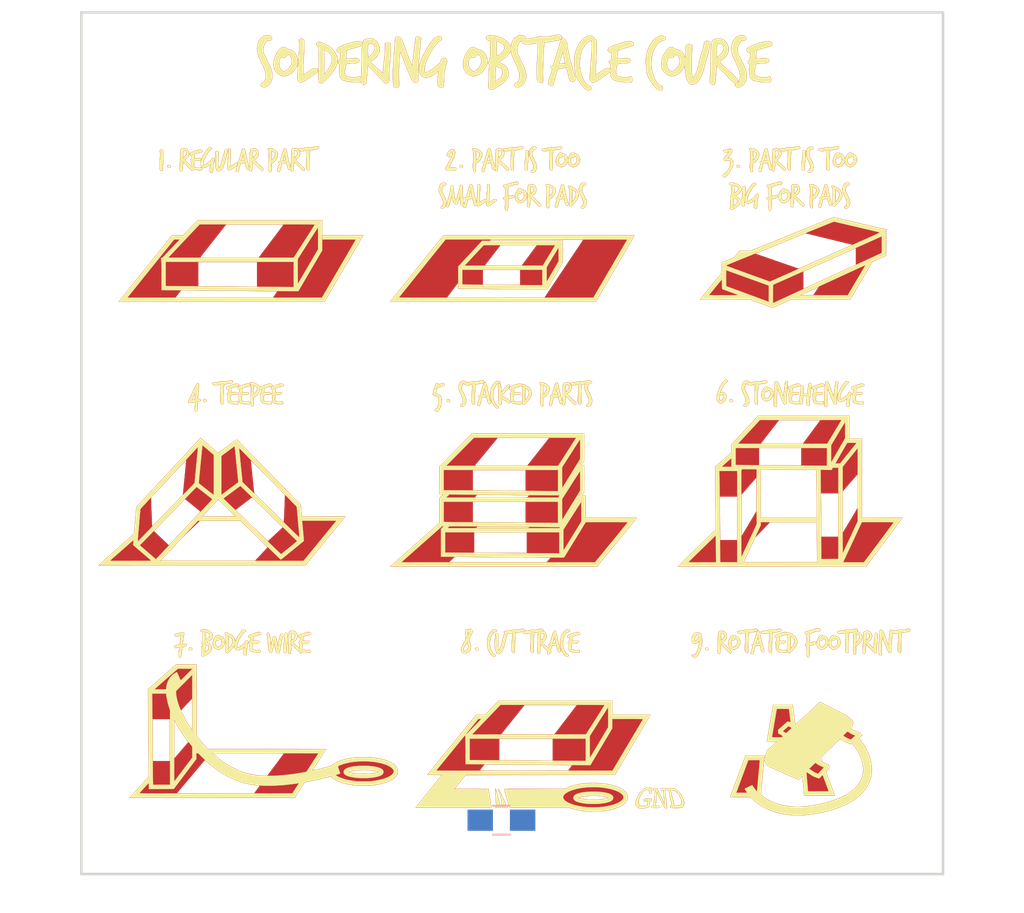
<source format=kicad_pcb>
(kicad_pcb (version 4) (host pcbnew 4.0.5)

  (general
    (links 0)
    (no_connects 0)
    (area 0 0 0 0)
    (thickness 1.6)
    (drawings 4)
    (tracks 0)
    (zones 0)
    (modules 8)
    (nets 1)
  )

  (page A4)
  (layers
    (0 F.Cu signal)
    (31 B.Cu signal)
    (32 B.Adhes user)
    (33 F.Adhes user hide)
    (34 B.Paste user)
    (35 F.Paste user)
    (36 B.SilkS user)
    (37 F.SilkS user)
    (38 B.Mask user)
    (39 F.Mask user)
    (40 Dwgs.User user)
    (41 Cmts.User user)
    (42 Eco1.User user)
    (43 Eco2.User user)
    (44 Edge.Cuts user)
    (45 Margin user)
    (46 B.CrtYd user)
    (47 F.CrtYd user)
    (48 B.Fab user)
    (49 F.Fab user)
  )

  (setup
    (last_trace_width 0.25)
    (trace_clearance 0.2)
    (zone_clearance 0.508)
    (zone_45_only no)
    (trace_min 0.2)
    (segment_width 0.2)
    (edge_width 0.15)
    (via_size 0.6)
    (via_drill 0.4)
    (via_min_size 0.4)
    (via_min_drill 0.3)
    (uvia_size 0.3)
    (uvia_drill 0.1)
    (uvias_allowed no)
    (uvia_min_size 0.2)
    (uvia_min_drill 0.1)
    (pcb_text_width 0.3)
    (pcb_text_size 1.5 1.5)
    (mod_edge_width 0.15)
    (mod_text_size 1 1)
    (mod_text_width 0.15)
    (pad_size 1.524 1.524)
    (pad_drill 0.762)
    (pad_to_mask_clearance 0.2)
    (aux_axis_origin 0 0)
    (visible_elements FFFEFF7F)
    (pcbplotparams
      (layerselection 0x00030_80000001)
      (usegerberextensions false)
      (excludeedgelayer true)
      (linewidth 0.100000)
      (plotframeref false)
      (viasonmask false)
      (mode 1)
      (useauxorigin false)
      (hpglpennumber 1)
      (hpglpenspeed 20)
      (hpglpendiameter 15)
      (hpglpenoverlay 2)
      (psnegative false)
      (psa4output false)
      (plotreference true)
      (plotvalue true)
      (plotinvisibletext false)
      (padsonsilk false)
      (subtractmaskfromsilk false)
      (outputformat 1)
      (mirror false)
      (drillshape 1)
      (scaleselection 1)
      (outputdirectory ""))
  )

  (net 0 "")

  (net_class Default "This is the default net class."
    (clearance 0.2)
    (trace_width 0.25)
    (via_dia 0.6)
    (via_drill 0.4)
    (uvia_dia 0.3)
    (uvia_drill 0.1)
  )

  (module Mounting_Holes:MountingHole_3mm (layer F.Cu) (tedit 587C2ADA) (tstamp 587D2AB5)
    (at 147.32 114.3)
    (descr "Mounting Hole 3mm, no annular")
    (tags "mounting hole 3mm no annular")
    (fp_text reference REF** (at 0 -4) (layer F.SilkS) hide
      (effects (font (size 1 1) (thickness 0.15)))
    )
    (fp_text value MountingHole_3mm (at 0 4) (layer F.Fab)
      (effects (font (size 1 1) (thickness 0.15)))
    )
    (fp_circle (center 0 0) (end 3 0) (layer Cmts.User) (width 0.15))
    (fp_circle (center 0 0) (end 3.25 0) (layer F.CrtYd) (width 0.05))
    (pad 1 np_thru_hole circle (at 0 0) (size 3 3) (drill 3) (layers *.Cu *.Mask))
  )

  (module Mounting_Holes:MountingHole_3mm (layer F.Cu) (tedit 587C2AE2) (tstamp 587D2AA0)
    (at 101.6 114.3)
    (descr "Mounting Hole 3mm, no annular")
    (tags "mounting hole 3mm no annular")
    (fp_text reference REF** (at 0 -4) (layer F.SilkS) hide
      (effects (font (size 1 1) (thickness 0.15)))
    )
    (fp_text value MountingHole_3mm (at 0 4) (layer F.Fab)
      (effects (font (size 1 1) (thickness 0.15)))
    )
    (fp_circle (center 0 0) (end 3 0) (layer Cmts.User) (width 0.15))
    (fp_circle (center 0 0) (end 3.25 0) (layer F.CrtYd) (width 0.05))
    (pad 1 np_thru_hole circle (at 0 0) (size 3 3) (drill 3) (layers *.Cu *.Mask))
  )

  (module Mounting_Holes:MountingHole_3mm (layer F.Cu) (tedit 587C2AE5) (tstamp 587D2A98)
    (at 101.6 68.58)
    (descr "Mounting Hole 3mm, no annular")
    (tags "mounting hole 3mm no annular")
    (fp_text reference REF** (at 0 -4) (layer F.SilkS) hide
      (effects (font (size 1 1) (thickness 0.15)))
    )
    (fp_text value MountingHole_3mm (at 0 4) (layer F.Fab)
      (effects (font (size 1 1) (thickness 0.15)))
    )
    (fp_circle (center 0 0) (end 3 0) (layer Cmts.User) (width 0.15))
    (fp_circle (center 0 0) (end 3.25 0) (layer F.CrtYd) (width 0.05))
    (pad 1 np_thru_hole circle (at 0 0) (size 3 3) (drill 3) (layers *.Cu *.Mask))
  )

  (module SOC:COPPER3000 (layer F.Cu) (tedit 0) (tstamp 587D26BD)
    (at 124.46 91.44)
    (fp_text reference G*** (at 0 0) (layer F.Cu) hide
      (effects (font (thickness 0.3)))
    )
    (fp_text value LOGO (at 0.75 0) (layer F.Cu) hide
      (effects (font (thickness 0.3)))
    )
    (fp_poly (pts (xy 18.937129 15.650997) (xy 19.726743 16.048566) (xy 19.873088 16.18293) (xy 19.918071 16.224295)
      (xy 19.962015 16.264824) (xy 20.002325 16.302114) (xy 20.036404 16.33376) (xy 20.061655 16.357359)
      (xy 20.06885 16.364147) (xy 20.118267 16.410999) (xy 20.048225 16.717433) (xy 20.00262 16.763367)
      (xy 19.957014 16.809301) (xy 20.034552 16.863974) (xy 20.062043 16.882845) (xy 20.087374 16.898676)
      (xy 20.113559 16.912859) (xy 20.143611 16.926787) (xy 20.180544 16.941852) (xy 20.227373 16.959446)
      (xy 20.28711 16.980961) (xy 20.290128 16.982035) (xy 20.468166 17.045423) (xy 20.550716 17.126802)
      (xy 20.580711 17.156726) (xy 20.605725 17.182356) (xy 20.623581 17.20141) (xy 20.632102 17.211603)
      (xy 20.632516 17.212574) (xy 20.626243 17.219811) (xy 20.610217 17.2352) (xy 20.587503 17.25583)
      (xy 20.579599 17.262821) (xy 20.546925 17.291873) (xy 20.511775 17.323634) (xy 20.482313 17.350718)
      (xy 20.437192 17.392759) (xy 20.470487 17.427629) (xy 20.517125 17.479808) (xy 20.569312 17.543986)
      (xy 20.624825 17.617121) (xy 20.681443 17.696167) (xy 20.736944 17.778081) (xy 20.789104 17.859818)
      (xy 20.804964 17.885833) (xy 20.90644 18.067958) (xy 20.993589 18.253062) (xy 21.066173 18.440132)
      (xy 21.123956 18.628154) (xy 21.1667 18.816113) (xy 21.19417 19.002996) (xy 21.206127 19.187789)
      (xy 21.202335 19.369477) (xy 21.186674 19.519869) (xy 21.152566 19.698396) (xy 21.102539 19.871408)
      (xy 21.036735 20.038753) (xy 20.955298 20.200281) (xy 20.858368 20.355841) (xy 20.746089 20.505281)
      (xy 20.618602 20.648452) (xy 20.476051 20.785202) (xy 20.318576 20.91538) (xy 20.146322 21.038835)
      (xy 19.959429 21.155416) (xy 19.758041 21.264973) (xy 19.542299 21.367354) (xy 19.3802 21.435721)
      (xy 19.13412 21.528045) (xy 18.875536 21.612846) (xy 18.60743 21.68944) (xy 18.33279 21.757144)
      (xy 18.054598 21.815276) (xy 17.775841 21.863152) (xy 17.499504 21.900088) (xy 17.2466 21.924075)
      (xy 17.180073 21.928111) (xy 17.101174 21.931323) (xy 17.01337 21.933694) (xy 16.920124 21.935208)
      (xy 16.824904 21.93585) (xy 16.731174 21.935602) (xy 16.642399 21.93445) (xy 16.562047 21.932376)
      (xy 16.493581 21.929364) (xy 16.467666 21.927706) (xy 16.204851 21.901363) (xy 15.950253 21.861005)
      (xy 15.704167 21.806754) (xy 15.466891 21.738734) (xy 15.23872 21.657069) (xy 15.019951 21.56188)
      (xy 14.810881 21.453292) (xy 14.611805 21.331427) (xy 14.423019 21.19641) (xy 14.244821 21.048362)
      (xy 14.158051 20.96782) (xy 14.048072 20.861866) (xy 13.450236 20.861866) (xy 13.351309 20.861771)
      (xy 13.257494 20.861494) (xy 13.17014 20.861052) (xy 13.090596 20.860461) (xy 13.02021 20.859736)
      (xy 12.960332 20.858892) (xy 12.912311 20.857946) (xy 12.877495 20.856913) (xy 12.857234 20.855809)
      (xy 12.8524 20.854928) (xy 12.855275 20.846587) (xy 12.863642 20.823427) (xy 12.877109 20.786507)
      (xy 12.895283 20.736887) (xy 12.902396 20.717511) (xy 14.672733 20.717511) (xy 14.673986 20.728719)
      (xy 14.679123 20.739701) (xy 14.690216 20.752546) (xy 14.709333 20.76934) (xy 14.738543 20.792173)
      (xy 14.77049 20.81613) (xy 14.939576 20.931929) (xy 15.120263 21.036847) (xy 15.310344 21.129806)
      (xy 15.507613 21.209726) (xy 15.709862 21.275528) (xy 15.7099 21.275539) (xy 15.938135 21.333263)
      (xy 16.169852 21.376593) (xy 16.407518 21.405925) (xy 16.615833 21.420134) (xy 16.681477 21.423013)
      (xy 16.734051 21.425146) (xy 16.777402 21.426537) (xy 16.815376 21.427191) (xy 16.85182 21.427113)
      (xy 16.890581 21.426308) (xy 16.935504 21.42478) (xy 16.990438 21.422534) (xy 17.034215 21.420654)
      (xy 17.229083 21.409409) (xy 17.419481 21.39244) (xy 17.609368 21.369205) (xy 17.802704 21.339166)
      (xy 18.003447 21.30178) (xy 18.182917 21.26381) (xy 18.446704 21.200315) (xy 18.698843 21.129602)
      (xy 18.938363 21.051993) (xy 19.164292 20.967814) (xy 19.37566 20.877386) (xy 19.453575 20.840671)
      (xy 19.604924 20.763999) (xy 19.741736 20.687304) (xy 19.866334 20.609002) (xy 19.981042 20.527508)
      (xy 20.088183 20.44124) (xy 20.190082 20.348614) (xy 20.223179 20.316157) (xy 20.337984 20.191342)
      (xy 20.436439 20.062358) (xy 20.518689 19.928872) (xy 20.584875 19.790555) (xy 20.635141 19.647073)
      (xy 20.669631 19.498095) (xy 20.688487 19.343291) (xy 20.692463 19.229582) (xy 20.68466 19.072597)
      (xy 20.661454 18.911763) (xy 20.623492 18.748637) (xy 20.571419 18.584775) (xy 20.505882 18.421733)
      (xy 20.427525 18.261067) (xy 20.336995 18.104335) (xy 20.234937 17.953091) (xy 20.121997 17.808893)
      (xy 20.085493 17.766563) (xy 20.040031 17.715027) (xy 19.985886 17.725202) (xy 19.931742 17.735377)
      (xy 19.756159 17.659296) (xy 19.692841 17.631319) (xy 19.637323 17.60536) (xy 19.586032 17.579453)
      (xy 19.535395 17.551633) (xy 19.481839 17.519933) (xy 19.421791 17.482387) (xy 19.351677 17.437029)
      (xy 19.348809 17.435153) (xy 19.345316 17.433431) (xy 19.341027 17.4331) (xy 19.335201 17.434851)
      (xy 19.327093 17.439371) (xy 19.315961 17.447352) (xy 19.301061 17.459483) (xy 19.281651 17.476453)
      (xy 19.256988 17.498952) (xy 19.226327 17.52767) (xy 19.188927 17.563295) (xy 19.144044 17.606519)
      (xy 19.090935 17.65803) (xy 19.028856 17.718518) (xy 18.957066 17.788672) (xy 18.874819 17.869182)
      (xy 18.781375 17.960738) (xy 18.762492 17.979244) (xy 18.680772 18.059349) (xy 18.602579 18.136023)
      (xy 18.528748 18.208445) (xy 18.460115 18.275793) (xy 18.397515 18.337247) (xy 18.341784 18.391987)
      (xy 18.293758 18.439191) (xy 18.254272 18.478038) (xy 18.224162 18.507709) (xy 18.204263 18.527382)
      (xy 18.19541 18.536237) (xy 18.195021 18.536665) (xy 18.19824 18.546437) (xy 18.206335 18.568568)
      (xy 18.217998 18.599653) (xy 18.231923 18.63629) (xy 18.246801 18.675072) (xy 18.261324 18.712596)
      (xy 18.274186 18.745457) (xy 18.284079 18.770251) (xy 18.289695 18.783573) (xy 18.290305 18.784756)
      (xy 18.302642 18.795427) (xy 18.327626 18.810861) (xy 18.362167 18.829575) (xy 18.403172 18.850083)
      (xy 18.447552 18.870899) (xy 18.492215 18.89054) (xy 18.53407 18.907521) (xy 18.570027 18.920355)
      (xy 18.577229 18.922592) (xy 18.612664 18.933332) (xy 18.641401 18.942302) (xy 18.659997 18.948413)
      (xy 18.665245 18.950487) (xy 18.667658 18.959168) (xy 18.672412 18.980321) (xy 18.678663 19.009785)
      (xy 18.685567 19.043403) (xy 18.692279 19.077013) (xy 18.697954 19.106456) (xy 18.701749 19.127574)
      (xy 18.702866 19.135821) (xy 18.697284 19.14402) (xy 18.681803 19.162249) (xy 18.65832 19.188387)
      (xy 18.628733 19.220315) (xy 18.600721 19.249882) (xy 18.560242 19.292966) (xy 18.531301 19.325624)
      (xy 18.513023 19.348951) (xy 18.504533 19.364037) (xy 18.504044 19.370557) (xy 18.507753 19.380431)
      (xy 18.516908 19.405005) (xy 18.531072 19.443101) (xy 18.549807 19.493539) (xy 18.572677 19.555141)
      (xy 18.599243 19.62673) (xy 18.629069 19.707125) (xy 18.661716 19.79515) (xy 18.696749 19.889624)
      (xy 18.733728 19.98937) (xy 18.762133 20.066) (xy 18.800283 20.168919) (xy 18.836818 20.267458)
      (xy 18.871299 20.360438) (xy 18.903287 20.446677) (xy 18.932345 20.524995) (xy 18.958034 20.59421)
      (xy 18.979917 20.653143) (xy 18.997554 20.700612) (xy 19.010508 20.735437) (xy 19.018341 20.756438)
      (xy 19.020583 20.762383) (xy 19.020864 20.76473) (xy 19.019134 20.766816) (xy 19.014459 20.768656)
      (xy 19.005904 20.770266) (xy 18.992536 20.77166) (xy 18.973421 20.772855) (xy 18.947627 20.773865)
      (xy 18.914218 20.774706) (xy 18.872263 20.775393) (xy 18.820826 20.775942) (xy 18.758975 20.776368)
      (xy 18.685776 20.776686) (xy 18.600295 20.776912) (xy 18.501598 20.777061) (xy 18.388753 20.777148)
      (xy 18.260825 20.777189) (xy 18.119572 20.7772) (xy 17.953323 20.777121) (xy 17.803977 20.776885)
      (xy 17.671504 20.776491) (xy 17.555875 20.775939) (xy 17.457059 20.775229) (xy 17.375028 20.774361)
      (xy 17.309751 20.773333) (xy 17.261199 20.772147) (xy 17.229343 20.770801) (xy 17.214151 20.769295)
      (xy 17.212733 20.768626) (xy 17.211997 20.758183) (xy 17.209894 20.732614) (xy 17.206577 20.693658)
      (xy 17.202203 20.643054) (xy 17.196924 20.582541) (xy 17.190897 20.513858) (xy 17.184276 20.438745)
      (xy 17.177216 20.358939) (xy 17.169872 20.276181) (xy 17.162398 20.192208) (xy 17.154949 20.10876)
      (xy 17.147681 20.027576) (xy 17.140747 19.950395) (xy 17.134302 19.878956) (xy 17.128503 19.814998)
      (xy 17.123502 19.760259) (xy 17.119455 19.716479) (xy 17.116518 19.685397) (xy 17.114843 19.668751)
      (xy 17.114779 19.668185) (xy 17.109415 19.621736) (xy 16.895071 19.848034) (xy 15.989219 19.444148)
      (xy 15.871819 19.391773) (xy 15.758546 19.341183) (xy 15.650383 19.292817) (xy 15.548313 19.247119)
      (xy 15.453318 19.204529) (xy 15.36638 19.16549) (xy 15.288482 19.130443) (xy 15.220607 19.099831)
      (xy 15.163736 19.074095) (xy 15.118852 19.053676) (xy 15.086938 19.039018) (xy 15.068976 19.03056)
      (xy 15.06541 19.028718) (xy 15.055965 19.018239) (xy 15.039589 18.995376) (xy 15.017786 18.962427)
      (xy 14.992061 18.921692) (xy 14.963917 18.875468) (xy 14.95207 18.855534) (xy 14.924343 18.80891)
      (xy 14.899503 18.767836) (xy 14.878813 18.734339) (xy 14.863533 18.71045) (xy 14.854924 18.698197)
      (xy 14.853538 18.697039) (xy 14.852395 18.705684) (xy 14.849885 18.729936) (xy 14.846119 18.768533)
      (xy 14.841212 18.820213) (xy 14.835277 18.883714) (xy 14.828425 18.957774) (xy 14.82077 19.041132)
      (xy 14.812425 19.132526) (xy 14.803503 19.230693) (xy 14.794116 19.334373) (xy 14.784378 19.442303)
      (xy 14.774402 19.553222) (xy 14.7643 19.665867) (xy 14.754185 19.778977) (xy 14.744171 19.89129)
      (xy 14.734369 20.001544) (xy 14.724894 20.108478) (xy 14.715858 20.210829) (xy 14.707374 20.307336)
      (xy 14.699555 20.396736) (xy 14.692513 20.477769) (xy 14.686362 20.549172) (xy 14.681215 20.609684)
      (xy 14.677184 20.658042) (xy 14.674383 20.692986) (xy 14.672924 20.713252) (xy 14.672733 20.717511)
      (xy 12.902396 20.717511) (xy 12.917775 20.675626) (xy 12.944191 20.603783) (xy 12.974141 20.522418)
      (xy 13.007233 20.43259) (xy 13.043075 20.335359) (xy 13.081277 20.231784) (xy 13.121447 20.122925)
      (xy 13.163193 20.009841) (xy 13.206123 19.89359) (xy 13.249847 19.775234) (xy 13.293973 19.655831)
      (xy 13.338109 19.536441) (xy 13.381864 19.418123) (xy 13.424847 19.301936) (xy 13.466666 19.18894)
      (xy 13.506928 19.080195) (xy 13.545244 18.97676) (xy 13.581222 18.879693) (xy 13.61447 18.790056)
      (xy 13.644596 18.708906) (xy 13.671209 18.637304) (xy 13.693918 18.576309) (xy 13.712331 18.526981)
      (xy 13.726057 18.490378) (xy 13.729739 18.480616) (xy 13.751347 18.423466) (xy 14.877421 18.423466)
      (xy 14.872855 18.455216) (xy 14.870059 18.479344) (xy 14.866934 18.513452) (xy 14.864105 18.550616)
      (xy 14.863832 18.5547) (xy 14.859377 18.622433) (xy 15.032709 18.109777) (xy 15.316253 17.849638)
      (xy 15.599798 17.5895) (xy 15.305599 17.587273) (xy 15.236948 17.586698) (xy 15.174002 17.586063)
      (xy 15.11868 17.585397) (xy 15.072901 17.584727) (xy 15.038584 17.58408) (xy 15.01765 17.583485)
      (xy 15.011811 17.58304) (xy 15.013283 17.574612) (xy 15.017483 17.550482) (xy 15.024239 17.511634)
      (xy 15.033381 17.459049) (xy 15.044739 17.393709) (xy 15.058142 17.316597) (xy 15.073419 17.228695)
      (xy 15.090399 17.130985) (xy 15.108911 17.02445) (xy 15.128786 16.910071) (xy 15.149851 16.788831)
      (xy 15.171937 16.661712) (xy 15.194873 16.529696) (xy 15.200502 16.4973) (xy 15.388781 15.413566)
      (xy 16.539109 15.413566) (xy 16.612815 15.9766) (xy 16.625421 16.072952) (xy 16.637428 16.164824)
      (xy 16.648647 16.250761) (xy 16.658888 16.32931) (xy 16.667963 16.399019) (xy 16.675682 16.458433)
      (xy 16.681855 16.506099) (xy 16.686295 16.540564) (xy 16.688812 16.560375) (xy 16.689276 16.564207)
      (xy 16.690229 16.567458) (xy 16.692645 16.568927) (xy 16.697187 16.56803) (xy 16.704521 16.564182)
      (xy 16.715309 16.556798) (xy 16.730217 16.545294) (xy 16.749908 16.529085) (xy 16.775047 16.507587)
      (xy 16.806297 16.480214) (xy 16.844323 16.446383) (xy 16.889788 16.405508) (xy 16.943358 16.357005)
      (xy 17.005695 16.300289) (xy 17.077464 16.234775) (xy 17.15933 16.15988) (xy 17.251955 16.075017)
      (xy 17.356005 15.979604) (xy 17.419774 15.921104) (xy 18.147514 15.253427) (xy 18.937129 15.650997)) (layer F.Cu) (width 0.01))
    (fp_poly (pts (xy 4.881618 20.028081) (xy 4.965532 20.028727) (xy 5.038304 20.029996) (xy 5.102826 20.032041)
      (xy 5.161992 20.035019) (xy 5.218696 20.039085) (xy 5.275832 20.044395) (xy 5.336294 20.051105)
      (xy 5.402974 20.05937) (xy 5.427133 20.062503) (xy 5.606163 20.08982) (xy 5.77642 20.123629)
      (xy 5.936957 20.163573) (xy 6.086826 20.209295) (xy 6.225082 20.260438) (xy 6.350778 20.316643)
      (xy 6.462966 20.377553) (xy 6.5607 20.44281) (xy 6.643034 20.512056) (xy 6.659033 20.527838)
      (xy 6.721833 20.600506) (xy 6.768182 20.674367) (xy 6.798559 20.750474) (xy 6.813444 20.829882)
      (xy 6.815229 20.870333) (xy 6.806895 20.953308) (xy 6.7821 21.033679) (xy 6.741155 21.111178)
      (xy 6.684369 21.185535) (xy 6.612054 21.256483) (xy 6.524519 21.323753) (xy 6.422076 21.387077)
      (xy 6.305035 21.446186) (xy 6.173706 21.500812) (xy 6.028399 21.550686) (xy 6.028266 21.550727)
      (xy 5.911962 21.58446) (xy 5.792222 21.614054) (xy 5.666196 21.64006) (xy 5.531035 21.663028)
      (xy 5.383886 21.683506) (xy 5.270499 21.696844) (xy 5.236901 21.699649) (xy 5.189398 21.702362)
      (xy 5.130567 21.704933) (xy 5.062987 21.707311) (xy 4.989234 21.709448) (xy 4.911888 21.711293)
      (xy 4.833526 21.712798) (xy 4.756726 21.713911) (xy 4.684065 21.714584) (xy 4.618121 21.714766)
      (xy 4.561473 21.714409) (xy 4.516698 21.713461) (xy 4.487333 21.711955) (xy 4.408007 21.705321)
      (xy 4.342321 21.699591) (xy 4.287029 21.694438) (xy 4.238882 21.689533) (xy 4.194634 21.684546)
      (xy 4.151036 21.679148) (xy 4.110566 21.673788) (xy 3.944233 21.648053) (xy 3.789255 21.617161)
      (xy 3.640535 21.579955) (xy 3.492974 21.535279) (xy 3.47739 21.530124) (xy 3.352213 21.4884)
      (xy 1.59201 21.4884) (xy 1.388587 21.488394) (xy 1.20142 21.488375) (xy 1.029834 21.488337)
      (xy 0.873151 21.488273) (xy 0.730694 21.488178) (xy 0.601788 21.488047) (xy 0.485755 21.487873)
      (xy 0.381919 21.487651) (xy 0.289603 21.487376) (xy 0.208131 21.487041) (xy 0.136826 21.486641)
      (xy 0.075011 21.48617) (xy 0.02201 21.485623) (xy -0.022855 21.484994) (xy -0.060259 21.484277)
      (xy -0.090879 21.483467) (xy -0.115392 21.482557) (xy -0.134475 21.481543) (xy -0.148804 21.480418)
      (xy -0.159056 21.479177) (xy -0.165907 21.477814) (xy -0.170034 21.476324) (xy -0.172114 21.4747)
      (xy -0.172686 21.473583) (xy -0.175724 21.463042) (xy -0.182977 21.43762) (xy -0.194045 21.398726)
      (xy -0.208526 21.34777) (xy -0.226022 21.286162) (xy -0.24613 21.215314) (xy -0.268451 21.136634)
      (xy -0.292585 21.051533) (xy -0.31813 20.961422) (xy -0.32595 20.933833) (xy -0.333656 20.906647)
      (xy 3.927593 20.906647) (xy 3.943476 20.915358) (xy 3.973851 20.925488) (xy 4.016381 20.936599)
      (xy 4.068725 20.948254) (xy 4.128545 20.960018) (xy 4.193502 20.971453) (xy 4.261257 20.982123)
      (xy 4.329472 20.991592) (xy 4.395807 20.999421) (xy 4.453466 21.004826) (xy 4.502957 21.007803)
      (xy 4.565781 21.010096) (xy 4.638354 21.011703) (xy 4.717089 21.01262) (xy 4.798401 21.012845)
      (xy 4.878703 21.012373) (xy 4.954411 21.011202) (xy 5.021938 21.009328) (xy 5.077698 21.006748)
      (xy 5.097357 21.005406) (xy 5.165637 20.999165) (xy 5.236787 20.990997) (xy 5.30857 20.98131)
      (xy 5.378751 20.97051) (xy 5.445094 20.959006) (xy 5.505363 20.947203) (xy 5.557322 20.93551)
      (xy 5.598735 20.924334) (xy 5.627367 20.91408) (xy 5.639739 20.906647) (xy 5.636863 20.899932)
      (xy 5.617988 20.890723) (xy 5.584213 20.879481) (xy 5.475585 20.851999) (xy 5.353472 20.82951)
      (xy 5.22057 20.812016) (xy 5.079574 20.799516) (xy 4.93318 20.792011) (xy 4.784083 20.7895)
      (xy 4.634978 20.791983) (xy 4.488562 20.799461) (xy 4.347528 20.811933) (xy 4.214573 20.829399)
      (xy 4.092393 20.851859) (xy 3.983682 20.879314) (xy 3.983119 20.879481) (xy 3.949087 20.890823)
      (xy 3.930364 20.900009) (xy 3.927593 20.906647) (xy -0.333656 20.906647) (xy -0.351839 20.842502)
      (xy -0.376435 20.755762) (xy -0.399339 20.675023) (xy -0.42015 20.601696) (xy -0.438467 20.537189)
      (xy -0.45389 20.482914) (xy -0.466019 20.440281) (xy -0.474452 20.4107) (xy -0.47879 20.395582)
      (xy -0.479232 20.394083) (xy -0.479169 20.392385) (xy -0.477459 20.390821) (xy -0.473434 20.389386)
      (xy -0.466427 20.388076) (xy -0.455771 20.386883) (xy -0.440797 20.385802) (xy -0.420839 20.384828)
      (xy -0.395227 20.383956) (xy -0.363296 20.38318) (xy -0.324376 20.382494) (xy -0.277802 20.381892)
      (xy -0.222904 20.38137) (xy -0.159016 20.380922) (xy -0.08547 20.380541) (xy -0.001598 20.380224)
      (xy 0.093268 20.379963) (xy 0.199794 20.379754) (xy 0.318649 20.37959) (xy 0.4505 20.379468)
      (xy 0.596015 20.37938) (xy 0.755862 20.379321) (xy 0.930707 20.379286) (xy 1.121219 20.37927)
      (xy 1.306086 20.379266) (xy 3.095914 20.379266) (xy 3.18414 20.33334) (xy 3.322806 20.268494)
      (xy 3.476116 20.210551) (xy 3.643136 20.159776) (xy 3.822932 20.116434) (xy 4.01457 20.080789)
      (xy 4.140199 20.062503) (xy 4.209602 20.053685) (xy 4.271819 20.046473) (xy 4.329743 20.040713)
      (xy 4.38627 20.036248) (xy 4.444292 20.032924) (xy 4.506704 20.030585) (xy 4.576398 20.029074)
      (xy 4.656269 20.028237) (xy 4.74921 20.027918) (xy 4.783666 20.0279) (xy 4.881618 20.028081)) (layer F.Cu) (width 0.01))
    (fp_poly (pts (xy 8.049247 20.303677) (xy 8.091657 20.319214) (xy 8.105888 20.326504) (xy 8.131822 20.340188)
      (xy 8.14698 20.346296) (xy 8.15538 20.345487) (xy 8.161041 20.338418) (xy 8.162488 20.335771)
      (xy 8.180032 20.317488) (xy 8.204285 20.308288) (xy 8.227942 20.310756) (xy 8.230154 20.31183)
      (xy 8.240011 20.32062) (xy 8.245013 20.336452) (xy 8.246522 20.36397) (xy 8.246533 20.367715)
      (xy 8.244962 20.398095) (xy 8.2407 20.438087) (xy 8.23442 20.483693) (xy 8.226795 20.530914)
      (xy 8.2185 20.575753) (xy 8.210206 20.61421) (xy 8.202589 20.642287) (xy 8.198527 20.65268)
      (xy 8.179405 20.676301) (xy 8.154994 20.687207) (xy 8.129625 20.683802) (xy 8.123359 20.680345)
      (xy 8.113143 20.672059) (xy 8.105713 20.660552) (xy 8.099813 20.642202) (xy 8.094181 20.613388)
      (xy 8.089338 20.582466) (xy 8.075551 20.530831) (xy 8.051968 20.488101) (xy 8.020451 20.456744)
      (xy 7.982861 20.439232) (xy 7.98114 20.438828) (xy 7.929366 20.435644) (xy 7.875033 20.448129)
      (xy 7.819173 20.475403) (xy 7.762822 20.516587) (xy 7.707013 20.5708) (xy 7.65278 20.637165)
      (xy 7.601157 20.7148) (xy 7.55322 20.802743) (xy 7.507682 20.904098) (xy 7.475068 20.996942)
      (xy 7.455328 21.080934) (xy 7.448411 21.155731) (xy 7.454269 21.22099) (xy 7.472853 21.276371)
      (xy 7.504111 21.321531) (xy 7.547995 21.356127) (xy 7.604456 21.379818) (xy 7.638037 21.387584)
      (xy 7.680245 21.393203) (xy 7.71909 21.393211) (xy 7.761121 21.388209) (xy 7.790373 21.382537)
      (xy 7.825648 21.374058) (xy 7.862759 21.363991) (xy 7.897517 21.353553) (xy 7.925732 21.343964)
      (xy 7.943217 21.336442) (xy 7.946177 21.334377) (xy 7.948759 21.325885) (xy 7.954236 21.30454)
      (xy 7.961742 21.273997) (xy 7.970414 21.237913) (xy 7.979386 21.199947) (xy 7.987794 21.163754)
      (xy 7.994773 21.132991) (xy 7.999459 21.111314) (xy 8.000999 21.102557) (xy 7.993038 21.101253)
      (xy 7.971176 21.100158) (xy 7.938443 21.099364) (xy 7.897871 21.098963) (xy 7.882627 21.098933)
      (xy 7.764255 21.098933) (xy 7.758851 21.077399) (xy 7.758528 21.050946) (xy 7.76698 21.020725)
      (xy 7.781473 20.993244) (xy 7.799272 20.975007) (xy 7.802651 20.973192) (xy 7.818409 20.969803)
      (xy 7.847325 20.9671) (xy 7.886431 20.96508) (xy 7.932763 20.963738) (xy 7.983355 20.963073)
      (xy 8.03524 20.963081) (xy 8.085453 20.963758) (xy 8.131029 20.965102) (xy 8.169002 20.967109)
      (xy 8.196405 20.969777) (xy 8.210274 20.973102) (xy 8.210973 20.973626) (xy 8.2174 20.98806)
      (xy 8.220911 21.011514) (xy 8.221133 21.019051) (xy 8.215411 21.054386) (xy 8.199811 21.081292)
      (xy 8.176684 21.096602) (xy 8.161852 21.098933) (xy 8.154024 21.098715) (xy 8.147848 21.099336)
      (xy 8.142738 21.102705) (xy 8.138109 21.110731) (xy 8.133375 21.125325) (xy 8.127949 21.148396)
      (xy 8.121247 21.181853) (xy 8.112681 21.227607) (xy 8.101666 21.287568) (xy 8.09821 21.306366)
      (xy 8.088178 21.358434) (xy 8.078898 21.396696) (xy 8.068493 21.424071) (xy 8.055083 21.44348)
      (xy 8.036791 21.457845) (xy 8.011739 21.470086) (xy 7.986599 21.479924) (xy 7.921471 21.500362)
      (xy 7.847835 21.516709) (xy 7.769972 21.528536) (xy 7.692163 21.535415) (xy 7.618691 21.53692)
      (xy 7.553836 21.532622) (xy 7.518897 21.526644) (xy 7.443288 21.502376) (xy 7.38063 21.467319)
      (xy 7.331275 21.421997) (xy 7.295572 21.366934) (xy 7.273873 21.302652) (xy 7.266528 21.229676)
      (xy 7.272245 21.158498) (xy 7.2839 21.099454) (xy 7.301182 21.039296) (xy 7.325318 20.974601)
      (xy 7.357535 20.901948) (xy 7.383226 20.849166) (xy 7.438294 20.747103) (xy 7.496183 20.656905)
      (xy 7.560508 20.573524) (xy 7.634884 20.491909) (xy 7.649854 20.47678) (xy 7.716666 20.414104)
      (xy 7.777916 20.365738) (xy 7.83542 20.330752) (xy 7.890996 20.308214) (xy 7.94646 20.297194)
      (xy 8.001429 20.296595) (xy 8.049247 20.303677)) (layer F.Cu) (width 0.01))
    (fp_poly (pts (xy 8.971433 20.328577) (xy 9.006473 20.329157) (xy 9.030102 20.330582) (xy 9.045083 20.333227)
      (xy 9.054175 20.337464) (xy 9.060142 20.343669) (xy 9.062745 20.347516) (xy 9.077252 20.3794)
      (xy 9.081917 20.411487) (xy 9.077475 20.440072) (xy 9.06466 20.461452) (xy 9.044207 20.471921)
      (xy 9.037971 20.4724) (xy 9.02201 20.474602) (xy 9.016672 20.47875) (xy 9.017604 20.488073)
      (xy 9.020403 20.512731) (xy 9.024893 20.551247) (xy 9.030899 20.602145) (xy 9.038245 20.663951)
      (xy 9.046757 20.735188) (xy 9.056258 20.81438) (xy 9.066573 20.900052) (xy 9.077485 20.99037)
      (xy 9.090423 21.097778) (xy 9.101335 21.189576) (xy 9.110337 21.266951) (xy 9.117542 21.331091)
      (xy 9.123066 21.383183) (xy 9.127024 21.424415) (xy 9.129529 21.455974) (xy 9.130697 21.479048)
      (xy 9.130643 21.494824) (xy 9.12948 21.504489) (xy 9.127575 21.508953) (xy 9.11406 21.51726)
      (xy 9.089053 21.521451) (xy 9.062529 21.522266) (xy 9.02988 21.521071) (xy 9.008813 21.516623)
      (xy 8.994089 21.507629) (xy 8.990817 21.504551) (xy 8.983611 21.493451) (xy 8.9695 21.467947)
      (xy 8.948913 21.428895) (xy 8.922281 21.377154) (xy 8.890032 21.313582) (xy 8.852596 21.239037)
      (xy 8.810403 21.154375) (xy 8.76388 21.060456) (xy 8.713458 20.958136) (xy 8.659567 20.848275)
      (xy 8.602635 20.731729) (xy 8.553286 20.630342) (xy 8.521007 20.563917) (xy 8.497534 20.918208)
      (xy 8.49235 20.995787) (xy 8.487333 21.069599) (xy 8.482628 21.1376) (xy 8.478381 21.197743)
      (xy 8.474736 21.247984) (xy 8.47184 21.286277) (xy 8.469836 21.310578) (xy 8.469295 21.316123)
      (xy 8.464529 21.359746) (xy 8.549396 21.362689) (xy 8.591439 21.364797) (xy 8.620037 21.368073)
      (xy 8.638667 21.373143) (xy 8.650809 21.380629) (xy 8.651174 21.380956) (xy 8.667349 21.404886)
      (xy 8.672999 21.433965) (xy 8.668692 21.462913) (xy 8.654996 21.486448) (xy 8.638643 21.497471)
      (xy 8.621856 21.500589) (xy 8.591922 21.502956) (xy 8.551842 21.504595) (xy 8.504619 21.505529)
      (xy 8.453254 21.505781) (xy 8.40075 21.505376) (xy 8.35011 21.504337) (xy 8.304335 21.502686)
      (xy 8.266427 21.500449) (xy 8.23939 21.497647) (xy 8.226224 21.494305) (xy 8.226138 21.494244)
      (xy 8.2154 21.477259) (xy 8.210867 21.450159) (xy 8.213139 21.41881) (xy 8.216869 21.40383)
      (xy 8.229988 21.38677) (xy 8.254585 21.372376) (xy 8.285206 21.363259) (xy 8.305528 21.3614)
      (xy 8.32349 21.359849) (xy 8.331195 21.356107) (xy 8.3312 21.356001) (xy 8.332063 21.346051)
      (xy 8.334516 21.321238) (xy 8.338349 21.283534) (xy 8.343356 21.234913) (xy 8.349328 21.177349)
      (xy 8.356057 21.112815) (xy 8.363336 21.043285) (xy 8.370957 20.970734) (xy 8.378711 20.897133)
      (xy 8.386391 20.824457) (xy 8.393789 20.75468) (xy 8.400697 20.689776) (xy 8.406908 20.631717)
      (xy 8.412213 20.582477) (xy 8.416405 20.544031) (xy 8.419275 20.518351) (xy 8.420473 20.508383)
      (xy 8.42537 20.4724) (xy 8.395769 20.4724) (xy 8.356054 20.467207) (xy 8.329729 20.45212)
      (xy 8.317332 20.427878) (xy 8.319403 20.39522) (xy 8.325769 20.376591) (xy 8.336314 20.356211)
      (xy 8.349952 20.342439) (xy 8.369838 20.334185) (xy 8.399124 20.330356) (xy 8.440962 20.329862)
      (xy 8.459555 20.330287) (xy 8.545583 20.3327) (xy 8.757829 20.783022) (xy 8.796243 20.864453)
      (xy 8.832462 20.941096) (xy 8.865854 21.011619) (xy 8.895785 21.074691) (xy 8.92162 21.128979)
      (xy 8.942727 21.173153) (xy 8.958472 21.20588) (xy 8.968221 21.22583) (xy 8.971349 21.231756)
      (xy 8.970945 21.223263) (xy 8.969281 21.199595) (xy 8.966489 21.162451) (xy 8.962702 21.113531)
      (xy 8.958053 21.054536) (xy 8.952674 20.987165) (xy 8.946698 20.913119) (xy 8.941836 20.8534)
      (xy 8.911051 20.476633) (xy 8.854274 20.474137) (xy 8.822437 20.471914) (xy 8.802408 20.467587)
      (xy 8.78907 20.459469) (xy 8.780249 20.449711) (xy 8.767451 20.423732) (xy 8.76279 20.392906)
      (xy 8.766372 20.363715) (xy 8.778304 20.342641) (xy 8.778483 20.342478) (xy 8.787101 20.336938)
      (xy 8.800515 20.333036) (xy 8.821446 20.33051) (xy 8.85261 20.329092) (xy 8.896728 20.328519)
      (xy 8.922221 20.328466) (xy 8.971433 20.328577)) (layer F.Cu) (width 0.01))
    (fp_poly (pts (xy 9.403029 20.328966) (xy 9.460563 20.330893) (xy 9.507162 20.33489) (xy 9.545818 20.341599)
      (xy 9.57952 20.351663) (xy 9.611259 20.365724) (xy 9.644024 20.384424) (xy 9.670008 20.401174)
      (xy 9.712769 20.433732) (xy 9.760919 20.477311) (xy 9.811141 20.528407) (xy 9.860114 20.583519)
      (xy 9.90452 20.639145) (xy 9.931367 20.676901) (xy 9.96579 20.732199) (xy 10.001625 20.796466)
      (xy 10.036613 20.865086) (xy 10.068494 20.933444) (xy 10.095009 20.996925) (xy 10.113056 21.048133)
      (xy 10.130295 21.118365) (xy 10.139758 21.188976) (xy 10.141005 21.254842) (xy 10.13509 21.304173)
      (xy 10.114721 21.362764) (xy 10.080313 21.412454) (xy 10.032675 21.452484) (xy 9.972613 21.482097)
      (xy 9.932631 21.494145) (xy 9.897562 21.500024) (xy 9.847818 21.504539) (xy 9.785611 21.50763)
      (xy 9.713148 21.509232) (xy 9.632641 21.509283) (xy 9.546297 21.507722) (xy 9.501924 21.506328)
      (xy 9.442545 21.503831) (xy 9.397873 21.50055) (xy 9.365682 21.495545) (xy 9.343746 21.487876)
      (xy 9.329841 21.4766) (xy 9.32174 21.460779) (xy 9.317217 21.43947) (xy 9.315733 21.427632)
      (xy 9.315418 21.399148) (xy 9.324083 21.380752) (xy 9.344466 21.369428) (xy 9.374476 21.362884)
      (xy 9.411194 21.357166) (xy 9.320165 20.9169) (xy 9.302845 20.833115) (xy 9.286595 20.754472)
      (xy 9.271732 20.682505) (xy 9.258572 20.618746) (xy 9.24743 20.564728) (xy 9.238624 20.521985)
      (xy 9.23247 20.492049) (xy 9.230546 20.482632) (xy 9.3472 20.482632) (xy 9.349183 20.492593)
      (xy 9.354882 20.517423) (xy 9.363919 20.55556) (xy 9.375915 20.605445) (xy 9.390492 20.665515)
      (xy 9.407272 20.734208) (xy 9.425878 20.809963) (xy 9.44593 20.891219) (xy 9.454723 20.926733)
      (xy 9.478406 21.022216) (xy 9.498424 21.102576) (xy 9.515165 21.16913) (xy 9.529016 21.223197)
      (xy 9.540368 21.266092) (xy 9.549608 21.299136) (xy 9.557126 21.323644) (xy 9.563309 21.340934)
      (xy 9.568546 21.352325) (xy 9.573227 21.359133) (xy 9.577738 21.362677) (xy 9.58247 21.364273)
      (xy 9.58384 21.364542) (xy 9.611408 21.366974) (xy 9.650664 21.367165) (xy 9.696555 21.365438)
      (xy 9.74403 21.362111) (xy 9.788036 21.357507) (xy 9.823522 21.351946) (xy 9.838266 21.348391)
      (xy 9.88768 21.330147) (xy 9.924085 21.308043) (xy 9.951364 21.279398) (xy 9.962215 21.26278)
      (xy 9.972497 21.244018) (xy 9.978713 21.227395) (xy 9.981571 21.208151) (xy 9.981778 21.181528)
      (xy 9.980048 21.142867) (xy 9.975192 21.088079) (xy 9.965843 21.040072) (xy 9.950017 20.988876)
      (xy 9.948514 20.984633) (xy 9.900557 20.864302) (xy 9.84827 20.760266) (xy 9.791574 20.672426)
      (xy 9.730388 20.600686) (xy 9.664632 20.544948) (xy 9.594226 20.505114) (xy 9.537403 20.485378)
      (xy 9.506619 20.47927) (xy 9.470767 20.475045) (xy 9.43362 20.472757) (xy 9.398953 20.47246)
      (xy 9.370539 20.474208) (xy 9.352153 20.478057) (xy 9.3472 20.482632) (xy 9.230546 20.482632)
      (xy 9.229283 20.476453) (xy 9.2289 20.474516) (xy 9.221365 20.473006) (xy 9.204204 20.4724)
      (xy 9.172885 20.465671) (xy 9.151349 20.445331) (xy 9.139387 20.411147) (xy 9.137602 20.397822)
      (xy 9.135699 20.375947) (xy 9.13603 20.359235) (xy 9.140537 20.34699) (xy 9.151163 20.338519)
      (xy 9.169849 20.333126) (xy 9.198538 20.330116) (xy 9.239173 20.328797) (xy 9.293696 20.328472)
      (xy 9.33157 20.328466) (xy 9.403029 20.328966)) (layer F.Cu) (width 0.01))
    (fp_poly (pts (xy 5.909733 16.002) (xy 7.032554 16.002) (xy 7.193333 16.002008) (xy 7.338021 16.00204)
      (xy 7.467458 16.002107) (xy 7.582486 16.00222) (xy 7.683948 16.002391) (xy 7.772683 16.00263)
      (xy 7.849534 16.002949) (xy 7.915342 16.003359) (xy 7.970948 16.00387) (xy 8.017195 16.004494)
      (xy 8.054923 16.005243) (xy 8.084974 16.006127) (xy 8.10819 16.007158) (xy 8.125412 16.008346)
      (xy 8.137482 16.009703) (xy 8.14524 16.01124) (xy 8.14953 16.012968) (xy 8.151191 16.014898)
      (xy 8.151135 16.016816) (xy 8.146485 16.025343) (xy 8.13356 16.047794) (xy 8.112733 16.083535)
      (xy 8.084381 16.131934) (xy 8.048876 16.192355) (xy 8.006593 16.264166) (xy 7.957907 16.346733)
      (xy 7.903193 16.439423) (xy 7.842824 16.541602) (xy 7.777176 16.652637) (xy 7.706622 16.771894)
      (xy 7.631537 16.898739) (xy 7.552296 17.032539) (xy 7.469273 17.172661) (xy 7.382842 17.31847)
      (xy 7.293378 17.469335) (xy 7.201255 17.62462) (xy 7.106848 17.783692) (xy 7.101501 17.7927)
      (xy 6.056106 19.553766) (xy 1.655602 19.558) (xy -2.744902 19.562233) (xy -3.070005 19.968633)
      (xy -3.395107 20.375033) (xy -2.394364 20.379266) (xy -1.393621 20.3835) (xy -1.31085 20.9169)
      (xy -1.296396 21.010319) (xy -1.282737 21.099124) (xy -1.270095 21.181843) (xy -1.258691 21.257007)
      (xy -1.248745 21.323146) (xy -1.240477 21.378789) (xy -1.23411 21.422467) (xy -1.229863 21.452709)
      (xy -1.227958 21.468046) (xy -1.227873 21.46935) (xy -1.227667 21.4884) (xy -3.463904 21.4884)
      (xy -3.701573 21.488386) (xy -3.922823 21.488343) (xy -4.128168 21.488268) (xy -4.318122 21.488159)
      (xy -4.493199 21.488014) (xy -4.653914 21.487829) (xy -4.800781 21.487603) (xy -4.934313 21.487333)
      (xy -5.055025 21.487017) (xy -5.163432 21.486652) (xy -5.260046 21.486236) (xy -5.345383 21.485766)
      (xy -5.419957 21.48524) (xy -5.484281 21.484656) (xy -5.53887 21.48401) (xy -5.584239 21.483301)
      (xy -5.6209 21.482526) (xy -5.649369 21.481683) (xy -5.670159 21.480769) (xy -5.683785 21.479782)
      (xy -5.690761 21.478719) (xy -5.691901 21.477816) (xy -5.685741 21.470069) (xy -5.669614 21.44984)
      (xy -5.644118 21.417878) (xy -5.609852 21.374933) (xy -5.567415 21.321756) (xy -5.517405 21.259095)
      (xy -5.460422 21.187702) (xy -5.397063 21.108326) (xy -5.327927 21.021717) (xy -5.253613 20.928625)
      (xy -5.17472 20.829801) (xy -5.091846 20.725993) (xy -5.00559 20.617953) (xy -4.924631 20.516551)
      (xy -4.835956 20.40546) (xy -4.750221 20.297999) (xy -4.668015 20.194913) (xy -4.58993 20.096943)
      (xy -4.516557 20.004831) (xy -4.448485 19.919322) (xy -4.386305 19.841157) (xy -4.330608 19.771078)
      (xy -4.281984 19.709829) (xy -4.241024 19.658152) (xy -4.208319 19.61679) (xy -4.184457 19.586485)
      (xy -4.170032 19.567979) (xy -4.1656 19.562013) (xy -4.1738 19.561216) (xy -4.197332 19.560389)
      (xy -4.234593 19.559554) (xy -4.283983 19.558734) (xy -4.3439 19.557952) (xy -4.412742 19.557231)
      (xy -4.488908 19.556594) (xy -4.570797 19.556063) (xy -4.589706 19.555961) (xy -5.013811 19.553766)
      (xy -4.794131 19.284963) (xy -1.907247 19.284963) (xy -1.905175 19.286005) (xy -1.896948 19.286975)
      (xy -1.882089 19.287875) (xy -1.860123 19.288706) (xy -1.830571 19.289471) (xy -1.792957 19.29017)
      (xy -1.746804 19.290806) (xy -1.691635 19.291379) (xy -1.626973 19.291891) (xy -1.552341 19.292344)
      (xy -1.467263 19.29274) (xy -1.371262 19.293079) (xy -1.26386 19.293364) (xy -1.14458 19.293596)
      (xy -1.012947 19.293776) (xy -0.868482 19.293907) (xy -0.71071 19.293989) (xy -0.539153 19.294024)
      (xy -0.353334 19.294015) (xy -0.152776 19.293961) (xy 0.062997 19.293865) (xy 0.294463 19.293729)
      (xy 0.542097 19.293554) (xy 0.699174 19.29343) (xy 3.31391 19.2913) (xy 3.417943 19.1389)
      (xy 3.521975 18.9865) (xy 3.490304 18.980649) (xy 3.479249 18.980089) (xy 3.452131 18.979431)
      (xy 3.409749 18.978681) (xy 3.352902 18.977845) (xy 3.282389 18.97693) (xy 3.199008 18.97594)
      (xy 3.103558 18.974883) (xy 2.996837 18.973765) (xy 2.879645 18.97259) (xy 2.75278 18.971366)
      (xy 2.617041 18.970098) (xy 2.473226 18.968793) (xy 2.322135 18.967456) (xy 2.164565 18.966093)
      (xy 2.001316 18.964711) (xy 1.833187 18.963314) (xy 1.660976 18.961911) (xy 1.485481 18.960505)
      (xy 1.307502 18.959104) (xy 1.127837 18.957714) (xy 0.947286 18.95634) (xy 0.766646 18.954988)
      (xy 0.586716 18.953665) (xy 0.408295 18.952376) (xy 0.232183 18.951128) (xy 0.059176 18.949926)
      (xy -0.109924 18.948777) (xy -0.274321 18.947686) (xy -0.433216 18.94666) (xy -0.585808 18.945704)
      (xy -0.731301 18.944824) (xy -0.868895 18.944028) (xy -0.997791 18.94332) (xy -1.117191 18.942706)
      (xy -1.226296 18.942193) (xy -1.324307 18.941787) (xy -1.410426 18.941493) (xy -1.483854 18.941318)
      (xy -1.543792 18.941267) (xy -1.589441 18.941347) (xy -1.620003 18.941564) (xy -1.634679 18.941924)
      (xy -1.635879 18.942065) (xy -1.644359 18.949911) (xy -1.661457 18.969373) (xy -1.685608 18.998536)
      (xy -1.715247 19.035486) (xy -1.748809 19.078309) (xy -1.773706 19.110634) (xy -1.808945 19.156697)
      (xy -1.841035 19.198625) (xy -1.868457 19.234431) (xy -1.889688 19.26213) (xy -1.903208 19.279735)
      (xy -1.907247 19.284963) (xy -4.794131 19.284963) (xy -3.56419 17.78) (xy -3.273575 17.4244)
      (xy -0.762 17.4244) (xy -0.762 18.685933) (xy -0.442384 18.686802) (xy -0.402958 18.686964)
      (xy -0.34789 18.687274) (xy -0.278467 18.687721) (xy -0.19598 18.688294) (xy -0.101718 18.688982)
      (xy 0.003031 18.689773) (xy 0.116975 18.690657) (xy 0.238827 18.691623) (xy 0.367297 18.69266)
      (xy 0.501096 18.693757) (xy 0.638934 18.694902) (xy 0.779521 18.696086) (xy 0.92157 18.697296)
      (xy 1.063789 18.698522) (xy 1.204891 18.699753) (xy 1.343584 18.700978) (xy 1.478582 18.702186)
      (xy 1.608593 18.703366) (xy 1.732328 18.704507) (xy 1.848499 18.705598) (xy 1.955815 18.706627)
      (xy 2.052989 18.707585) (xy 2.138729 18.708459) (xy 2.211747 18.70924) (xy 2.270754 18.709915)
      (xy 2.275416 18.709972) (xy 2.387599 18.711333) (xy 2.387599 17.4244) (xy -0.762 17.4244)
      (xy -3.273575 17.4244) (xy -3.048459 17.148946) (xy -0.642767 17.148946) (xy -0.642035 17.150599)
      (xy -0.638861 17.152102) (xy -0.632538 17.153462) (xy -0.622358 17.154684) (xy -0.607612 17.155774)
      (xy -0.587593 17.156738) (xy -0.561594 17.157581) (xy -0.528905 17.15831) (xy -0.488819 17.15893)
      (xy -0.440628 17.159446) (xy -0.383625 17.159865) (xy -0.3171 17.160192) (xy -0.240347 17.160434)
      (xy -0.152658 17.160595) (xy -0.053324 17.160682) (xy 0.058363 17.1607) (xy 0.18311 17.160655)
      (xy 0.321625 17.160554) (xy 0.474616 17.1604) (xy 0.642792 17.160202) (xy 0.82686 17.159963)
      (xy 0.919211 17.159839) (xy 2.493021 17.1577) (xy 3.037359 16.4465) (xy 3.114136 16.346181)
      (xy 3.189913 16.247157) (xy 3.263819 16.150564) (xy 3.334983 16.057544) (xy 3.402535 15.969235)
      (xy 3.465601 15.886776) (xy 3.523311 15.811307) (xy 3.574795 15.743967) (xy 3.619179 15.685895)
      (xy 3.655594 15.638231) (xy 3.683168 15.602114) (xy 3.696206 15.585016) (xy 3.810715 15.434733)
      (xy 0.728222 15.434733) (xy 0.049644 16.283516) (xy -0.0344 16.388631) (xy -0.115645 16.490228)
      (xy -0.193451 16.587505) (xy -0.267177 16.679664) (xy -0.336182 16.765904) (xy -0.399827 16.845426)
      (xy -0.457471 16.917429) (xy -0.508474 16.981114) (xy -0.552194 17.03568) (xy -0.587992 17.080327)
      (xy -0.615227 17.114257) (xy -0.633259 17.136667) (xy -0.641447 17.14676) (xy -0.641766 17.147139)
      (xy -0.642767 17.148946) (xy -3.048459 17.148946) (xy -2.11457 16.006233) (xy -1.853592 16.003996)
      (xy -1.592613 16.001759) (xy -1.196357 15.587682) (xy -0.8001 15.173605) (xy 2.554816 15.172935)
      (xy 5.909733 15.172266) (xy 5.909733 16.002)) (layer F.Cu) (width 0.01))
    (fp_poly (pts (xy -0.970439 20.380727) (xy -0.9652 20.383522) (xy -0.963012 20.392011) (xy -0.956749 20.415178)
      (xy -0.946864 20.451385) (xy -0.933809 20.498993) (xy -0.918039 20.556365) (xy -0.900006 20.62186)
      (xy -0.880163 20.693842) (xy -0.858962 20.770672) (xy -0.836858 20.850711) (xy -0.814302 20.93232)
      (xy -0.791748 21.013862) (xy -0.769648 21.093698) (xy -0.748456 21.170189) (xy -0.728625 21.241697)
      (xy -0.710607 21.306584) (xy -0.694856 21.363211) (xy -0.681824 21.409939) (xy -0.671965 21.445131)
      (xy -0.665731 21.467147) (xy -0.663848 21.473583) (xy -0.663323 21.478795) (xy -0.666899 21.482622)
      (xy -0.676751 21.485277) (xy -0.695054 21.48697) (xy -0.723983 21.487913) (xy -0.765712 21.488319)
      (xy -0.816007 21.4884) (xy -0.972755 21.4884) (xy -0.957816 21.44395) (xy -0.954683 21.43413)
      (xy -0.952141 21.424047) (xy -0.950235 21.412293) (xy -0.949008 21.397463) (xy -0.948507 21.378152)
      (xy -0.948776 21.352954) (xy -0.949858 21.320462) (xy -0.9518 21.279271) (xy -0.954646 21.227975)
      (xy -0.958441 21.165169) (xy -0.963229 21.089446) (xy -0.969054 20.999401) (xy -0.974718 20.912666)
      (xy -0.980574 20.822858) (xy -0.986099 20.737615) (xy -0.991191 20.658523) (xy -0.995751 20.587169)
      (xy -0.999677 20.52514) (xy -1.002869 20.474021) (xy -1.005227 20.435399) (xy -1.006651 20.410861)
      (xy -1.007046 20.40255) (xy -1.004702 20.385439) (xy -0.993605 20.379599) (xy -0.986367 20.379266)
      (xy -0.970439 20.380727)) (layer F.Cu) (width 0.01))
    (fp_poly (pts (xy -0.80432 20.38069) (xy -0.799742 20.383233) (xy -0.793492 20.390336) (xy -0.785076 20.402989)
      (xy -0.774001 20.422181) (xy -0.759772 20.448901) (xy -0.741896 20.484141) (xy -0.719878 20.528887)
      (xy -0.693225 20.584132) (xy -0.661442 20.650863) (xy -0.624035 20.73007) (xy -0.580511 20.822744)
      (xy -0.533643 20.922882) (xy -0.491659 21.012724) (xy -0.451722 21.098249) (xy -0.414421 21.178192)
      (xy -0.380343 21.25129) (xy -0.350078 21.316279) (xy -0.324213 21.371895) (xy -0.303337 21.416873)
      (xy -0.288038 21.44995) (xy -0.278906 21.469861) (xy -0.27648 21.475332) (xy -0.276409 21.479958)
      (xy -0.281669 21.483361) (xy -0.294368 21.485722) (xy -0.316612 21.487222) (xy -0.35051 21.488043)
      (xy -0.398169 21.488367) (xy -0.428099 21.4884) (xy -0.487025 21.488098) (xy -0.530719 21.48712)
      (xy -0.560874 21.485353) (xy -0.579183 21.482685) (xy -0.587336 21.479004) (xy -0.588018 21.477816)
      (xy -0.589766 21.466972) (xy -0.593098 21.441503) (xy -0.597749 21.403618) (xy -0.603453 21.355523)
      (xy -0.609947 21.299427) (xy -0.616965 21.237536) (xy -0.618739 21.2217) (xy -0.646173 20.976166)
      (xy -0.729698 20.692533) (xy -0.749397 20.625661) (xy -0.767716 20.563521) (xy -0.784069 20.50809)
      (xy -0.797875 20.461344) (xy -0.808549 20.42526) (xy -0.815507 20.401814) (xy -0.818035 20.39339)
      (xy -0.818416 20.38197) (xy -0.806716 20.380359) (xy -0.80432 20.38069)) (layer F.Cu) (width 0.01))
    (fp_poly (pts (xy -18.609734 17.262627) (xy -18.496787 17.400663) (xy -18.350021 17.575126) (xy -18.201674 17.741951)
      (xy -18.055335 17.897106) (xy -18.047747 17.904883) (xy -17.929807 18.025533) (xy -14.447071 18.025533)
      (xy -14.205189 18.025548) (xy -13.96763 18.025593) (xy -13.734951 18.025667) (xy -13.507712 18.025769)
      (xy -13.286472 18.025898) (xy -13.071789 18.026052) (xy -12.864222 18.026231) (xy -12.664331 18.026434)
      (xy -12.472674 18.026659) (xy -12.289809 18.026907) (xy -12.116297 18.027175) (xy -11.952695 18.027462)
      (xy -11.799563 18.027769) (xy -11.65746 18.028092) (xy -11.526944 18.028433) (xy -11.408575 18.028789)
      (xy -11.30291 18.02916) (xy -11.21051 18.029544) (xy -11.131933 18.029941) (xy -11.067738 18.030349)
      (xy -11.018483 18.030768) (xy -10.984728 18.031196) (xy -10.967032 18.031633) (xy -10.964345 18.031883)
      (xy -10.968869 18.039762) (xy -10.981996 18.060788) (xy -11.003064 18.093934) (xy -11.03141 18.138176)
      (xy -11.06637 18.192485) (xy -11.107284 18.255836) (xy -11.153487 18.327202) (xy -11.204317 18.405558)
      (xy -11.259112 18.489877) (xy -11.317208 18.579133) (xy -11.370268 18.660533) (xy -11.430571 18.753129)
      (xy -11.488011 18.841616) (xy -11.541937 18.924976) (xy -11.591703 19.002192) (xy -11.636657 19.072248)
      (xy -11.676151 19.134127) (xy -11.709535 19.186812) (xy -11.736162 19.229286) (xy -11.755381 19.260533)
      (xy -11.766543 19.279536) (xy -11.769178 19.285326) (xy -11.757519 19.284614) (xy -11.73111 19.280081)
      (xy -11.691604 19.27212) (xy -11.640652 19.261124) (xy -11.579904 19.247486) (xy -11.511013 19.231599)
      (xy -11.43563 19.213856) (xy -11.355406 19.19465) (xy -11.271992 19.174374) (xy -11.187041 19.153421)
      (xy -11.102203 19.132183) (xy -11.01913 19.111055) (xy -10.939474 19.090428) (xy -10.864885 19.070696)
      (xy -10.846838 19.065845) (xy -10.657375 19.014734) (xy -10.601962 18.967726) (xy -10.501691 18.891583)
      (xy -10.388125 18.822114) (xy -10.260937 18.759214) (xy -10.1198 18.702777) (xy -9.964386 18.652696)
      (xy -9.794369 18.608866) (xy -9.609421 18.571182) (xy -9.409216 18.539536) (xy -9.203267 18.514833)
      (xy -9.161404 18.511613) (xy -9.105291 18.508945) (xy -9.037601 18.506829) (xy -8.961008 18.505266)
      (xy -8.878186 18.504255) (xy -8.791808 18.503797) (xy -8.704549 18.503891) (xy -8.619082 18.504537)
      (xy -8.53808 18.505736) (xy -8.464218 18.507488) (xy -8.40017 18.509791) (xy -8.348609 18.512647)
      (xy -8.322734 18.514833) (xy -8.152904 18.534384) (xy -7.997448 18.556595) (xy -7.85395 18.581921)
      (xy -7.719994 18.610816) (xy -7.593165 18.643732) (xy -7.5184 18.665938) (xy -7.373082 18.715808)
      (xy -7.24174 18.77043) (xy -7.124686 18.829535) (xy -7.02223 18.892855) (xy -6.934683 18.960122)
      (xy -6.862354 19.031067) (xy -6.805555 19.105421) (xy -6.764595 19.182917) (xy -6.739786 19.263286)
      (xy -6.731438 19.346259) (xy -6.731438 19.346333) (xy -6.738905 19.427743) (xy -6.761628 19.505336)
      (xy -6.800087 19.580167) (xy -6.854763 19.653288) (xy -6.887634 19.688828) (xy -6.966442 19.758907)
      (xy -7.060859 19.825075) (xy -7.169939 19.886975) (xy -7.292736 19.944249) (xy -7.428302 19.996539)
      (xy -7.57569 20.043488) (xy -7.733954 20.084738) (xy -7.902148 20.119932) (xy -8.079323 20.148711)
      (xy -8.119534 20.154162) (xy -8.188936 20.162981) (xy -8.251153 20.170193) (xy -8.309078 20.175953)
      (xy -8.365604 20.180417) (xy -8.423627 20.183742) (xy -8.486038 20.186081) (xy -8.555732 20.187592)
      (xy -8.635603 20.188429) (xy -8.728544 20.188748) (xy -8.763001 20.188766) (xy -8.860952 20.188585)
      (xy -8.944866 20.187938) (xy -9.017638 20.18667) (xy -9.08216 20.184625) (xy -9.141326 20.181647)
      (xy -9.198031 20.177581) (xy -9.255167 20.17227) (xy -9.315628 20.165561) (xy -9.382308 20.157296)
      (xy -9.406467 20.154162) (xy -9.585509 20.126822) (xy -9.755943 20.092924) (xy -9.91679 20.052836)
      (xy -10.067066 20.006923) (xy -10.20579 19.955553) (xy -10.331981 19.899092) (xy -10.444657 19.837907)
      (xy -10.542837 19.772364) (xy -10.625537 19.70283) (xy -10.632154 19.696422) (xy -10.686425 19.643209)
      (xy -10.844429 19.684211) (xy -11.01316 19.727086) (xy -11.187594 19.769696) (xy -11.364551 19.811333)
      (xy -11.540851 19.851289) (xy -11.713316 19.888854) (xy -11.878765 19.92332) (xy -12.034018 19.953978)
      (xy -12.158134 19.976969) (xy -12.238567 19.991328) (xy -12.5349 20.44748) (xy -12.831234 20.903631)
      (xy -17.693217 20.903915) (xy -17.979381 20.903926) (xy -18.261309 20.903925) (xy -18.538528 20.903911)
      (xy -18.810565 20.903887) (xy -19.076947 20.903851) (xy -19.337201 20.903804) (xy -19.590854 20.903746)
      (xy -19.837433 20.903679) (xy -20.076465 20.903601) (xy -20.307476 20.903514) (xy -20.529994 20.903418)
      (xy -20.743546 20.903312) (xy -20.947659 20.903198) (xy -21.14186 20.903076) (xy -21.325675 20.902945)
      (xy -21.498632 20.902807) (xy -21.660258 20.902661) (xy -21.81008 20.902509) (xy -21.947624 20.902349)
      (xy -22.072417 20.902183) (xy -22.183988 20.902011) (xy -22.281862 20.901833) (xy -22.365566 20.901649)
      (xy -22.434628 20.90146) (xy -22.488575 20.901267) (xy -22.526933 20.901068) (xy -22.54923 20.900866)
      (xy -22.5552 20.900692) (xy -22.549662 20.894041) (xy -22.533557 20.87566) (xy -22.507649 20.846405)
      (xy -22.472702 20.807129) (xy -22.42948 20.758688) (xy -22.378747 20.701934) (xy -22.321267 20.637722)
      (xy -22.312941 20.628431) (xy -19.760756 20.628431) (xy -19.75981 20.629837) (xy -19.756694 20.63114)
      (xy -19.750816 20.632344) (xy -19.741588 20.633454) (xy -19.728417 20.634473) (xy -19.710714 20.635406)
      (xy -19.687888 20.636255) (xy -19.659349 20.637024) (xy -19.624508 20.637719) (xy -19.582772 20.638342)
      (xy -19.533553 20.638897) (xy -19.476259 20.639389) (xy -19.410301 20.63982) (xy -19.335088 20.640196)
      (xy -19.250029 20.640519) (xy -19.154535 20.640794) (xy -19.048015 20.641024) (xy -18.929878 20.641214)
      (xy -18.799535 20.641367) (xy -18.656395 20.641487) (xy -18.499867 20.641578) (xy -18.329362 20.641644)
      (xy -18.144288 20.641689) (xy -17.944056 20.641716) (xy -17.728076 20.641729) (xy -17.495756 20.641733)
      (xy -15.21661 20.641733) (xy -15.046894 20.415332) (xy -15.006569 20.361432) (xy -14.96976 20.31203)
      (xy -14.937635 20.268706) (xy -14.911358 20.233041) (xy -14.892095 20.206615) (xy -14.881013 20.191009)
      (xy -14.878751 20.18736) (xy -14.887275 20.186046) (xy -14.909415 20.183591) (xy -14.941918 20.180334)
      (xy -14.981534 20.176614) (xy -14.986078 20.1762) (xy -15.212415 20.151452) (xy -15.426483 20.119061)
      (xy -15.631473 20.078288) (xy -15.830578 20.028395) (xy -16.02699 19.968644) (xy -16.2239 19.898296)
      (xy -16.277167 19.877548) (xy -16.347735 19.848139) (xy -16.429402 19.811653) (xy -16.51878 19.769783)
      (xy -16.61248 19.724218) (xy -16.707116 19.67665) (xy -16.799298 19.62877) (xy -16.885639 19.582269)
      (xy -16.962751 19.538839) (xy -17.001067 19.516231) (xy -17.235172 19.367686) (xy -17.470198 19.203756)
      (xy -17.704356 19.025769) (xy -17.935858 18.835056) (xy -18.042174 18.742347) (xy -18.071209 18.717391)
      (xy -18.095811 18.697777) (xy -18.113209 18.685614) (xy -18.120416 18.68278) (xy -18.127064 18.689901)
      (xy -18.143485 18.708673) (xy -18.168559 18.737783) (xy -18.201166 18.775918) (xy -18.240185 18.821766)
      (xy -18.284497 18.874013) (xy -18.332981 18.931346) (xy -18.374533 18.980603) (xy -18.428074 19.044137)
      (xy -18.490463 19.118167) (xy -18.559635 19.200243) (xy -18.633524 19.287915) (xy -18.710066 19.378731)
      (xy -18.787195 19.470242) (xy -18.862845 19.559996) (xy -18.934951 19.645543) (xy -18.964641 19.680766)
      (xy -19.057485 19.79093) (xy -19.14729 19.897521) (xy -19.233431 19.999796) (xy -19.315283 20.097013)
      (xy -19.392222 20.188428) (xy -19.463625 20.2733) (xy -19.528866 20.350886) (xy -19.587322 20.420444)
      (xy -19.638369 20.48123) (xy -19.681381 20.532503) (xy -19.715735 20.573519) (xy -19.740806 20.603537)
      (xy -19.75597 20.621813) (xy -19.760121 20.626919) (xy -19.760756 20.628431) (xy -22.312941 20.628431)
      (xy -22.257804 20.566908) (xy -22.189122 20.490344) (xy -22.115986 20.408887) (xy -22.039158 20.323388)
      (xy -21.996797 20.276275) (xy -21.438393 19.655366) (xy -21.438077 19.4818) (xy -21.438125 19.458698)
      (xy -21.438317 19.419404) (xy -21.438648 19.364656) (xy -21.439112 19.295195) (xy -21.439704 19.21176)
      (xy -21.440416 19.11509) (xy -21.441243 19.005925) (xy -21.44218 18.885005) (xy -21.44322 18.75307)
      (xy -21.444357 18.610858) (xy -21.445586 18.459111) (xy -21.4469 18.298567) (xy -21.448294 18.129965)
      (xy -21.449762 17.954047) (xy -21.451297 17.771551) (xy -21.452894 17.583216) (xy -21.454547 17.389784)
      (xy -21.456249 17.191992) (xy -21.457996 16.990581) (xy -21.458715 16.908103) (xy -21.460863 16.660544)
      (xy -21.462839 16.429424) (xy -21.464223 16.264466) (xy -21.203201 16.264466) (xy -21.197594 17.02435)
      (xy -21.196637 17.150697) (xy -21.19559 17.282566) (xy -21.194477 17.417518) (xy -21.193319 17.553115)
      (xy -21.192138 17.686922) (xy -21.190956 17.816499) (xy -21.189795 17.939411) (xy -21.188676 18.053218)
      (xy -21.187623 18.155485) (xy -21.186656 18.243774) (xy -21.186464 18.260483) (xy -21.18094 18.736733)
      (xy -20.184534 18.736733) (xy -20.184534 17.455957) (xy -19.922067 17.455957) (xy -19.922067 18.579715)
      (xy -19.90205 18.55874) (xy -19.893313 18.548959) (xy -19.874476 18.527409) (xy -19.846472 18.495171)
      (xy -19.810233 18.453322) (xy -19.766691 18.402944) (xy -19.716778 18.345113) (xy -19.668209 18.288777)
      (xy -17.648767 18.288777) (xy -17.597967 18.335447) (xy -17.522814 18.402019) (xy -17.435874 18.474773)
      (xy -17.340055 18.551477) (xy -17.238265 18.6299) (xy -17.133412 18.70781) (xy -17.028405 18.782976)
      (xy -16.926152 18.853167) (xy -16.9037 18.868126) (xy -16.694526 19.0007) (xy -16.489639 19.118127)
      (xy -16.287218 19.221051) (xy -16.085438 19.310115) (xy -15.882476 19.385966) (xy -15.676509 19.449245)
      (xy -15.465712 19.5006) (xy -15.248262 19.540672) (xy -15.022335 19.570107) (xy -14.880167 19.583069)
      (xy -14.81819 19.587813) (xy -14.768958 19.591382) (xy -14.72834 19.593978) (xy -14.692206 19.595801)
      (xy -14.656423 19.597053) (xy -14.616859 19.597935) (xy -14.569384 19.598648) (xy -14.557107 19.598807)
      (xy -14.437248 19.600333) (xy -14.274965 19.382647) (xy -9.619073 19.382647) (xy -9.603191 19.391358)
      (xy -9.572815 19.401488) (xy -9.530286 19.412599) (xy -9.477942 19.424254) (xy -9.418122 19.436018)
      (xy -9.353165 19.447453) (xy -9.28541 19.458123) (xy -9.217195 19.467592) (xy -9.150859 19.475421)
      (xy -9.093201 19.480826) (xy -9.04371 19.483803) (xy -8.980885 19.486096) (xy -8.908313 19.487703)
      (xy -8.829578 19.48862) (xy -8.748266 19.488845) (xy -8.667963 19.488373) (xy -8.592256 19.487202)
      (xy -8.524729 19.485328) (xy -8.468968 19.482748) (xy -8.44931 19.481406) (xy -8.38103 19.475165)
      (xy -8.30988 19.466997) (xy -8.238097 19.45731) (xy -8.167916 19.44651) (xy -8.101573 19.435006)
      (xy -8.041304 19.423203) (xy -7.989345 19.41151) (xy -7.947931 19.400334) (xy -7.9193 19.39008)
      (xy -7.906928 19.382647) (xy -7.909804 19.375932) (xy -7.928679 19.366723) (xy -7.962453 19.355481)
      (xy -8.071081 19.327999) (xy -8.193194 19.30551) (xy -8.326096 19.288016) (xy -8.467092 19.275516)
      (xy -8.613486 19.268011) (xy -8.762584 19.2655) (xy -8.911688 19.267983) (xy -9.058105 19.275461)
      (xy -9.199139 19.287933) (xy -9.332093 19.305399) (xy -9.454274 19.327859) (xy -9.562985 19.355314)
      (xy -9.563548 19.355481) (xy -9.59758 19.366823) (xy -9.616303 19.376009) (xy -9.619073 19.382647)
      (xy -14.274965 19.382647) (xy -14.255782 19.356916) (xy -14.215033 19.30227) (xy -14.165905 19.236409)
      (xy -14.110153 19.161684) (xy -14.049531 19.080447) (xy -13.985794 18.995049) (xy -13.920697 18.907841)
      (xy -13.855994 18.821174) (xy -13.793441 18.737401) (xy -13.773974 18.711333) (xy -13.719605 18.638496)
      (xy -13.668193 18.569552) (xy -13.620643 18.505722) (xy -13.577864 18.448225) (xy -13.540762 18.398284)
      (xy -13.510243 18.357117) (xy -13.487215 18.325945) (xy -13.472584 18.30599) (xy -13.467317 18.298583)
      (xy -13.469557 18.297422) (xy -13.478067 18.296345) (xy -13.493378 18.295349) (xy -13.516023 18.294432)
      (xy -13.546531 18.293592) (xy -13.585435 18.292825) (xy -13.633265 18.292129) (xy -13.690553 18.291501)
      (xy -13.757829 18.290939) (xy -13.835626 18.290441) (xy -13.924474 18.290002) (xy -14.024904 18.289622)
      (xy -14.137449 18.289298) (xy -14.262638 18.289026) (xy -14.401004 18.288805) (xy -14.553077 18.288631)
      (xy -14.719388 18.288502) (xy -14.90047 18.288416) (xy -15.096852 18.288369) (xy -15.309067 18.28836)
      (xy -15.537646 18.288385) (xy -15.554884 18.288388) (xy -17.648767 18.288777) (xy -19.668209 18.288777)
      (xy -19.661426 18.28091) (xy -19.601566 18.211413) (xy -19.538132 18.137702) (xy -19.486677 18.077866)
      (xy -19.091322 17.617966) (xy -19.196279 17.476733) (xy -19.308199 17.322867) (xy -19.41669 17.167297)
      (xy -19.520384 17.012182) (xy -19.61791 16.859678) (xy -19.707897 16.711944) (xy -19.788976 16.571135)
      (xy -19.859777 16.439411) (xy -19.878777 16.40205) (xy -19.894476 16.371562) (xy -19.907498 16.347819)
      (xy -19.915957 16.334181) (xy -19.917928 16.3322) (xy -19.918431 16.340502) (xy -19.918916 16.364754)
      (xy -19.91938 16.403972) (xy -19.919819 16.457171) (xy -19.92023 16.523368) (xy -19.920609 16.601579)
      (xy -19.920953 16.69082) (xy -19.921257 16.790107) (xy -19.921518 16.898455) (xy -19.921733 17.014883)
      (xy -19.921898 17.138404) (xy -19.922009 17.268036) (xy -19.922063 17.402794) (xy -19.922067 17.455957)
      (xy -20.184534 17.455957) (xy -20.184534 16.264466) (xy -21.203201 16.264466) (xy -21.464223 16.264466)
      (xy -21.464645 16.214249) (xy -21.466283 16.014526) (xy -21.467756 15.829761) (xy -21.468329 15.755225)
      (xy -19.523957 15.755225) (xy -19.52018 15.767604) (xy -19.50966 15.792913) (xy -19.493417 15.829035)
      (xy -19.472469 15.873851) (xy -19.447836 15.925241) (xy -19.420537 15.981086) (xy -19.391589 16.039269)
      (xy -19.362014 16.097671) (xy -19.332829 16.154172) (xy -19.323829 16.171333) (xy -19.26081 16.286882)
      (xy -19.188712 16.41172) (xy -19.109602 16.542389) (xy -19.025549 16.675432) (xy -18.987438 16.733974)
      (xy -18.876434 16.902915) (xy -18.874245 16.439107) (xy -18.873832 16.330825) (xy -18.873544 16.210361)
      (xy -18.873381 16.082128) (xy -18.873344 15.950539) (xy -18.873432 15.820005) (xy -18.873645 15.69494)
      (xy -18.873983 15.579756) (xy -18.874245 15.517415) (xy -18.876434 15.05953) (xy -19.200284 15.400407)
      (xy -19.260662 15.464208) (xy -19.317376 15.524617) (xy -19.36937 15.580477) (xy -19.41559 15.630632)
      (xy -19.454981 15.673927) (xy -19.486489 15.709205) (xy -19.50906 15.73531) (xy -19.521638 15.751087)
      (xy -19.523957 15.755225) (xy -21.468329 15.755225) (xy -21.469066 15.659461) (xy -21.470214 15.503131)
      (xy -21.471203 15.360279) (xy -21.472036 15.230411) (xy -21.472713 15.113033) (xy -21.473238 15.007652)
      (xy -21.473613 14.913774) (xy -21.473839 14.830905) (xy -21.47392 14.758553) (xy -21.473856 14.696222)
      (xy -21.47365 14.643421) (xy -21.473305 14.599655) (xy -21.472822 14.56443) (xy -21.472204 14.537253)
      (xy -21.471452 14.517631) (xy -21.47057 14.50507) (xy -21.469558 14.499077) (xy -21.469218 14.498474)
      (xy -21.461674 14.49182) (xy -21.442156 14.474671) (xy -21.411424 14.447695) (xy -21.37024 14.411558)
      (xy -21.319363 14.366927) (xy -21.259555 14.31447) (xy -21.191575 14.254853) (xy -21.116185 14.188744)
      (xy -21.034144 14.116808) (xy -20.946213 14.039714) (xy -20.853152 13.958128) (xy -20.755723 13.872716)
      (xy -20.654686 13.784147) (xy -20.631498 13.763821) (xy -19.804229 13.038666) (xy -18.609734 13.038666)
      (xy -18.609734 17.262627)) (layer F.Cu) (width 0.01))
    (fp_poly (pts (xy -19.399832 11.145585) (xy -19.382841 11.152154) (xy -19.377992 11.154425) (xy -19.351053 11.173192)
      (xy -19.340577 11.191755) (xy -19.340402 11.206249) (xy -19.342965 11.23543) (xy -19.348008 11.277316)
      (xy -19.355274 11.329927) (xy -19.364507 11.391283) (xy -19.374778 11.45533) (xy -19.389613 11.548194)
      (xy -19.401815 11.630518) (xy -19.411281 11.701365) (xy -19.417912 11.759798) (xy -19.421606 11.80488)
      (xy -19.422264 11.835675) (xy -19.419785 11.851245) (xy -19.417452 11.853035) (xy -19.405788 11.851174)
      (xy -19.382716 11.846596) (xy -19.3548 11.840633) (xy -19.301757 11.83089) (xy -19.261633 11.828295)
      (xy -19.231936 11.832983) (xy -19.210172 11.845091) (xy -19.206249 11.848715) (xy -19.187836 11.875754)
      (xy -19.185528 11.902887) (xy -19.198517 11.929333) (xy -19.225998 11.954315) (xy -19.267164 11.977053)
      (xy -19.321208 11.996768) (xy -19.373102 12.009826) (xy -19.413467 12.020134) (xy -19.437009 12.030505)
      (xy -19.443287 12.037341) (xy -19.445834 12.049612) (xy -19.449921 12.076003) (xy -19.455175 12.113807)
      (xy -19.461226 12.160319) (xy -19.467701 12.212832) (xy -19.469693 12.229546) (xy -19.476534 12.286362)
      (xy -19.483318 12.340837) (xy -19.489595 12.389504) (xy -19.494917 12.428898) (xy -19.498836 12.455552)
      (xy -19.499353 12.4587) (xy -19.507119 12.498335) (xy -19.516776 12.538256) (xy -19.527269 12.575039)
      (xy -19.537544 12.605264) (xy -19.546546 12.625509) (xy -19.552884 12.632382) (xy -19.568495 12.634381)
      (xy -19.579167 12.636648) (xy -19.597926 12.635789) (xy -19.621202 12.62817) (xy -19.623736 12.626951)
      (xy -19.645883 12.610198) (xy -19.657602 12.590935) (xy -19.661604 12.565332) (xy -19.663724 12.526127)
      (xy -19.664089 12.476527) (xy -19.662826 12.419745) (xy -19.660059 12.35899) (xy -19.655915 12.297473)
      (xy -19.65052 12.238404) (xy -19.643999 12.184993) (xy -19.640867 12.164483) (xy -19.620337 12.0396)
      (xy -19.654845 12.0396) (xy -19.678863 12.041888) (xy -19.712995 12.047987) (xy -19.751168 12.056751)
      (xy -19.764812 12.06036) (xy -19.840271 12.081121) (xy -19.889636 12.038356) (xy -19.913235 12.016357)
      (xy -19.93069 11.997121) (xy -19.938786 11.984263) (xy -19.939 11.982892) (xy -19.93146 11.965076)
      (xy -19.911169 11.945103) (xy -19.881625 11.925588) (xy -19.846326 11.909146) (xy -19.835041 11.905172)
      (xy -19.80854 11.89774) (xy -19.77255 11.889187) (xy -19.731739 11.880447) (xy -19.690773 11.872448)
      (xy -19.654318 11.866122) (xy -19.627041 11.8624) (xy -19.617561 11.8618) (xy -19.610565 11.859231)
      (xy -19.604452 11.850339) (xy -19.598856 11.833341) (xy -19.59341 11.806455) (xy -19.587748 11.7679)
      (xy -19.581504 11.715894) (xy -19.574879 11.654132) (xy -19.56868 11.596639) (xy -19.562225 11.540795)
      (xy -19.555972 11.49028) (xy -19.550378 11.448774) (xy -19.545902 11.419957) (xy -19.54542 11.4173)
      (xy -19.53998 11.383341) (xy -19.539136 11.362723) (xy -19.542828 11.352505) (xy -19.544068 11.351476)
      (xy -19.561588 11.347494) (xy -19.591806 11.348863) (xy -19.631541 11.355048) (xy -19.677613 11.365513)
      (xy -19.726843 11.379722) (xy -19.742497 11.384889) (xy -19.78158 11.398157) (xy -19.808756 11.405883)
      (xy -19.828323 11.407435) (xy -19.844579 11.40218) (xy -19.861824 11.389484) (xy -19.884355 11.368714)
      (xy -19.890317 11.363121) (xy -19.911262 11.340253) (xy -19.920641 11.31971) (xy -19.922067 11.305046)
      (xy -19.920676 11.288357) (xy -19.914006 11.276794) (xy -19.898315 11.26629) (xy -19.876918 11.255993)
      (xy -19.852024 11.246535) (xy -19.813448 11.234767) (xy -19.760636 11.220548) (xy -19.693038 11.203737)
      (xy -19.610102 11.184196) (xy -19.511276 11.161783) (xy -19.4691 11.152409) (xy -19.43723 11.145839)
      (xy -19.416052 11.143522) (xy -19.399832 11.145585)) (layer F.Cu) (width 0.01))
    (fp_poly (pts (xy 10.950246 11.145585) (xy 10.971879 11.153914) (xy 10.999786 11.16971) (xy 11.001935 11.171006)
      (xy 11.045534 11.193061) (xy 11.080361 11.201338) (xy 11.083139 11.2014) (xy 11.101701 11.202792)
      (xy 11.114568 11.209457) (xy 11.126532 11.22513) (xy 11.136806 11.243225) (xy 11.15167 11.272228)
      (xy 11.163334 11.299987) (xy 11.172326 11.329348) (xy 11.179175 11.363159) (xy 11.184409 11.404267)
      (xy 11.188558 11.455518) (xy 11.192149 11.519759) (xy 11.193494 11.548533) (xy 11.196643 11.627687)
      (xy 11.198133 11.693523) (xy 11.1978 11.749589) (xy 11.195481 11.799433) (xy 11.19101 11.846605)
      (xy 11.184225 11.894651) (xy 11.175084 11.946466) (xy 11.159847 12.013754) (xy 11.13876 12.087464)
      (xy 11.113005 12.16476) (xy 11.083766 12.242809) (xy 11.052224 12.318774) (xy 11.019563 12.389821)
      (xy 10.986964 12.453115) (xy 10.955611 12.50582) (xy 10.926686 12.545102) (xy 10.924182 12.54795)
      (xy 10.879416 12.585744) (xy 10.826501 12.610181) (xy 10.769058 12.620061) (xy 10.7188 12.616)
      (xy 10.675585 12.60293) (xy 10.63729 12.583436) (xy 10.606491 12.559732) (xy 10.585761 12.534029)
      (xy 10.577674 12.508539) (xy 10.579309 12.496138) (xy 10.583894 12.486128) (xy 10.592346 12.481277)
      (xy 10.609016 12.480596) (xy 10.637161 12.482986) (xy 10.689181 12.484154) (xy 10.731422 12.474837)
      (xy 10.76844 12.453572) (xy 10.790946 12.433566) (xy 10.817629 12.401344) (xy 10.844732 12.357227)
      (xy 10.872817 12.300052) (xy 10.902449 12.228655) (xy 10.934192 12.141876) (xy 10.938813 12.1285)
      (xy 10.973012 12.022386) (xy 10.998056 11.929717) (xy 11.014077 11.849777) (xy 11.02121 11.781853)
      (xy 11.019587 11.72523) (xy 11.017245 11.7094) (xy 11.010316 11.6713) (xy 10.987324 11.705015)
      (xy 10.973773 11.726568) (xy 10.965514 11.742946) (xy 10.964333 11.747421) (xy 10.957161 11.754728)
      (xy 10.938421 11.766225) (xy 10.912275 11.779837) (xy 10.882886 11.793487) (xy 10.854416 11.805098)
      (xy 10.836773 11.811045) (xy 10.810767 11.813606) (xy 10.775412 11.810751) (xy 10.73701 11.803522)
      (xy 10.701864 11.792965) (xy 10.68623 11.786129) (xy 10.638336 11.752824) (xy 10.603329 11.709498)
      (xy 10.581296 11.657217) (xy 10.572327 11.597049) (xy 10.57305 11.585463) (xy 10.7442 11.585463)
      (xy 10.745935 11.61607) (xy 10.750373 11.642803) (xy 10.753832 11.653545) (xy 10.763465 11.674687)
      (xy 10.794049 11.658894) (xy 10.818592 11.642905) (xy 10.845206 11.620785) (xy 10.85555 11.610634)
      (xy 10.893252 11.565009) (xy 10.927341 11.512453) (xy 10.955845 11.457047) (xy 10.976793 11.402874)
      (xy 10.988212 11.354015) (xy 10.989733 11.332849) (xy 10.988073 11.314424) (xy 10.979791 11.305282)
      (xy 10.959931 11.300293) (xy 10.957983 11.299967) (xy 10.924118 11.29544) (xy 10.904437 11.295691)
      (xy 10.896853 11.300811) (xy 10.8966 11.302675) (xy 10.891098 11.312587) (xy 10.87677 11.330276)
      (xy 10.859472 11.349017) (xy 10.838754 11.37409) (xy 10.814929 11.408641) (xy 10.791954 11.446759)
      (xy 10.783272 11.462871) (xy 10.764244 11.501322) (xy 10.752447 11.530246) (xy 10.74631 11.554581)
      (xy 10.744259 11.579261) (xy 10.7442 11.585463) (xy 10.57305 11.585463) (xy 10.576511 11.530061)
      (xy 10.593938 11.457321) (xy 10.624695 11.379897) (xy 10.648498 11.333587) (xy 10.692998 11.264219)
      (xy 10.740654 11.211059) (xy 10.792184 11.173558) (xy 10.848305 11.151166) (xy 10.8966 11.143784)
      (xy 10.927586 11.142837) (xy 10.950246 11.145585)) (layer F.Cu) (width 0.01))
    (fp_poly (pts (xy 18.095518 10.915459) (xy 18.122505 10.923363) (xy 18.123136 10.923648) (xy 18.148946 10.943315)
      (xy 18.162482 10.970795) (xy 18.164124 11.002652) (xy 18.154253 11.035448) (xy 18.13325 11.065743)
      (xy 18.10494 11.088148) (xy 18.08263 11.100507) (xy 18.06665 11.105204) (xy 18.049268 11.102997)
      (xy 18.026333 11.095832) (xy 18.00422 11.089146) (xy 17.985945 11.086382) (xy 17.965812 11.087644)
      (xy 17.938127 11.093033) (xy 17.917605 11.097797) (xy 17.887459 11.10624) (xy 17.84575 11.119733)
      (xy 17.796567 11.136859) (xy 17.743996 11.156203) (xy 17.702215 11.17234) (xy 17.553748 11.231033)
      (xy 17.5484 11.286066) (xy 17.546188 11.319775) (xy 17.544588 11.36633) (xy 17.5436 11.421656)
      (xy 17.543224 11.481677) (xy 17.543458 11.542319) (xy 17.544304 11.599505) (xy 17.545759 11.649159)
      (xy 17.547825 11.687207) (xy 17.548451 11.694583) (xy 17.553848 11.751733) (xy 17.582712 11.751733)
      (xy 17.602361 11.749617) (xy 17.633803 11.743875) (xy 17.672518 11.735412) (xy 17.709402 11.726333)
      (xy 17.770768 11.712282) (xy 17.823975 11.703862) (xy 17.867104 11.701195) (xy 17.898232 11.704404)
      (xy 17.915178 11.713286) (xy 17.921932 11.733644) (xy 17.916697 11.760102) (xy 17.90151 11.789269)
      (xy 17.878404 11.817752) (xy 17.849414 11.842157) (xy 17.831601 11.852662) (xy 17.798627 11.866945)
      (xy 17.754629 11.882916) (xy 17.705158 11.898798) (xy 17.655764 11.912812) (xy 17.611997 11.923179)
      (xy 17.610666 11.923447) (xy 17.555633 11.934484) (xy 17.550538 11.976458) (xy 17.549248 11.998778)
      (xy 17.54887 12.034267) (xy 17.549371 12.079188) (xy 17.550716 12.129803) (xy 17.552329 12.170833)
      (xy 17.55516 12.276809) (xy 17.553277 12.367682) (xy 17.546552 12.44465) (xy 17.534857 12.508911)
      (xy 17.518065 12.561661) (xy 17.508543 12.582491) (xy 17.490826 12.609583) (xy 17.471423 12.621358)
      (xy 17.446984 12.619355) (xy 17.436409 12.615597) (xy 17.409322 12.596497) (xy 17.38588 12.564583)
      (xy 17.3688 12.523949) (xy 17.364625 12.507467) (xy 17.360426 12.47903) (xy 17.358486 12.442854)
      (xy 17.358762 12.396093) (xy 17.361212 12.335898) (xy 17.361891 12.323233) (xy 17.366271 12.231313)
      (xy 17.368524 12.153371) (xy 17.368658 12.089976) (xy 17.366682 12.041698) (xy 17.362606 12.009106)
      (xy 17.356686 11.993056) (xy 17.342618 11.981267) (xy 17.319515 11.966616) (xy 17.304281 11.958363)
      (xy 17.280786 11.945737) (xy 17.268681 11.934876) (xy 17.264189 11.920015) (xy 17.263533 11.89617)
      (xy 17.263533 11.854626) (xy 17.313686 11.830696) (xy 17.36384 11.806766) (xy 17.370458 11.743266)
      (xy 17.373732 11.700928) (xy 17.375739 11.651138) (xy 17.376571 11.596383) (xy 17.376322 11.539149)
      (xy 17.375083 11.481922) (xy 17.372948 11.427187) (xy 17.370009 11.377432) (xy 17.366359 11.335141)
      (xy 17.36209 11.302801) (xy 17.357295 11.282898) (xy 17.353104 11.2776) (xy 17.338268 11.271511)
      (xy 17.31738 11.255887) (xy 17.29461 11.234691) (xy 17.274131 11.211885) (xy 17.260114 11.191432)
      (xy 17.258253 11.187502) (xy 17.251979 11.1559) (xy 17.259284 11.128311) (xy 17.279025 11.109037)
      (xy 17.294172 11.103496) (xy 17.321315 11.095853) (xy 17.355849 11.087353) (xy 17.375668 11.082906)
      (xy 17.409806 11.074709) (xy 17.45583 11.062511) (xy 17.509507 11.047496) (xy 17.566602 11.030847)
      (xy 17.62012 11.014604) (xy 17.726299 10.982521) (xy 17.81792 10.956737) (xy 17.896066 10.937057)
      (xy 17.961818 10.923284) (xy 18.016256 10.915224) (xy 18.060462 10.912681) (xy 18.095518 10.915459)) (layer F.Cu) (width 0.01))
    (fp_poly (pts (xy -0.978816 10.977302) (xy -0.940922 10.989679) (xy -0.91419 11.008715) (xy -0.900247 11.033006)
      (xy -0.900718 11.061152) (xy -0.906753 11.07602) (xy -0.919121 11.09444) (xy -0.935857 11.107885)
      (xy -0.961097 11.118748) (xy -0.998979 11.129425) (xy -0.999067 11.129447) (xy -1.037916 11.140047)
      (xy -1.065903 11.151157) (xy -1.088384 11.166237) (xy -1.110713 11.188744) (xy -1.133624 11.216363)
      (xy -1.197473 11.309332) (xy -1.247901 11.411844) (xy -1.284582 11.522711) (xy -1.307192 11.640743)
      (xy -1.315407 11.76475) (xy -1.31135 11.868013) (xy -1.306042 11.922787) (xy -1.299695 11.968404)
      (xy -1.291051 12.010994) (xy -1.278852 12.056684) (xy -1.261839 12.111606) (xy -1.260485 12.1158)
      (xy -1.227683 12.207139) (xy -1.193187 12.282708) (xy -1.156247 12.343641) (xy -1.116112 12.391074)
      (xy -1.07203 12.426143) (xy -1.045605 12.440679) (xy -1.007256 12.462679) (xy -0.98485 12.485432)
      (xy -0.977413 12.510329) (xy -0.981361 12.532088) (xy -0.997771 12.565276) (xy -1.019805 12.584193)
      (xy -1.048987 12.589259) (xy -1.086839 12.580893) (xy -1.115509 12.569061) (xy -1.154684 12.546272)
      (xy -1.194255 12.513676) (xy -1.23539 12.46995) (xy -1.279258 12.413769) (xy -1.32703 12.34381)
      (xy -1.358712 12.2936) (xy -1.390005 12.241467) (xy -1.413202 12.198642) (xy -1.429963 12.16059)
      (xy -1.441948 12.122777) (xy -1.450816 12.080671) (xy -1.458228 12.029738) (xy -1.459725 12.017743)
      (xy -1.465223 11.9732) (xy -1.470414 11.931731) (xy -1.474731 11.897842) (xy -1.477603 11.876039)
      (xy -1.477696 11.875367) (xy -1.480945 11.837539) (xy -1.482404 11.787811) (xy -1.482202 11.731107)
      (xy -1.480469 11.672351) (xy -1.477337 11.616467) (xy -1.472935 11.568378) (xy -1.468819 11.540066)
      (xy -1.438584 11.420113) (xy -1.393796 11.306338) (xy -1.335419 11.200876) (xy -1.284027 11.129433)
      (xy -1.228669 11.067617) (xy -1.174129 11.021883) (xy -1.119203 10.9915) (xy -1.062687 10.975737)
      (xy -1.026247 10.972985) (xy -0.978816 10.977302)) (layer F.Cu) (width 0.01))
    (fp_poly (pts (xy 3.330717 10.977302) (xy 3.368611 10.989679) (xy 3.395343 11.008715) (xy 3.409286 11.033006)
      (xy 3.408815 11.061152) (xy 3.40278 11.07602) (xy 3.390412 11.09444) (xy 3.373677 11.107885)
      (xy 3.348437 11.118748) (xy 3.310554 11.129425) (xy 3.310466 11.129447) (xy 3.271617 11.140047)
      (xy 3.24363 11.151157) (xy 3.22115 11.166237) (xy 3.198821 11.188744) (xy 3.175909 11.216363)
      (xy 3.11206 11.309332) (xy 3.061632 11.411844) (xy 3.024951 11.522711) (xy 3.002341 11.640743)
      (xy 2.994126 11.76475) (xy 2.998183 11.868013) (xy 3.003491 11.922787) (xy 3.009838 11.968404)
      (xy 3.018482 12.010994) (xy 3.030682 12.056684) (xy 3.047694 12.111606) (xy 3.049048 12.1158)
      (xy 3.081851 12.207139) (xy 3.116346 12.282708) (xy 3.153286 12.343641) (xy 3.193422 12.391074)
      (xy 3.237504 12.426143) (xy 3.263928 12.440679) (xy 3.302278 12.462679) (xy 3.324683 12.485432)
      (xy 3.33212 12.510329) (xy 3.328172 12.532088) (xy 3.311762 12.565276) (xy 3.289728 12.584193)
      (xy 3.260546 12.589259) (xy 3.222694 12.580893) (xy 3.194024 12.569061) (xy 3.154849 12.546272)
      (xy 3.115279 12.513676) (xy 3.074144 12.46995) (xy 3.030275 12.413769) (xy 2.982504 12.34381)
      (xy 2.950822 12.2936) (xy 2.919528 12.241467) (xy 2.896331 12.198642) (xy 2.87957 12.16059)
      (xy 2.867585 12.122777) (xy 2.858717 12.080671) (xy 2.851305 12.029738) (xy 2.849808 12.017743)
      (xy 2.844311 11.9732) (xy 2.839119 11.931731) (xy 2.834803 11.897842) (xy 2.83193 11.876039)
      (xy 2.831837 11.875367) (xy 2.828588 11.837539) (xy 2.82713 11.787811) (xy 2.827332 11.731107)
      (xy 2.829064 11.672351) (xy 2.832196 11.616467) (xy 2.836598 11.568378) (xy 2.840714 11.540066)
      (xy 2.87095 11.420113) (xy 2.915737 11.306338) (xy 2.974115 11.200876) (xy 3.025506 11.129433)
      (xy 3.080864 11.067617) (xy 3.135404 11.021883) (xy 3.19033 10.9915) (xy 3.246846 10.975737)
      (xy 3.283287 10.972985) (xy 3.330717 10.977302)) (layer F.Cu) (width 0.01))
    (fp_poly (pts (xy -18.24353 10.958225) (xy -18.210863 10.962179) (xy -18.171074 10.967775) (xy -18.10769 10.977639)
      (xy -18.056779 10.987652) (xy -18.013919 10.999057) (xy -17.974686 11.013095) (xy -17.934655 11.03101)
      (xy -17.919715 11.038387) (xy -17.831511 11.087514) (xy -17.760088 11.137824) (xy -17.70532 11.189523)
      (xy -17.667082 11.242816) (xy -17.64525 11.29791) (xy -17.639698 11.355011) (xy -17.650302 11.414325)
      (xy -17.666586 11.455835) (xy -17.687201 11.493016) (xy -17.713728 11.528469) (xy -17.748246 11.56424)
      (xy -17.792833 11.602373) (xy -17.849568 11.644915) (xy -17.881479 11.667331) (xy -17.924504 11.697479)
      (xy -17.953867 11.720215) (xy -17.969933 11.737613) (xy -17.973071 11.751742) (xy -17.963647 11.764674)
      (xy -17.94203 11.778478) (xy -17.908585 11.795227) (xy -17.904509 11.797189) (xy -17.845025 11.832726)
      (xy -17.792353 11.877645) (xy -17.750291 11.928326) (xy -17.73008 11.9634) (xy -17.717984 11.992504)
      (xy -17.711225 12.020259) (xy -17.708455 12.053719) (xy -17.708147 12.078367) (xy -17.709016 12.115224)
      (xy -17.712647 12.14306) (xy -17.720794 12.169246) (xy -17.735209 12.201153) (xy -17.73936 12.2096)
      (xy -17.762154 12.250613) (xy -17.789044 12.288435) (xy -17.821813 12.324593) (xy -17.862247 12.360613)
      (xy -17.912131 12.39802) (xy -17.973249 12.43834) (xy -18.047387 12.483099) (xy -18.084204 12.50437)
      (xy -18.132955 12.531374) (xy -18.170504 12.549727) (xy -18.199671 12.560273) (xy -18.223276 12.563856)
      (xy -18.244138 12.561318) (xy -18.258367 12.556455) (xy -18.276237 12.545247) (xy -18.294267 12.529019)
      (xy -18.313233 12.508587) (xy -18.304863 12.23811) (xy -18.303208 12.188638) (xy -18.10833 12.188638)
      (xy -18.108121 12.232563) (xy -18.105723 12.268892) (xy -18.101199 12.293898) (xy -18.098338 12.300711)
      (xy -18.089059 12.300806) (xy -18.069643 12.291156) (xy -18.042521 12.273363) (xy -18.010126 12.249031)
      (xy -17.974887 12.219762) (xy -17.972842 12.217977) (xy -17.939387 12.183396) (xy -17.917876 12.146716)
      (xy -17.906385 12.103335) (xy -17.902997 12.050833) (xy -17.904743 12.005801) (xy -17.912128 11.97344)
      (xy -17.927848 11.949749) (xy -17.9546 11.930724) (xy -17.995081 11.912362) (xy -17.996704 11.911712)
      (xy -18.03555 11.897367) (xy -18.06179 11.891714) (xy -18.07791 11.895767) (xy -18.086395 11.910536)
      (xy -18.08973 11.937035) (xy -18.090151 11.949768) (xy -18.091698 11.981819) (xy -18.094926 12.023901)
      (xy -18.09928 12.069261) (xy -18.101923 12.0929) (xy -18.106286 12.140841) (xy -18.10833 12.188638)
      (xy -18.303208 12.188638) (xy -18.302533 12.168493) (xy -18.299951 12.101191) (xy -18.297247 12.038917)
      (xy -18.294548 11.984382) (xy -18.291985 11.9403) (xy -18.289685 11.909382) (xy -18.288893 11.901522)
      (xy -18.285371 11.868029) (xy -18.284713 11.846732) (xy -18.287592 11.833036) (xy -18.294685 11.822344)
      (xy -18.301579 11.815124) (xy -18.318937 11.789046) (xy -18.319845 11.76147) (xy -18.304233 11.73171)
      (xy -18.291083 11.716687) (xy -18.260298 11.685161) (xy -18.256442 11.41153) (xy -18.253527 11.204659)
      (xy -18.06619 11.204659) (xy -18.064731 11.252463) (xy -18.061771 11.315594) (xy -18.060763 11.334512)
      (xy -18.057805 11.390112) (xy -18.055202 11.44123) (xy -18.053091 11.48501) (xy -18.051607 11.518594)
      (xy -18.050887 11.539124) (xy -18.05084 11.542683) (xy -18.048555 11.559122) (xy -18.040976 11.560568)
      (xy -18.040351 11.560216) (xy -18.028559 11.552825) (xy -18.006837 11.538865) (xy -17.979411 11.521055)
      (xy -17.972926 11.516821) (xy -17.920371 11.475097) (xy -17.877848 11.426297) (xy -17.848744 11.374335)
      (xy -17.848107 11.372751) (xy -17.839765 11.333501) (xy -17.842621 11.291819) (xy -17.855677 11.254078)
      (xy -17.869812 11.233981) (xy -17.888404 11.21848) (xy -17.915659 11.200777) (xy -17.948026 11.182595)
      (xy -17.981953 11.165657) (xy -18.013888 11.151686) (xy -18.040278 11.142405) (xy -18.05757 11.139536)
      (xy -18.06161 11.140956) (xy -18.064624 11.150129) (xy -18.066153 11.170955) (xy -18.06619 11.204659)
      (xy -18.253527 11.204659) (xy -18.252585 11.1379) (xy -18.305051 11.1125) (xy -18.33667 11.094628)
      (xy -18.360939 11.076014) (xy -18.371066 11.064179) (xy -18.379312 11.04739) (xy -18.379326 11.033111)
      (xy -18.371055 11.012821) (xy -18.370751 11.012182) (xy -18.355359 10.98987) (xy -18.331152 10.973851)
      (xy -18.316917 10.967842) (xy -18.299519 10.96162) (xy -18.284036 10.957944) (xy -18.266647 10.956813)
      (xy -18.24353 10.958225)) (layer F.Cu) (width 0.01))
    (fp_poly (pts (xy 23.413651 10.94118) (xy 23.43077 10.9476) (xy 23.437369 10.95388) (xy 23.453153 10.968189)
      (xy 23.472719 10.979555) (xy 23.489453 10.989477) (xy 23.493719 11.002825) (xy 23.491839 11.016121)
      (xy 23.47705 11.054227) (xy 23.451391 11.083607) (xy 23.420551 11.099689) (xy 23.40115 11.104334)
      (xy 23.368375 11.111234) (xy 23.325539 11.11977) (xy 23.275957 11.129324) (xy 23.222941 11.139278)
      (xy 23.169806 11.149013) (xy 23.119865 11.157911) (xy 23.076432 11.165353) (xy 23.04282 11.170722)
      (xy 23.030889 11.172414) (xy 23.003419 11.177675) (xy 22.982249 11.184681) (xy 22.975217 11.188991)
      (xy 22.970271 11.202255) (xy 22.965278 11.231844) (xy 22.960317 11.277153) (xy 22.955464 11.337572)
      (xy 22.954271 11.355043) (xy 22.947068 11.467091) (xy 22.94124 11.565819) (xy 22.936659 11.654771)
      (xy 22.933194 11.737492) (xy 22.930714 11.817528) (xy 22.929091 11.898423) (xy 22.928194 11.983724)
      (xy 22.927894 12.074271) (xy 22.927804 12.148763) (xy 22.927559 12.208161) (xy 22.927052 12.2543)
      (xy 22.926173 12.28902) (xy 22.924813 12.314156) (xy 22.922862 12.331549) (xy 22.920213 12.343034)
      (xy 22.916757 12.35045) (xy 22.912383 12.355635) (xy 22.911138 12.356793) (xy 22.891162 12.367382)
      (xy 22.866688 12.366547) (xy 22.824898 12.352303) (xy 22.791639 12.325886) (xy 22.764356 12.285185)
      (xy 22.761489 12.279499) (xy 22.737233 12.2301) (xy 22.738405 12.031133) (xy 22.739423 11.96003)
      (xy 22.741575 11.878329) (xy 22.744632 11.792309) (xy 22.748368 11.708251) (xy 22.752556 11.632433)
      (xy 22.753222 11.621959) (xy 22.757175 11.556531) (xy 22.760678 11.489875) (xy 22.763556 11.426049)
      (xy 22.765634 11.369109) (xy 22.766736 11.323112) (xy 22.766866 11.306576) (xy 22.766659 11.262619)
      (xy 22.765778 11.232873) (xy 22.763834 11.214617) (xy 22.760436 11.205132) (xy 22.755195 11.201698)
      (xy 22.751797 11.2014) (xy 22.737864 11.202405) (xy 22.71097 11.205143) (xy 22.674952 11.2092)
      (xy 22.633646 11.214161) (xy 22.63248 11.214306) (xy 22.586554 11.219529) (xy 22.541364 11.223871)
      (xy 22.502497 11.226837) (xy 22.478149 11.227917) (xy 22.449693 11.229043) (xy 22.433903 11.232395)
      (xy 22.42653 11.239456) (xy 22.424233 11.246761) (xy 22.42159 11.264303) (xy 22.417808 11.296431)
      (xy 22.413093 11.340853) (xy 22.407651 11.395274) (xy 22.401691 11.4574) (xy 22.395418 11.52494)
      (xy 22.389039 11.595599) (xy 22.382762 11.667083) (xy 22.376793 11.7371) (xy 22.371338 11.803356)
      (xy 22.366605 11.863557) (xy 22.362801 11.91541) (xy 22.360132 11.956623) (xy 22.359987 11.959166)
      (xy 22.357274 12.01698) (xy 22.355491 12.075845) (xy 22.354714 12.130997) (xy 22.355019 12.177671)
      (xy 22.356031 12.2047) (xy 22.357849 12.252859) (xy 22.35579 12.287548) (xy 22.34879 12.311994)
      (xy 22.335783 12.329426) (xy 22.315705 12.343071) (xy 22.309313 12.346339) (xy 22.273017 12.355369)
      (xy 22.236535 12.349029) (xy 22.204402 12.328209) (xy 22.201377 12.325125) (xy 22.186898 12.30494)
      (xy 22.167402 12.270459) (xy 22.143599 12.223321) (xy 22.116199 12.165165) (xy 22.085912 12.097632)
      (xy 22.053449 12.02236) (xy 22.019518 11.940988) (xy 21.984831 11.855157) (xy 21.950096 11.766505)
      (xy 21.916025 11.676671) (xy 21.890729 11.607838) (xy 21.874352 11.563385) (xy 21.859467 11.524432)
      (xy 21.847203 11.493822) (xy 21.838688 11.474398) (xy 21.835617 11.46903) (xy 21.829527 11.471174)
      (xy 21.823455 11.488706) (xy 21.817501 11.520081) (xy 21.811764 11.563755) (xy 21.806344 11.618181)
      (xy 21.80134 11.681816) (xy 21.796851 11.753115) (xy 21.792979 11.830531) (xy 21.789821 11.912522)
      (xy 21.787479 11.99754) (xy 21.786051 12.084042) (xy 21.785637 12.170482) (xy 21.786085 12.237127)
      (xy 21.788966 12.472754) (xy 21.765211 12.493243) (xy 21.742598 12.508212) (xy 21.719382 12.512056)
      (xy 21.691119 12.504743) (xy 21.665131 12.492542) (xy 21.641347 12.47799) (xy 21.624101 12.46349)
      (xy 21.619377 12.456953) (xy 21.616638 12.442131) (xy 21.614275 12.412663) (xy 21.612304 12.370834)
      (xy 21.610739 12.318929) (xy 21.609598 12.259232) (xy 21.608895 12.194026) (xy 21.608646 12.125597)
      (xy 21.608867 12.056229) (xy 21.609573 11.988205) (xy 21.61078 11.923811) (xy 21.612503 11.865331)
      (xy 21.614759 11.815049) (xy 21.61496 11.811508) (xy 21.618148 11.75963) (xy 21.622464 11.6945)
      (xy 21.627649 11.61974) (xy 21.633445 11.538975) (xy 21.639594 11.455829) (xy 21.645838 11.373925)
      (xy 21.649045 11.332923) (xy 21.65538 11.253136) (xy 21.660651 11.188523) (xy 21.665091 11.137374)
      (xy 21.668934 11.097978) (xy 21.672413 11.068626) (xy 21.675761 11.047608) (xy 21.679214 11.033214)
      (xy 21.683003 11.023735) (xy 21.687364 11.01746) (xy 21.692528 11.012679) (xy 21.692842 11.012424)
      (xy 21.719439 11.000823) (xy 21.753482 10.999833) (xy 21.789722 11.008862) (xy 21.822599 11.027081)
      (xy 21.838112 11.04137) (xy 21.853865 11.06135) (xy 21.87048 11.088387) (xy 21.888576 11.123843)
      (xy 21.908773 11.169083) (xy 21.931691 11.225471) (xy 21.957951 11.294371) (xy 21.988172 11.377147)
      (xy 22.011529 11.4427) (xy 22.040459 11.523147) (xy 22.068145 11.597512) (xy 22.093995 11.664375)
      (xy 22.117419 11.722314) (xy 22.137826 11.769906) (xy 22.154626 11.805732) (xy 22.167228 11.82837)
      (xy 22.175041 11.836398) (xy 22.175121 11.8364) (xy 22.180329 11.82899) (xy 22.182887 11.810945)
      (xy 22.182927 11.808883) (xy 22.183961 11.794926) (xy 22.186812 11.765995) (xy 22.191279 11.72393)
      (xy 22.197155 11.670569) (xy 22.204236 11.60775) (xy 22.212318 11.537312) (xy 22.221197 11.461094)
      (xy 22.228266 11.40115) (xy 22.239295 11.307841) (xy 22.248591 11.229963) (xy 22.256562 11.166153)
      (xy 22.263615 11.115044) (xy 22.270158 11.075271) (xy 22.276598 11.04547) (xy 22.283344 11.024275)
      (xy 22.290802 11.01032) (xy 22.299381 11.002241) (xy 22.309487 10.998672) (xy 22.321529 10.998248)
      (xy 22.335915 10.999604) (xy 22.347766 11.000897) (xy 22.391748 11.008624) (xy 22.423131 11.021524)
      (xy 22.440082 11.038788) (xy 22.441416 11.042161) (xy 22.44609 11.050827) (xy 22.455776 11.054829)
      (xy 22.474689 11.054955) (xy 22.498729 11.05285) (xy 22.580914 11.042852) (xy 22.656763 11.030393)
      (xy 22.722677 11.016147) (xy 22.772469 11.001689) (xy 22.802845 10.992064) (xy 22.827112 10.985962)
      (xy 22.840846 10.984458) (xy 22.841966 10.98482) (xy 22.858126 10.98977) (xy 22.886883 10.994035)
      (xy 22.923906 10.997345) (xy 22.964864 10.999428) (xy 23.005425 11.000016) (xy 23.041258 10.998836)
      (xy 23.05203 10.99794) (xy 23.086025 10.993412) (xy 23.130868 10.985914) (xy 23.180951 10.976454)
      (xy 23.230662 10.966041) (xy 23.234982 10.965079) (xy 23.299567 10.95148) (xy 23.349744 10.943026)
      (xy 23.387207 10.939624) (xy 23.413651 10.94118)) (layer F.Cu) (width 0.01))
    (fp_poly (pts (xy -15.754866 10.990389) (xy -15.729236 11.010091) (xy -15.717339 11.03203) (xy -15.711758 11.062326)
      (xy -15.718084 11.087428) (xy -15.73787 11.110137) (xy -15.772671 11.133254) (xy -15.773852 11.13392)
      (xy -15.81666 11.163631) (xy -15.857699 11.204571) (xy -15.872307 11.222098) (xy -15.924303 11.291457)
      (xy -15.977243 11.370257) (xy -16.029021 11.454765) (xy -16.077529 11.541245) (xy -16.120663 11.625964)
      (xy -16.156314 11.705187) (xy -16.179691 11.76699) (xy -16.193921 11.815522) (xy -16.205494 11.866787)
      (xy -16.213964 11.917266) (xy -16.218882 11.963438) (xy -16.219803 12.001785) (xy -16.216278 12.028787)
      (xy -16.21377 12.035174) (xy -16.201766 12.050735) (xy -16.190733 12.056533) (xy -16.172026 12.051424)
      (xy -16.142155 12.036963) (xy -16.103123 12.014449) (xy -16.056929 11.98518) (xy -16.005575 11.950456)
      (xy -15.951062 11.911575) (xy -15.895391 11.869835) (xy -15.858067 11.840621) (xy -15.822935 11.812071)
      (xy -15.798043 11.789787) (xy -15.780073 11.769895) (xy -15.765704 11.748518) (xy -15.751616 11.721783)
      (xy -15.745645 11.709413) (xy -15.729365 11.676507) (xy -15.716838 11.655694) (xy -15.705157 11.643502)
      (xy -15.691413 11.636456) (xy -15.682145 11.633579) (xy -15.644605 11.625587) (xy -15.617904 11.626647)
      (xy -15.598161 11.637446) (xy -15.586961 11.650376) (xy -15.565757 11.687861) (xy -15.558301 11.724392)
      (xy -15.563861 11.765397) (xy -15.569135 11.78298) (xy -15.585118 11.833021) (xy -15.598246 11.87965)
      (xy -15.608974 11.92577) (xy -15.617758 11.974282) (xy -15.625053 12.028087) (xy -15.631314 12.090088)
      (xy -15.636997 12.163186) (xy -15.642556 12.250282) (xy -15.642615 12.251266) (xy -15.646789 12.31911)
      (xy -15.650445 12.372001) (xy -15.653818 12.411901) (xy -15.65714 12.440774) (xy -15.660645 12.460582)
      (xy -15.664565 12.473289) (xy -15.669135 12.480858) (xy -15.669995 12.481777) (xy -15.697533 12.498015)
      (xy -15.732139 12.500576) (xy -15.769975 12.489483) (xy -15.805834 12.463914) (xy -15.832098 12.426506)
      (xy -15.845169 12.386733) (xy -15.845992 12.368858) (xy -15.844912 12.33752) (xy -15.842147 12.296058)
      (xy -15.837913 12.247808) (xy -15.83318 12.202689) (xy -15.827611 12.152757) (xy -15.822778 12.108181)
      (xy -15.818985 12.071875) (xy -15.816536 12.046755) (xy -15.815734 12.035969) (xy -15.821924 12.035109)
      (xy -15.839416 12.044249) (xy -15.866588 12.062441) (xy -15.887958 12.078133) (xy -15.934032 12.110247)
      (xy -15.984646 12.14111) (xy -16.036185 12.168894) (xy -16.085031 12.191769) (xy -16.127569 12.207906)
      (xy -16.159269 12.215379) (xy -16.209262 12.212617) (xy -16.258344 12.193113) (xy -16.306085 12.157052)
      (xy -16.314811 12.148504) (xy -16.3511 12.106495) (xy -16.374238 12.065837) (xy -16.386723 12.021411)
      (xy -16.38987 11.994643) (xy -16.393576 11.945453) (xy -16.410392 11.973105) (xy -16.431729 12.004436)
      (xy -16.462523 12.044651) (xy -16.500176 12.090745) (xy -16.542089 12.139711) (xy -16.585662 12.188544)
      (xy -16.628298 12.234237) (xy -16.667397 12.273786) (xy -16.683894 12.28947) (xy -16.723655 12.325448)
      (xy -16.754226 12.35042) (xy -16.778192 12.365553) (xy -16.798134 12.372014) (xy -16.816634 12.37097)
      (xy -16.836276 12.363587) (xy -16.841788 12.360826) (xy -16.857114 12.352811) (xy -16.868876 12.345165)
      (xy -16.877538 12.335676) (xy -16.883568 12.322132) (xy -16.887431 12.302322) (xy -16.889593 12.274033)
      (xy -16.89052 12.235053) (xy -16.890678 12.18317) (xy -16.89056 12.129304) (xy -16.890328 12.094633)
      (xy -16.713045 12.094633) (xy -16.670744 12.048066) (xy -16.644154 12.016748) (xy -16.614862 11.979137)
      (xy -16.589146 11.943295) (xy -16.588816 11.942807) (xy -16.547856 11.872726) (xy -16.517932 11.801324)
      (xy -16.499489 11.730999) (xy -16.492972 11.664146) (xy -16.498826 11.603161) (xy -16.516397 11.552558)
      (xy -16.532197 11.528607) (xy -16.555638 11.501583) (xy -16.583982 11.473727) (xy -16.614486 11.447279)
      (xy -16.644411 11.424478) (xy -16.671016 11.407565) (xy -16.691561 11.39878) (xy -16.703 11.400034)
      (xy -16.704342 11.409526) (xy -16.705677 11.434134) (xy -16.706965 11.472037) (xy -16.708164 11.521418)
      (xy -16.709231 11.580456) (xy -16.710125 11.647335) (xy -16.710806 11.720235) (xy -16.711006 11.750312)
      (xy -16.713045 12.094633) (xy -16.890328 12.094633) (xy -16.890076 12.057019) (xy -16.888998 11.975196)
      (xy -16.887449 11.89055) (xy -16.88555 11.809793) (xy -16.883549 11.743266) (xy -16.881763 11.678593)
      (xy -16.880661 11.610766) (xy -16.880269 11.544665) (xy -16.880614 11.485167) (xy -16.881722 11.437153)
      (xy -16.881897 11.432648) (xy -16.884 11.385021) (xy -16.886154 11.351175) (xy -16.888951 11.327968)
      (xy -16.892982 11.312254) (xy -16.898838 11.300892) (xy -16.907111 11.290738) (xy -16.908978 11.288714)
      (xy -16.939691 11.250278) (xy -16.954844 11.218002) (xy -16.954548 11.192226) (xy -16.938916 11.173293)
      (xy -16.908061 11.161545) (xy -16.865788 11.157367) (xy -16.824774 11.162482) (xy -16.774716 11.177948)
      (xy -16.718534 11.202132) (xy -16.659151 11.233403) (xy -16.599485 11.270127) (xy -16.542459 11.310673)
      (xy -16.490993 11.353408) (xy -16.458867 11.384778) (xy -16.409283 11.446374) (xy -16.368337 11.515396)
      (xy -16.338978 11.586481) (xy -16.330089 11.618782) (xy -16.318989 11.667657) (xy -16.28607 11.590798)
      (xy -16.252996 11.519111) (xy -16.214513 11.445038) (xy -16.171985 11.370528) (xy -16.126776 11.297533)
      (xy -16.080251 11.228005) (xy -16.033773 11.163893) (xy -15.988707 11.10715) (xy -15.946417 11.059725)
      (xy -15.908267 11.023569) (xy -15.875622 11.000635) (xy -15.872158 10.998873) (xy -15.829255 10.984152)
      (xy -15.789182 10.981533) (xy -15.754866 10.990389)) (layer F.Cu) (width 0.01))
    (fp_poly (pts (xy 20.306384 10.94118) (xy 20.323504 10.9476) (xy 20.330103 10.95388) (xy 20.345886 10.968189)
      (xy 20.365453 10.979555) (xy 20.382187 10.989477) (xy 20.386452 11.002825) (xy 20.384572 11.016121)
      (xy 20.375801 11.041444) (xy 20.361819 11.066651) (xy 20.361478 11.067133) (xy 20.350559 11.083992)
      (xy 20.346337 11.093689) (xy 20.346593 11.094344) (xy 20.355072 11.098708) (xy 20.375141 11.108633)
      (xy 20.403144 11.122317) (xy 20.416534 11.128821) (xy 20.466069 11.156569) (xy 20.51143 11.190859)
      (xy 20.544517 11.221547) (xy 20.584021 11.262443) (xy 20.611938 11.297179) (xy 20.630172 11.329826)
      (xy 20.640628 11.364459) (xy 20.64521 11.40515) (xy 20.645943 11.438466) (xy 20.645712 11.472875)
      (xy 20.644173 11.4988) (xy 20.640091 11.521042) (xy 20.63223 11.544399) (xy 20.619356 11.573671)
      (xy 20.601584 11.610863) (xy 20.551584 11.703387) (xy 20.497457 11.782824) (xy 20.440064 11.848167)
      (xy 20.380265 11.898406) (xy 20.331678 11.926854) (xy 20.305498 11.939409) (xy 20.285954 11.949038)
      (xy 20.277666 11.953433) (xy 20.276511 11.962358) (xy 20.275476 11.985914) (xy 20.274606 12.021799)
      (xy 20.273946 12.067712) (xy 20.273542 12.121351) (xy 20.273433 12.16945) (xy 20.273433 12.3825)
      (xy 20.248033 12.428514) (xy 20.233405 12.453075) (xy 20.220894 12.4707) (xy 20.214166 12.476979)
      (xy 20.202564 12.474516) (xy 20.1818 12.465564) (xy 20.165416 12.457021) (xy 20.147577 12.446211)
      (xy 20.134018 12.434616) (xy 20.123904 12.419682) (xy 20.116403 12.398855) (xy 20.110682 12.369582)
      (xy 20.105909 12.329307) (xy 20.101249 12.275479) (xy 20.099687 12.2555) (xy 20.096652 12.206681)
      (xy 20.095097 12.155626) (xy 20.095039 12.099082) (xy 20.096496 12.033799) (xy 20.099485 11.956524)
      (xy 20.101549 11.9126) (xy 20.104895 11.835573) (xy 20.10764 11.754404) (xy 20.109768 11.671384)
      (xy 20.111267 11.588806) (xy 20.112122 11.508962) (xy 20.11232 11.434145) (xy 20.111846 11.366646)
      (xy 20.110687 11.308759) (xy 20.108828 11.262775) (xy 20.106611 11.235357) (xy 20.275036 11.235357)
      (xy 20.280554 11.355962) (xy 20.282648 11.410992) (xy 20.284442 11.475499) (xy 20.285763 11.542027)
      (xy 20.28644 11.603121) (xy 20.286477 11.612033) (xy 20.286883 11.7475) (xy 20.338057 11.692612)
      (xy 20.366269 11.660071) (xy 20.39392 11.624383) (xy 20.415675 11.592494) (xy 20.418264 11.588189)
      (xy 20.449399 11.527092) (xy 20.469913 11.469146) (xy 20.47934 11.416619) (xy 20.477212 11.371776)
      (xy 20.468294 11.34558) (xy 20.454621 11.325445) (xy 20.434287 11.307477) (xy 20.404418 11.289781)
      (xy 20.362137 11.270457) (xy 20.341968 11.262192) (xy 20.275036 11.235357) (xy 20.106611 11.235357)
      (xy 20.106257 11.230988) (xy 20.105695 11.2268) (xy 20.098504 11.194155) (xy 20.087376 11.173496)
      (xy 20.078413 11.165198) (xy 20.0687 11.158821) (xy 20.05836 11.155286) (xy 20.043869 11.154623)
      (xy 20.021707 11.156863) (xy 19.988351 11.162035) (xy 19.963717 11.166181) (xy 19.92546 11.173431)
      (xy 19.893509 11.180893) (xy 19.871502 11.187626) (xy 19.863277 11.19216) (xy 19.860561 11.204267)
      (xy 19.857202 11.232187) (xy 19.853283 11.274816) (xy 19.848886 11.331049) (xy 19.844092 11.399781)
      (xy 19.838983 11.479908) (xy 19.833641 11.570326) (xy 19.828755 11.6586) (xy 19.826676 11.706404)
      (xy 19.824789 11.767325) (xy 19.823166 11.837548) (xy 19.821884 11.913256) (xy 19.821016 11.990633)
      (xy 19.820637 12.065865) (xy 19.820628 12.074271) (xy 19.820537 12.148763) (xy 19.820293 12.208161)
      (xy 19.819785 12.2543) (xy 19.818906 12.28902) (xy 19.817546 12.314156) (xy 19.815596 12.331549)
      (xy 19.812947 12.343034) (xy 19.80949 12.35045) (xy 19.805116 12.355635) (xy 19.803871 12.356793)
      (xy 19.783895 12.367382) (xy 19.759421 12.366547) (xy 19.717632 12.352303) (xy 19.684373 12.325886)
      (xy 19.65709 12.285185) (xy 19.654223 12.279499) (xy 19.629966 12.2301) (xy 19.631139 12.031133)
      (xy 19.632156 11.96003) (xy 19.634308 11.878329) (xy 19.637365 11.792309) (xy 19.641102 11.708251)
      (xy 19.645289 11.632433) (xy 19.645955 11.621959) (xy 19.649908 11.556531) (xy 19.653412 11.489875)
      (xy 19.65629 11.426049) (xy 19.658367 11.369109) (xy 19.659469 11.323112) (xy 19.6596 11.306576)
      (xy 19.659392 11.262619) (xy 19.658512 11.232873) (xy 19.656567 11.214617) (xy 19.653169 11.205132)
      (xy 19.647929 11.201698) (xy 19.64453 11.2014) (xy 19.630633 11.202408) (xy 19.603743 11.205159)
      (xy 19.567663 11.209239) (xy 19.526196 11.214233) (xy 19.52388 11.214521) (xy 19.436601 11.223431)
      (xy 19.364 11.226364) (xy 19.304815 11.223056) (xy 19.257785 11.213244) (xy 19.221648 11.196664)
      (xy 19.195142 11.173052) (xy 19.177005 11.142146) (xy 19.176971 11.142065) (xy 19.17132 11.123509)
      (xy 19.172296 11.108292) (xy 19.181404 11.095782) (xy 19.200145 11.085348) (xy 19.230023 11.076359)
      (xy 19.272541 11.068183) (xy 19.329201 11.060191) (xy 19.388666 11.053175) (xy 19.483018 11.041284)
      (xy 19.561362 11.028456) (xy 19.624607 11.014516) (xy 19.673663 10.999291) (xy 19.678209 10.997539)
      (xy 19.705023 10.988881) (xy 19.727348 10.984978) (xy 19.735998 10.985563) (xy 19.765635 10.99191)
      (xy 19.806566 10.996688) (xy 19.853197 10.999564) (xy 19.899935 11.000207) (xy 19.941185 10.998284)
      (xy 19.944738 10.997943) (xy 19.978743 10.993413) (xy 20.023597 10.985914) (xy 20.073686 10.976454)
      (xy 20.1234 10.96604) (xy 20.127716 10.965079) (xy 20.1923 10.95148) (xy 20.242477 10.943026)
      (xy 20.27994 10.939624) (xy 20.306384 10.94118)) (layer F.Cu) (width 0.01))
    (fp_poly (pts (xy 1.747451 10.94118) (xy 1.76457 10.9476) (xy 1.771169 10.95388) (xy 1.787122 10.968394)
      (xy 1.805516 10.979098) (xy 1.823158 10.990828) (xy 1.828111 11.007351) (xy 1.8216 11.032959)
      (xy 1.821198 11.034025) (xy 1.818375 11.045881) (xy 1.822628 11.055318) (xy 1.83686 11.065698)
      (xy 1.85893 11.077755) (xy 1.916446 11.116862) (xy 1.964363 11.167509) (xy 2.001257 11.226819)
      (xy 2.025708 11.291914) (xy 2.036291 11.359916) (xy 2.031708 11.427312) (xy 2.012375 11.488724)
      (xy 1.978627 11.550268) (xy 1.932685 11.608916) (xy 1.876771 11.661642) (xy 1.839649 11.688983)
      (xy 1.814923 11.706836) (xy 1.795702 11.723223) (xy 1.787474 11.732697) (xy 1.785147 11.753723)
      (xy 1.798393 11.779766) (xy 1.826827 11.81019) (xy 1.843078 11.82402) (xy 1.862096 11.840018)
      (xy 1.890884 11.86507) (xy 1.926736 11.896782) (xy 1.966948 11.932759) (xy 2.008812 11.970606)
      (xy 2.012261 11.973743) (xy 2.14069 12.090591) (xy 2.149558 12.062979) (xy 2.157227 12.036281)
      (xy 2.164986 12.005144) (xy 2.166455 11.998605) (xy 2.170363 11.976372) (xy 2.168517 11.960774)
      (xy 2.158768 11.945076) (xy 2.143948 11.928045) (xy 2.125212 11.903542) (xy 2.120729 11.885069)
      (xy 2.131279 11.870159) (xy 2.157642 11.856348) (xy 2.167867 11.852379) (xy 2.178093 11.848706)
      (xy 2.186679 11.845041) (xy 2.194233 11.839864) (xy 2.201366 11.831656) (xy 2.208689 11.818899)
      (xy 2.21681 11.800075) (xy 2.222068 11.785503) (xy 2.396066 11.785503) (xy 2.401569 11.792174)
      (xy 2.419708 11.79222) (xy 2.427816 11.791034) (xy 2.455211 11.787964) (xy 2.489378 11.786027)
      (xy 2.507075 11.785693) (xy 2.526756 11.786004) (xy 2.540198 11.7853) (xy 2.548051 11.780992)
      (xy 2.550964 11.77049) (xy 2.549585 11.751205) (xy 2.544564 11.720546) (xy 2.536548 11.675924)
      (xy 2.535731 11.6713) (xy 2.527409 11.626913) (xy 2.517686 11.579271) (xy 2.508455 11.537584)
      (xy 2.507086 11.531818) (xy 2.491864 11.468537) (xy 2.461401 11.561452) (xy 2.441962 11.621741)
      (xy 2.425136 11.675906) (xy 2.411562 11.721748) (xy 2.401882 11.757068) (xy 2.396737 11.779668)
      (xy 2.396066 11.785503) (xy 2.222068 11.785503) (xy 2.226341 11.773664) (xy 2.237892 11.738148)
      (xy 2.252073 11.692008) (xy 2.269493 11.633726) (xy 2.290763 11.561783) (xy 2.307797 11.504081)
      (xy 2.339077 11.399172) (xy 2.366302 11.310006) (xy 2.389691 11.235936) (xy 2.409458 11.17632)
      (xy 2.425822 11.130513) (xy 2.439 11.09787) (xy 2.449208 11.077747) (xy 2.453173 11.072283)
      (xy 2.473989 11.060459) (xy 2.502469 11.058291) (xy 2.532473 11.065629) (xy 2.548753 11.074604)
      (xy 2.572568 11.097928) (xy 2.592601 11.13207) (xy 2.609461 11.178625) (xy 2.623753 11.239191)
      (xy 2.633629 11.29801) (xy 2.65034 11.397572) (xy 2.673003 11.509874) (xy 2.700928 11.63208)
      (xy 2.733423 11.761355) (xy 2.7698 11.894861) (xy 2.809367 12.029763) (xy 2.820658 12.066545)
      (xy 2.839372 12.127639) (xy 2.852968 12.175036) (xy 2.861563 12.21114) (xy 2.865274 12.238356)
      (xy 2.864219 12.25909) (xy 2.858517 12.275747) (xy 2.848283 12.290733) (xy 2.833637 12.306452)
      (xy 2.832447 12.307645) (xy 2.804623 12.329105) (xy 2.777593 12.334776) (xy 2.747475 12.325141)
      (xy 2.737517 12.319498) (xy 2.709807 12.29531) (xy 2.686402 12.258516) (xy 2.666617 12.207724)
      (xy 2.649768 12.141545) (xy 2.649695 12.1412) (xy 2.634168 12.072096) (xy 2.619085 12.014564)
      (xy 2.604837 11.969768) (xy 2.591816 11.938872) (xy 2.580415 11.923042) (xy 2.575614 11.921136)
      (xy 2.54202 11.92299) (xy 2.500993 11.927699) (xy 2.457819 11.934383) (xy 2.41778 11.942165)
      (xy 2.386163 11.950168) (xy 2.373383 11.954731) (xy 2.357498 11.96232) (xy 2.345217 11.970784)
      (xy 2.33531 11.982689) (xy 2.326547 12.000598) (xy 2.3177 12.027075) (xy 2.307538 12.064684)
      (xy 2.294831 12.11599) (xy 2.29357 12.121167) (xy 2.268544 12.223901) (xy 2.295329 12.266988)
      (xy 2.309942 12.291325) (xy 2.316394 12.306574) (xy 2.315671 12.317896) (xy 2.308757 12.330454)
      (xy 2.307744 12.332006) (xy 2.290996 12.34894) (xy 2.266248 12.365087) (xy 2.256934 12.369556)
      (xy 2.22894 12.385702) (xy 2.21572 12.404458) (xy 2.215133 12.406529) (xy 2.201249 12.435778)
      (xy 2.178368 12.451056) (xy 2.147432 12.452103) (xy 2.109385 12.438659) (xy 2.105727 12.436774)
      (xy 2.08076 12.419691) (xy 2.066292 12.398418) (xy 2.061174 12.36947) (xy 2.064256 12.329363)
      (xy 2.066201 12.317017) (xy 2.075933 12.259318) (xy 1.906607 12.083842) (xy 1.861798 12.037482)
      (xy 1.819631 11.994001) (xy 1.781879 11.955214) (xy 1.750313 11.922937) (xy 1.726705 11.898987)
      (xy 1.712826 11.885178) (xy 1.711795 11.884189) (xy 1.686308 11.860013) (xy 1.681368 11.905356)
      (xy 1.67889 11.930977) (xy 1.675633 11.968723) (xy 1.671993 12.013825) (xy 1.668364 12.061515)
      (xy 1.667799 12.069233) (xy 1.661499 12.14861) (xy 1.65479 12.220096) (xy 1.647918 12.281537)
      (xy 1.641128 12.330779) (xy 1.634664 12.365666) (xy 1.633483 12.370537) (xy 1.618201 12.399186)
      (xy 1.591907 12.416582) (xy 1.568051 12.420568) (xy 1.544802 12.414137) (xy 1.518703 12.397918)
      (xy 1.496022 12.376393) (xy 1.486311 12.362128) (xy 1.478146 12.334879) (xy 1.474242 12.295983)
      (xy 1.474712 12.250208) (xy 1.479671 12.202326) (xy 1.482144 12.187766) (xy 1.483927 12.170789)
      (xy 1.485919 12.138763) (xy 1.488054 12.093573) (xy 1.490262 12.037101) (xy 1.492475 11.97123)
      (xy 1.494624 11.897844) (xy 1.496641 11.818826) (xy 1.498311 11.743266) (xy 1.501139 11.619658)
      (xy 1.504233 11.512126) (xy 1.507585 11.420838) (xy 1.511095 11.347873) (xy 1.68713 11.347873)
      (xy 1.688145 11.415413) (xy 1.689757 11.461145) (xy 1.692005 11.517447) (xy 1.694345 11.55794)
      (xy 1.698091 11.583705) (xy 1.704553 11.59582) (xy 1.715044 11.595368) (xy 1.730875 11.583428)
      (xy 1.75336 11.561081) (xy 1.778866 11.53452) (xy 1.820448 11.487681) (xy 1.849224 11.445581)
      (xy 1.867116 11.404606) (xy 1.876046 11.36114) (xy 1.877077 11.349815) (xy 1.874548 11.298894)
      (xy 1.858575 11.257785) (xy 1.828776 11.225518) (xy 1.827445 11.224512) (xy 1.805729 11.214778)
      (xy 1.776077 11.209109) (xy 1.744998 11.207909) (xy 1.719001 11.211585) (xy 1.707582 11.217047)
      (xy 1.69863 11.231071) (xy 1.692292 11.256811) (xy 1.688485 11.295375) (xy 1.68713 11.347873)
      (xy 1.511095 11.347873) (xy 1.511187 11.345965) (xy 1.515034 11.287673) (xy 1.519117 11.246133)
      (xy 1.519428 11.243733) (xy 1.524491 11.205457) (xy 1.528632 11.174119) (xy 1.531412 11.153052)
      (xy 1.53239 11.145588) (xy 1.524951 11.145265) (xy 1.504623 11.148028) (xy 1.475014 11.153143)
      (xy 1.439731 11.159873) (xy 1.402381 11.167482) (xy 1.366571 11.175235) (xy 1.335909 11.182396)
      (xy 1.314003 11.188228) (xy 1.304458 11.191996) (xy 1.30438 11.192102) (xy 1.301649 11.204236)
      (xy 1.298278 11.232196) (xy 1.294349 11.274889) (xy 1.289942 11.331223) (xy 1.285137 11.400105)
      (xy 1.280017 11.480444) (xy 1.274661 11.571146) (xy 1.269821 11.6586) (xy 1.267743 11.706404)
      (xy 1.265855 11.767325) (xy 1.264233 11.837548) (xy 1.26295 11.913256) (xy 1.262082 11.990633)
      (xy 1.261703 12.065865) (xy 1.261694 12.074271) (xy 1.261604 12.148763) (xy 1.261359 12.208161)
      (xy 1.260852 12.2543) (xy 1.259973 12.28902) (xy 1.258613 12.314156) (xy 1.256662 12.331549)
      (xy 1.254013 12.343034) (xy 1.250557 12.35045) (xy 1.246183 12.355635) (xy 1.244938 12.356793)
      (xy 1.224962 12.367382) (xy 1.200488 12.366547) (xy 1.158698 12.352303) (xy 1.125439 12.325886)
      (xy 1.098156 12.285185) (xy 1.095289 12.279499) (xy 1.071033 12.2301) (xy 1.072205 12.031133)
      (xy 1.073223 11.96003) (xy 1.075375 11.878329) (xy 1.078432 11.792309) (xy 1.082168 11.708251)
      (xy 1.086356 11.632433) (xy 1.087022 11.621959) (xy 1.090975 11.556531) (xy 1.094478 11.489875)
      (xy 1.097356 11.426049) (xy 1.099434 11.369109) (xy 1.100536 11.323112) (xy 1.100666 11.306576)
      (xy 1.100459 11.262619) (xy 1.099578 11.232873) (xy 1.097634 11.214617) (xy 1.094236 11.205132)
      (xy 1.088995 11.201698) (xy 1.085597 11.2014) (xy 1.071699 11.202406) (xy 1.044808 11.205151)
      (xy 1.008727 11.209221) (xy 0.967259 11.214204) (xy 0.964947 11.21449) (xy 0.88739 11.222854)
      (xy 0.823964 11.226775) (xy 0.772455 11.22625) (xy 0.730652 11.221277) (xy 0.702716 11.214094)
      (xy 0.664369 11.195071) (xy 0.633746 11.167745) (xy 0.615048 11.136071) (xy 0.613175 11.129827)
      (xy 0.608258 11.11748) (xy 0.598521 11.113855) (xy 0.57843 11.117072) (xy 0.57674 11.117449)
      (xy 0.558713 11.121072) (xy 0.52715 11.126973) (xy 0.485207 11.13458) (xy 0.436042 11.143321)
      (xy 0.382809 11.152625) (xy 0.377392 11.153562) (xy 0.326001 11.162868) (xy 0.280366 11.171922)
      (xy 0.243109 11.18014) (xy 0.216846 11.186939) (xy 0.204197 11.191733) (xy 0.203558 11.192353)
      (xy 0.200888 11.20437) (xy 0.197569 11.232159) (xy 0.193686 11.274575) (xy 0.189323 11.330472)
      (xy 0.184564 11.398706) (xy 0.179494 11.478131) (xy 0.174198 11.567602) (xy 0.169155 11.6586)
      (xy 0.167076 11.706404) (xy 0.165189 11.767325) (xy 0.163566 11.837548) (xy 0.162284 11.913256)
      (xy 0.161416 11.990633) (xy 0.161037 12.065865) (xy 0.161028 12.074271) (xy 0.160937 12.148763)
      (xy 0.160693 12.208161) (xy 0.160185 12.2543) (xy 0.159306 12.28902) (xy 0.157946 12.314156)
      (xy 0.155996 12.331549) (xy 0.153347 12.343034) (xy 0.14989 12.35045) (xy 0.145516 12.355635)
      (xy 0.144271 12.356793) (xy 0.124295 12.367382) (xy 0.099821 12.366547) (xy 0.058032 12.352303)
      (xy 0.024773 12.325886) (xy -0.00251 12.285185) (xy -0.005377 12.279499) (xy -0.029634 12.2301)
      (xy -0.028461 12.031133) (xy -0.027444 11.96003) (xy -0.025292 11.878329) (xy -0.022235 11.792309)
      (xy -0.018498 11.708251) (xy -0.014311 11.632433) (xy -0.013645 11.621959) (xy -0.009692 11.556531)
      (xy -0.006188 11.489875) (xy -0.00331 11.426049) (xy -0.001233 11.369109) (xy -0.000131 11.323112)
      (xy 0 11.306576) (xy 0 11.2014) (xy -0.023284 11.202117) (xy -0.040059 11.203367)
      (xy -0.069802 11.206293) (xy -0.108674 11.210492) (xy -0.152839 11.215562) (xy -0.164844 11.216988)
      (xy -0.28312 11.231143) (xy -0.289995 11.269188) (xy -0.29621 11.300742) (xy -0.304866 11.339822)
      (xy -0.316227 11.387441) (xy -0.330558 11.444609) (xy -0.348123 11.512339) (xy -0.369187 11.591643)
      (xy -0.394015 11.683532) (xy -0.422871 11.789019) (xy -0.456021 11.909115) (xy -0.479312 11.993033)
      (xy -0.507622 12.078269) (xy -0.543921 12.161502) (xy -0.586067 12.238664) (xy -0.631916 12.30569)
      (xy -0.663716 12.342982) (xy -0.709378 12.382251) (xy -0.757109 12.407086) (xy -0.804994 12.417198)
      (xy -0.85112 12.412297) (xy -0.893572 12.392092) (xy -0.908656 12.38006) (xy -0.92965 12.353395)
      (xy -0.950795 12.312372) (xy -0.971225 12.25954) (xy -0.990071 12.197442) (xy -1.006466 12.128624)
      (xy -1.019543 12.055634) (xy -1.01981 12.053846) (xy -1.026226 11.995745) (xy -1.030419 11.926127)
      (xy -1.032336 11.850268) (xy -1.031928 11.773445) (xy -1.029141 11.700935) (xy -1.023926 11.638014)
      (xy -1.02386 11.637433) (xy -1.020462 11.602088) (xy -1.01687 11.554815) (xy -1.013416 11.500609)
      (xy -1.010431 11.444469) (xy -1.009138 11.41529) (xy -1.003189 11.269347) (xy -0.97662 11.242778)
      (xy -0.944158 11.221067) (xy -0.90661 11.215317) (xy -0.864724 11.22559) (xy -0.850881 11.232087)
      (xy -0.817034 11.249679) (xy -0.817443 11.329256) (xy -0.817728 11.356419) (xy -0.818355 11.397962)
      (xy -0.819276 11.451337) (xy -0.820444 11.513994) (xy -0.821811 11.583386) (xy -0.823332 11.656963)
      (xy -0.824735 11.7221) (xy -0.826488 11.803723) (xy -0.827768 11.87046) (xy -0.828517 11.924355)
      (xy -0.828679 11.967449) (xy -0.828198 12.001785) (xy -0.827015 12.029406) (xy -0.825075 12.052354)
      (xy -0.822322 12.072671) (xy -0.818697 12.092401) (xy -0.814145 12.113586) (xy -0.813828 12.115008)
      (xy -0.805787 12.149616) (xy -0.798713 12.177543) (xy -0.793605 12.194966) (xy -0.791932 12.198757)
      (xy -0.783803 12.196455) (xy -0.770465 12.181327) (xy -0.753451 12.156077) (xy -0.734293 12.123414)
      (xy -0.714523 12.086044) (xy -0.695674 12.046673) (xy -0.679278 12.008008) (xy -0.670672 11.984566)
      (xy -0.663013 11.958915) (xy -0.652952 11.920753) (xy -0.641503 11.874156) (xy -0.629677 11.823201)
      (xy -0.622302 11.789833) (xy -0.602769 11.701521) (xy -0.585421 11.627668) (xy -0.56965 11.566031)
      (xy -0.554853 11.514366) (xy -0.540422 11.470432) (xy -0.525752 11.431984) (xy -0.525475 11.431311)
      (xy -0.513287 11.396633) (xy -0.500535 11.351898) (xy -0.489024 11.303818) (xy -0.482879 11.272931)
      (xy -0.475534 11.23068) (xy -0.471312 11.201401) (xy -0.4701 11.181446) (xy -0.471786 11.167166)
      (xy -0.476259 11.15491) (xy -0.479083 11.149216) (xy -0.487486 11.129062) (xy -0.488815 11.11253)
      (xy -0.481662 11.09897) (xy -0.464616 11.087732) (xy -0.43627 11.078166) (xy -0.395213 11.069621)
      (xy -0.340038 11.061448) (xy -0.270934 11.053175) (xy -0.176582 11.041284) (xy -0.098238 11.028456)
      (xy -0.034993 11.014516) (xy 0.014063 10.999291) (xy 0.018609 10.997539) (xy 0.045423 10.988881)
      (xy 0.067748 10.984978) (xy 0.076398 10.985563) (xy 0.106035 10.99191) (xy 0.146966 10.996688)
      (xy 0.193597 10.999564) (xy 0.240335 11.000207) (xy 0.281585 10.998284) (xy 0.285138 10.997943)
      (xy 0.319143 10.993413) (xy 0.363997 10.985914) (xy 0.414086 10.976454) (xy 0.4638 10.96604)
      (xy 0.468116 10.965079) (xy 0.5327 10.95148) (xy 0.582877 10.943026) (xy 0.62034 10.939624)
      (xy 0.646784 10.94118) (xy 0.663904 10.9476) (xy 0.670503 10.95388) (xy 0.686455 10.968394)
      (xy 0.704849 10.979098) (xy 0.722923 10.992478) (xy 0.727016 11.011862) (xy 0.717511 11.039459)
      (xy 0.715883 11.04265) (xy 0.709513 11.058622) (xy 0.710488 11.065891) (xy 0.710896 11.065933)
      (xy 0.721545 11.065028) (xy 0.74568 11.062549) (xy 0.779962 11.058851) (xy 0.821055 11.054288)
      (xy 0.831044 11.053162) (xy 0.925509 11.041137) (xy 1.003911 11.028183) (xy 1.067101 11.014137)
      (xy 1.115934 10.998834) (xy 1.119275 10.997539) (xy 1.14609 10.988881) (xy 1.168415 10.984978)
      (xy 1.177065 10.985563) (xy 1.206702 10.99191) (xy 1.247633 10.996688) (xy 1.294264 10.999564)
      (xy 1.341001 11.000207) (xy 1.382251 10.998284) (xy 1.385805 10.997943) (xy 1.41981 10.993413)
      (xy 1.464663 10.985914) (xy 1.514753 10.976454) (xy 1.564467 10.96604) (xy 1.568782 10.965079)
      (xy 1.633367 10.95148) (xy 1.683544 10.943026) (xy 1.721007 10.939624) (xy 1.747451 10.94118)) (layer F.Cu) (width 0.01))
    (fp_poly (pts (xy 14.538206 11.065629) (xy 14.554486 11.074604) (xy 14.578301 11.097928) (xy 14.598335 11.13207)
      (xy 14.615194 11.178625) (xy 14.629486 11.239191) (xy 14.639362 11.29801) (xy 14.656074 11.397572)
      (xy 14.678737 11.509874) (xy 14.706661 11.63208) (xy 14.739157 11.761355) (xy 14.775533 11.894861)
      (xy 14.8151 12.029763) (xy 14.826392 12.066545) (xy 14.845106 12.127639) (xy 14.858701 12.175036)
      (xy 14.867296 12.21114) (xy 14.871007 12.238356) (xy 14.869953 12.25909) (xy 14.86425 12.275747)
      (xy 14.854017 12.290733) (xy 14.839371 12.306452) (xy 14.83818 12.307645) (xy 14.810356 12.329105)
      (xy 14.783326 12.334776) (xy 14.753208 12.325141) (xy 14.743251 12.319498) (xy 14.71554 12.29531)
      (xy 14.692135 12.258516) (xy 14.67235 12.207724) (xy 14.655501 12.141545) (xy 14.655428 12.1412)
      (xy 14.639902 12.072096) (xy 14.624818 12.014564) (xy 14.61057 11.969768) (xy 14.59755 11.938872)
      (xy 14.586148 11.923042) (xy 14.581348 11.921136) (xy 14.547753 11.92299) (xy 14.506727 11.927699)
      (xy 14.463552 11.934383) (xy 14.423514 11.942165) (xy 14.391896 11.950168) (xy 14.379116 11.954731)
      (xy 14.364579 11.961513) (xy 14.353072 11.968866) (xy 14.343604 11.979049) (xy 14.335184 11.994316)
      (xy 14.326822 12.016925) (xy 14.317526 12.04913) (xy 14.306306 12.093189) (xy 14.292171 12.151356)
      (xy 14.291454 12.154323) (xy 14.270384 12.238742) (xy 14.251219 12.309628) (xy 14.234174 12.366286)
      (xy 14.219468 12.40802) (xy 14.207316 12.434134) (xy 14.201969 12.441421) (xy 14.179323 12.452588)
      (xy 14.148299 12.451002) (xy 14.111506 12.436798) (xy 14.11146 12.436774) (xy 14.088723 12.420513)
      (xy 14.072637 12.401404) (xy 14.070479 12.396931) (xy 14.066786 12.370348) (xy 14.070468 12.33079)
      (xy 14.08109 12.280306) (xy 14.098222 12.220948) (xy 14.121429 12.154765) (xy 14.121758 12.1539)
      (xy 14.13734 12.111183) (xy 14.151792 12.068633) (xy 14.163248 12.031899) (xy 14.168781 12.011442)
      (xy 14.180464 11.962117) (xy 14.149806 11.928182) (xy 14.131002 11.903621) (xy 14.126456 11.885121)
      (xy 14.136945 11.870206) (xy 14.163245 11.856401) (xy 14.1736 11.852379) (xy 14.183827 11.848706)
      (xy 14.192412 11.845041) (xy 14.199966 11.839864) (xy 14.207099 11.831656) (xy 14.214422 11.818899)
      (xy 14.222544 11.800075) (xy 14.227802 11.785503) (xy 14.4018 11.785503) (xy 14.407302 11.792174)
      (xy 14.425441 11.79222) (xy 14.43355 11.791034) (xy 14.460944 11.787964) (xy 14.495111 11.786027)
      (xy 14.512809 11.785693) (xy 14.532489 11.786004) (xy 14.545931 11.7853) (xy 14.553784 11.780992)
      (xy 14.556697 11.77049) (xy 14.555319 11.751205) (xy 14.550297 11.720546) (xy 14.542282 11.675924)
      (xy 14.541465 11.6713) (xy 14.533142 11.626913) (xy 14.523419 11.579271) (xy 14.514188 11.537584)
      (xy 14.512819 11.531818) (xy 14.497598 11.468537) (xy 14.467134 11.561452) (xy 14.447696 11.621741)
      (xy 14.430869 11.675906) (xy 14.417295 11.721748) (xy 14.407615 11.757068) (xy 14.402471 11.779668)
      (xy 14.4018 11.785503) (xy 14.227802 11.785503) (xy 14.232075 11.773664) (xy 14.243626 11.738148)
      (xy 14.257806 11.692008) (xy 14.275226 11.633726) (xy 14.296497 11.561783) (xy 14.313531 11.504081)
      (xy 14.34481 11.399172) (xy 14.372036 11.310006) (xy 14.395424 11.235936) (xy 14.415192 11.17632)
      (xy 14.431556 11.130513) (xy 14.444733 11.09787) (xy 14.454941 11.077747) (xy 14.458907 11.072283)
      (xy 14.479722 11.060459) (xy 14.508202 11.058291) (xy 14.538206 11.065629)) (layer F.Cu) (width 0.01))
    (fp_poly (pts (xy -12.914781 11.054431) (xy -12.887168 11.056353) (xy -12.86585 11.061019) (xy -12.845516 11.069447)
      (xy -12.828913 11.07819) (xy -12.770824 11.119035) (xy -12.722853 11.170871) (xy -12.686349 11.230944)
      (xy -12.662658 11.296504) (xy -12.653128 11.364796) (xy -12.657959 11.427312) (xy -12.677292 11.488724)
      (xy -12.71104 11.550268) (xy -12.756981 11.608916) (xy -12.812896 11.661642) (xy -12.850017 11.688983)
      (xy -12.874744 11.706836) (xy -12.893965 11.723223) (xy -12.902192 11.732697) (xy -12.904494 11.753422)
      (xy -12.892223 11.778878) (xy -12.86643 11.807274) (xy -12.850539 11.820654) (xy -12.833365 11.834918)
      (xy -12.806199 11.858448) (xy -12.771519 11.889052) (xy -12.731802 11.924539) (xy -12.689528 11.96272)
      (xy -12.678119 11.973095) (xy -12.541937 12.097121) (xy -12.541463 11.956177) (xy -12.541396 11.904093)
      (xy -12.541812 11.866166) (xy -12.543033 11.83962) (xy -12.545383 11.821679) (xy -12.549182 11.809569)
      (xy -12.554753 11.800512) (xy -12.560277 11.794066) (xy -12.57876 11.768313) (xy -12.586502 11.745066)
      (xy -12.583391 11.730158) (xy -12.572784 11.719759) (xy -12.554507 11.70547) (xy -12.550452 11.702589)
      (xy -12.538325 11.6931) (xy -12.529447 11.682241) (xy -12.523005 11.667054) (xy -12.518189 11.644584)
      (xy -12.514187 11.611873) (xy -12.510187 11.565966) (xy -12.509075 11.551863) (xy -12.503719 11.483226)
      (xy -12.527777 11.478108) (xy -12.568538 11.463279) (xy -12.596883 11.440319) (xy -12.61191 11.411735)
      (xy -12.612719 11.380032) (xy -12.598407 11.347717) (xy -12.581583 11.328508) (xy -12.56042 11.313945)
      (xy -12.525505 11.29593) (xy -12.479449 11.275367) (xy -12.424864 11.253163) (xy -12.36436 11.230225)
      (xy -12.300549 11.207459) (xy -12.236041 11.18577) (xy -12.173448 11.166065) (xy -12.115381 11.149251)
      (xy -12.06445 11.136233) (xy -12.023266 11.127918) (xy -11.995813 11.1252) (xy -11.974973 11.128165)
      (xy -11.946112 11.135796) (xy -11.925498 11.142786) (xy -11.886109 11.163566) (xy -11.862353 11.190509)
      (xy -11.85435 11.223462) (xy -11.854942 11.233696) (xy -11.857496 11.244221) (xy -11.863736 11.253684)
      (xy -11.875456 11.262869) (xy -11.89445 11.272557) (xy -11.922511 11.28353) (xy -11.961432 11.29657)
      (xy -12.013008 11.31246) (xy -12.079032 11.331981) (xy -12.082985 11.333137) (xy -12.149472 11.352665)
      (xy -12.201507 11.368315) (xy -12.240925 11.380842) (xy -12.26956 11.391004) (xy -12.289246 11.399557)
      (xy -12.301819 11.407259) (xy -12.309113 11.414867) (xy -12.312962 11.423136) (xy -12.314352 11.428596)
      (xy -12.317847 11.44975) (xy -12.321615 11.480301) (xy -12.325306 11.516153) (xy -12.328571 11.55321)
      (xy -12.33106 11.587376) (xy -12.332425 11.614554) (xy -12.332317 11.63065) (xy -12.331782 11.633068)
      (xy -12.318071 11.640679) (xy -12.290089 11.644651) (xy -12.250117 11.644917) (xy -12.200436 11.641412)
      (xy -12.168759 11.637717) (xy -12.127148 11.633083) (xy -12.0883 11.630263) (xy -12.057347 11.629553)
      (xy -12.042819 11.630514) (xy -11.99922 11.641888) (xy -11.968265 11.659591) (xy -11.95088 11.681982)
      (xy -11.947992 11.70742) (xy -11.960527 11.734264) (xy -11.975377 11.749962) (xy -11.989054 11.760838)
      (xy -12.003752 11.769093) (xy -12.022252 11.775294) (xy -12.047334 11.780009) (xy -12.081779 11.783805)
      (xy -12.128371 11.787248) (xy -12.170834 11.789819) (xy -12.212287 11.792892) (xy -12.252197 11.797015)
      (xy -12.28436 11.801501) (xy -12.295203 11.803576) (xy -12.334905 11.812442) (xy -12.349163 11.873104)
      (xy -12.356598 11.912346) (xy -12.36241 11.957743) (xy -12.366373 12.005114) (xy -12.368265 12.050277)
      (xy -12.367862 12.089051) (xy -12.36494 12.117254) (xy -12.362667 12.125582) (xy -12.346699 12.144829)
      (xy -12.315577 12.16207) (xy -12.271029 12.17666) (xy -12.214779 12.187952) (xy -12.185544 12.191851)
      (xy -12.129517 12.197496) (xy -12.086661 12.199707) (xy -12.053531 12.198319) (xy -12.026683 12.193166)
      (xy -12.002673 12.18408) (xy -12.000211 12.182909) (xy -11.965893 12.170207) (xy -11.939618 12.170673)
      (xy -11.918094 12.184895) (xy -11.906541 12.199602) (xy -11.890345 12.235452) (xy -11.886838 12.272643)
      (xy -11.895924 12.306373) (xy -11.909089 12.324725) (xy -11.930978 12.346614) (xy -12.084773 12.341745)
      (xy -12.139463 12.339388) (xy -12.193242 12.335956) (xy -12.241809 12.331801) (xy -12.280862 12.327278)
      (xy -12.300771 12.323971) (xy -12.362975 12.311067) (xy -12.389991 12.339713) (xy -12.420648 12.363734)
      (xy -12.448338 12.374236) (xy -12.465337 12.376345) (xy -12.479613 12.373861) (xy -12.495637 12.36474)
      (xy -12.517881 12.346936) (xy -12.529062 12.337323) (xy -12.54668 12.321082) (xy -12.574277 12.294392)
      (xy -12.610096 12.259011) (xy -12.65238 12.216695) (xy -12.699371 12.1692) (xy -12.749311 12.118285)
      (xy -12.788582 12.077942) (xy -12.837126 12.028095) (xy -12.8819 11.982483) (xy -12.921561 11.942447)
      (xy -12.954764 11.909329) (xy -12.980167 11.884469) (xy -12.996425 11.869207) (xy -13.002166 11.86481)
      (xy -13.003797 11.873869) (xy -13.006505 11.897422) (xy -13.010058 11.933083) (xy -13.014225 11.978462)
      (xy -13.018775 12.031171) (xy -13.02167 12.066276) (xy -13.029882 12.16221) (xy -13.037652 12.241943)
      (xy -13.04496 12.305312) (xy -13.051786 12.352149) (xy -13.05811 12.38229) (xy -13.060388 12.389358)
      (xy -13.072402 12.402535) (xy -13.093702 12.414127) (xy -13.116787 12.420312) (xy -13.121616 12.420568)
      (xy -13.138176 12.416311) (xy -13.159921 12.405913) (xy -13.163139 12.404009) (xy -13.185528 12.385516)
      (xy -13.202734 12.363294) (xy -13.203356 12.362128) (xy -13.211521 12.334879) (xy -13.215425 12.295983)
      (xy -13.214954 12.250208) (xy -13.209995 12.202326) (xy -13.207522 12.187766) (xy -13.20574 12.170789)
      (xy -13.203747 12.138763) (xy -13.201613 12.093573) (xy -13.199405 12.037101) (xy -13.197192 11.97123)
      (xy -13.195043 11.897844) (xy -13.193026 11.818826) (xy -13.191356 11.743266) (xy -13.188378 11.615536)
      (xy -13.184989 11.504132) (xy -13.181147 11.408451) (xy -13.177887 11.347873) (xy -13.002536 11.347873)
      (xy -13.001521 11.415413) (xy -12.99991 11.461145) (xy -12.997662 11.517447) (xy -12.995321 11.55794)
      (xy -12.991576 11.583705) (xy -12.985114 11.59582) (xy -12.974623 11.595368) (xy -12.958791 11.583428)
      (xy -12.936307 11.561081) (xy -12.910801 11.53452) (xy -12.869218 11.487681) (xy -12.840442 11.445581)
      (xy -12.822551 11.404606) (xy -12.813621 11.36114) (xy -12.812589 11.349815) (xy -12.815119 11.298894)
      (xy -12.831092 11.257785) (xy -12.860891 11.225518) (xy -12.862222 11.224512) (xy -12.883938 11.214778)
      (xy -12.91359 11.209109) (xy -12.944668 11.207909) (xy -12.970666 11.211585) (xy -12.982085 11.217047)
      (xy -12.991036 11.231071) (xy -12.997375 11.256811) (xy -13.001181 11.295375) (xy -13.002536 11.347873)
      (xy -13.177887 11.347873) (xy -13.176811 11.32789) (xy -13.17194 11.261845) (xy -13.166493 11.209714)
      (xy -13.160429 11.170893) (xy -13.153707 11.14478) (xy -13.149962 11.136069) (xy -13.12299 11.10143)
      (xy -13.084209 11.076531) (xy -13.032743 11.061005) (xy -12.967714 11.054487) (xy -12.954 11.054238)
      (xy -12.914781 11.054431)) (layer F.Cu) (width 0.01))
    (fp_poly (pts (xy 12.400552 11.054431) (xy 12.428165 11.056353) (xy 12.449483 11.061019) (xy 12.469817 11.069447)
      (xy 12.48642 11.07819) (xy 12.544509 11.119035) (xy 12.59248 11.170871) (xy 12.628985 11.230944)
      (xy 12.652676 11.296504) (xy 12.662205 11.364796) (xy 12.657375 11.427312) (xy 12.638042 11.488724)
      (xy 12.604294 11.550268) (xy 12.558352 11.608916) (xy 12.502438 11.661642) (xy 12.465316 11.688983)
      (xy 12.44059 11.706836) (xy 12.421369 11.723223) (xy 12.413141 11.732697) (xy 12.410813 11.753723)
      (xy 12.42406 11.779766) (xy 12.452493 11.81019) (xy 12.468745 11.82402) (xy 12.501281 11.851309)
      (xy 12.54294 11.887812) (xy 12.590811 11.930831) (xy 12.641979 11.977669) (xy 12.693533 12.025628)
      (xy 12.74256 12.072011) (xy 12.786148 12.11412) (xy 12.821384 12.149259) (xy 12.833646 12.161979)
      (xy 12.863671 12.194938) (xy 12.891487 12.227683) (xy 12.913647 12.256028) (xy 12.925179 12.273056)
      (xy 12.937825 12.295792) (xy 12.942356 12.310052) (xy 12.939556 12.321767) (xy 12.933059 12.332543)
      (xy 12.911553 12.35345) (xy 12.880793 12.369883) (xy 12.848446 12.377984) (xy 12.842157 12.378266)
      (xy 12.833401 12.374534) (xy 12.817728 12.362891) (xy 12.79443 12.34267) (xy 12.7628 12.313201)
      (xy 12.722131 12.273817) (xy 12.671716 12.223848) (xy 12.610847 12.162627) (xy 12.567497 12.118674)
      (xy 12.312091 11.859081) (xy 12.307093 11.90489) (xy 12.304592 11.930701) (xy 12.301315 11.968617)
      (xy 12.29766 12.013847) (xy 12.294025 12.061605) (xy 12.293466 12.069233) (xy 12.287166 12.14861)
      (xy 12.280457 12.220096) (xy 12.273585 12.281537) (xy 12.266794 12.330779) (xy 12.260331 12.365666)
      (xy 12.259149 12.370537) (xy 12.244583 12.399733) (xy 12.220824 12.416015) (xy 12.19055 12.418547)
      (xy 12.156438 12.406488) (xy 12.152194 12.404009) (xy 12.129805 12.385516) (xy 12.112599 12.363294)
      (xy 12.111977 12.362128) (xy 12.103813 12.334879) (xy 12.099909 12.295983) (xy 12.100379 12.250208)
      (xy 12.105338 12.202326) (xy 12.107811 12.187766) (xy 12.109593 12.170789) (xy 12.111586 12.138763)
      (xy 12.113721 12.093573) (xy 12.115929 12.037101) (xy 12.118141 11.97123) (xy 12.120291 11.897844)
      (xy 12.122308 11.818826) (xy 12.123978 11.743266) (xy 12.126955 11.615536) (xy 12.130345 11.504132)
      (xy 12.134187 11.408451) (xy 12.137446 11.347873) (xy 12.312797 11.347873) (xy 12.313812 11.415413)
      (xy 12.315423 11.461145) (xy 12.317671 11.517447) (xy 12.320012 11.55794) (xy 12.323757 11.583705)
      (xy 12.330219 11.59582) (xy 12.34071 11.595368) (xy 12.356542 11.583428) (xy 12.379026 11.561081)
      (xy 12.404532 11.53452) (xy 12.446115 11.487681) (xy 12.474891 11.445581) (xy 12.492783 11.404606)
      (xy 12.501712 11.36114) (xy 12.502744 11.349815) (xy 12.500214 11.298894) (xy 12.484242 11.257785)
      (xy 12.454443 11.225518) (xy 12.453111 11.224512) (xy 12.431395 11.214778) (xy 12.401744 11.209109)
      (xy 12.370665 11.207909) (xy 12.344668 11.211585) (xy 12.333249 11.217047) (xy 12.324297 11.231071)
      (xy 12.317958 11.256811) (xy 12.314152 11.295375) (xy 12.312797 11.347873) (xy 12.137446 11.347873)
      (xy 12.138522 11.32789) (xy 12.143393 11.261845) (xy 12.14884 11.209714) (xy 12.154904 11.170893)
      (xy 12.161627 11.14478) (xy 12.165371 11.136069) (xy 12.192344 11.10143) (xy 12.231124 11.076531)
      (xy 12.282591 11.061005) (xy 12.347619 11.054487) (xy 12.361333 11.054238) (xy 12.400552 11.054431)) (layer F.Cu) (width 0.01))
    (fp_poly (pts (xy 20.960352 11.054431) (xy 20.987965 11.056353) (xy 21.009283 11.061019) (xy 21.029617 11.069447)
      (xy 21.04622 11.07819) (xy 21.104309 11.119035) (xy 21.15228 11.170871) (xy 21.188785 11.230944)
      (xy 21.212476 11.296504) (xy 21.222005 11.364796) (xy 21.217175 11.427312) (xy 21.197842 11.488724)
      (xy 21.164094 11.550268) (xy 21.118152 11.608916) (xy 21.062238 11.661642) (xy 21.025116 11.688983)
      (xy 21.00039 11.706836) (xy 20.981169 11.723223) (xy 20.972941 11.732697) (xy 20.969914 11.750823)
      (xy 20.979689 11.773132) (xy 21.003016 11.800724) (xy 21.040647 11.834694) (xy 21.045543 11.838745)
      (xy 21.073246 11.862118) (xy 21.109242 11.893366) (xy 21.149399 11.928859) (xy 21.189585 11.964966)
      (xy 21.200533 11.974923) (xy 21.239519 12.010187) (xy 21.267829 12.034286) (xy 21.287201 12.047573)
      (xy 21.299369 12.050404) (xy 21.306072 12.043133) (xy 21.309044 12.026113) (xy 21.310022 11.999699)
      (xy 21.310065 11.997266) (xy 21.3112 11.978631) (xy 21.314058 11.945881) (xy 21.318366 11.901717)
      (xy 21.323853 11.848838) (xy 21.330247 11.789945) (xy 21.336465 11.7348) (xy 21.344061 11.66395)
      (xy 21.351217 11.588531) (xy 21.357552 11.513263) (xy 21.362679 11.442864) (xy 21.366217 11.382055)
      (xy 21.36731 11.355505) (xy 21.369242 11.300452) (xy 21.371104 11.259861) (xy 21.373231 11.231267)
      (xy 21.375956 11.212202) (xy 21.379614 11.200201) (xy 21.384539 11.192798) (xy 21.389955 11.188289)
      (xy 21.418844 11.177777) (xy 21.45924 11.177873) (xy 21.499926 11.185941) (xy 21.537096 11.195882)
      (xy 21.542381 11.246449) (xy 21.545497 11.28506) (xy 21.547095 11.328284) (xy 21.5471 11.377663)
      (xy 21.545431 11.434735) (xy 21.54201 11.501038) (xy 21.536761 11.578113) (xy 21.529604 11.667498)
      (xy 21.520461 11.770733) (xy 21.510281 11.878733) (xy 21.503011 11.960293) (xy 21.497296 12.037143)
      (xy 21.493196 12.107427) (xy 21.490774 12.169291) (xy 21.49009 12.220878) (xy 21.491208 12.260333)
      (xy 21.494187 12.285802) (xy 21.496526 12.292964) (xy 21.502324 12.309299) (xy 21.497746 12.324376)
      (xy 21.490613 12.334873) (xy 21.471948 12.351965) (xy 21.446085 12.366722) (xy 21.439158 12.369466)
      (xy 21.415743 12.376574) (xy 21.399433 12.37647) (xy 21.38176 12.368587) (xy 21.375963 12.365233)
      (xy 21.363961 12.355583) (xy 21.341699 12.33511) (xy 21.310617 12.305232) (xy 21.272151 12.26737)
      (xy 21.227742 12.222942) (xy 21.178826 12.173369) (xy 21.126843 12.120069) (xy 21.112174 12.104919)
      (xy 21.060728 12.051875) (xy 21.012985 12.002982) (xy 20.970209 11.959509) (xy 20.933662 11.922726)
      (xy 20.904609 11.893901) (xy 20.884313 11.874304) (xy 20.874038 11.865204) (xy 20.873041 11.864736)
      (xy 20.871389 11.873816) (xy 20.868663 11.897391) (xy 20.865094 11.933069) (xy 20.860915 11.978463)
      (xy 20.856358 12.031183) (xy 20.853463 12.066276) (xy 20.845251 12.16221) (xy 20.837481 12.241943)
      (xy 20.830173 12.305312) (xy 20.823347 12.352149) (xy 20.817023 12.38229) (xy 20.814745 12.389358)
      (xy 20.802731 12.402535) (xy 20.781432 12.414127) (xy 20.758346 12.420312) (xy 20.753518 12.420568)
      (xy 20.736957 12.416311) (xy 20.715212 12.405913) (xy 20.711994 12.404009) (xy 20.689605 12.385516)
      (xy 20.672399 12.363294) (xy 20.671777 12.362128) (xy 20.663613 12.334879) (xy 20.659709 12.295983)
      (xy 20.660179 12.250208) (xy 20.665138 12.202326) (xy 20.667611 12.187766) (xy 20.669393 12.170789)
      (xy 20.671386 12.138763) (xy 20.673521 12.093573) (xy 20.675729 12.037101) (xy 20.677941 11.97123)
      (xy 20.680091 11.897844) (xy 20.682108 11.818826) (xy 20.683778 11.743266) (xy 20.686755 11.615536)
      (xy 20.690145 11.504132) (xy 20.693987 11.408451) (xy 20.697246 11.347873) (xy 20.872597 11.347873)
      (xy 20.873612 11.415413) (xy 20.875223 11.461145) (xy 20.877471 11.517447) (xy 20.879812 11.55794)
      (xy 20.883557 11.583705) (xy 20.890019 11.59582) (xy 20.90051 11.595368) (xy 20.916342 11.583428)
      (xy 20.938826 11.561081) (xy 20.964332 11.53452) (xy 21.005915 11.487681) (xy 21.034691 11.445581)
      (xy 21.052583 11.404606) (xy 21.061512 11.36114) (xy 21.062544 11.349815) (xy 21.060014 11.298894)
      (xy 21.044042 11.257785) (xy 21.014243 11.225518) (xy 21.012911 11.224512) (xy 20.991195 11.214778)
      (xy 20.961544 11.209109) (xy 20.930465 11.207909) (xy 20.904468 11.211585) (xy 20.893049 11.217047)
      (xy 20.884097 11.231071) (xy 20.877758 11.256811) (xy 20.873952 11.295375) (xy 20.872597 11.347873)
      (xy 20.697246 11.347873) (xy 20.698322 11.32789) (xy 20.703193 11.261845) (xy 20.70864 11.209714)
      (xy 20.714704 11.170893) (xy 20.721427 11.14478) (xy 20.725171 11.136069) (xy 20.752144 11.10143)
      (xy 20.790924 11.076531) (xy 20.842391 11.061005) (xy 20.907419 11.054487) (xy 20.921133 11.054238)
      (xy 20.960352 11.054431)) (layer F.Cu) (width 0.01))
    (fp_poly (pts (xy -14.345625 11.192055) (xy -14.32595 11.208214) (xy -14.31855 11.217176) (xy -14.311938 11.229337)
      (xy -14.305845 11.246258) (xy -14.3 11.269504) (xy -14.294135 11.300636) (xy -14.28798 11.341216)
      (xy -14.281266 11.392809) (xy -14.273724 11.456975) (xy -14.265084 11.535277) (xy -14.25779 11.603566)
      (xy -14.251935 11.658783) (xy -14.246199 11.71267) (xy -14.241011 11.761215) (xy -14.236799 11.800407)
      (xy -14.234271 11.8237) (xy -14.227775 11.882966) (xy -14.207697 11.802533) (xy -14.196279 11.758813)
      (xy -14.183493 11.712972) (xy -14.1716 11.673032) (xy -14.168359 11.662833) (xy -14.15657 11.623328)
      (xy -14.144359 11.577307) (xy -14.134617 11.535833) (xy -14.119469 11.477051) (xy -14.101855 11.433588)
      (xy -14.080559 11.403879) (xy -14.054368 11.386355) (xy -14.02207 11.379451) (xy -14.013318 11.3792)
      (xy -13.971721 11.385762) (xy -13.940482 11.40567) (xy -13.919129 11.43925) (xy -13.916403 11.446469)
      (xy -13.904422 11.483772) (xy -13.893648 11.524163) (xy -13.883456 11.570654) (xy -13.873219 11.626258)
      (xy -13.86231 11.693989) (xy -13.855572 11.739033) (xy -13.848164 11.78859) (xy -13.841273 11.832843)
      (xy -13.835377 11.86886) (xy -13.830956 11.893707) (xy -13.82862 11.904133) (xy -13.82529 11.901832)
      (xy -13.819896 11.885682) (xy -13.813258 11.858521) (xy -13.807866 11.832166) (xy -13.791938 11.74887)
      (xy -13.778641 11.680129) (xy -13.767528 11.623848) (xy -13.758149 11.577933) (xy -13.750058 11.540288)
      (xy -13.742805 11.508818) (xy -13.735944 11.481428) (xy -13.729025 11.456022) (xy -13.722887 11.434839)
      (xy -13.704217 11.375546) (xy -13.685423 11.322784) (xy -13.66757 11.279213) (xy -13.651728 11.247489)
      (xy -13.641879 11.23315) (xy -13.621544 11.221573) (xy -13.592008 11.217836) (xy -13.558967 11.221726)
      (xy -13.528115 11.233031) (xy -13.520403 11.237659) (xy -13.499264 11.257511) (xy -13.48913 11.28265)
      (xy -13.48994 11.315185) (xy -13.501633 11.357224) (xy -13.515917 11.392651) (xy -13.532609 11.433624)
      (xy -13.547858 11.477725) (xy -13.562128 11.526982) (xy -13.575884 11.583422) (xy -13.589589 11.64907)
      (xy -13.603708 11.725955) (xy -13.618706 11.816104) (xy -13.631119 11.895666) (xy -13.648657 12.007263)
      (xy -13.664789 12.10277) (xy -13.679693 12.182957) (xy -13.693547 12.248592) (xy -13.70653 12.300445)
      (xy -13.71882 12.339285) (xy -13.730594 12.365882) (xy -13.742032 12.381004) (xy -13.743864 12.382425)
      (xy -13.767052 12.391339) (xy -13.797513 12.394433) (xy -13.826421 12.391142) (xy -13.834819 12.388254)
      (xy -13.869232 12.365501) (xy -13.901686 12.330582) (xy -13.928321 12.288159) (xy -13.93976 12.261455)
      (xy -13.944773 12.243163) (xy -13.952091 12.211022) (xy -13.961161 12.16787) (xy -13.971431 12.116551)
      (xy -13.982349 12.059902) (xy -13.993361 12.000766) (xy -14.003916 11.941982) (xy -14.013461 11.886391)
      (xy -14.017501 11.8618) (xy -14.023651 11.8237) (xy -14.038165 11.870266) (xy -14.045023 11.894586)
      (xy -14.054507 11.931415) (xy -14.06562 11.976722) (xy -14.077365 12.026474) (xy -14.084244 12.056533)
      (xy -14.104031 12.139375) (xy -14.122567 12.206778) (xy -14.140316 12.260148) (xy -14.157743 12.300892)
      (xy -14.1743 12.32901) (xy -14.186865 12.344444) (xy -14.199725 12.351314) (xy -14.219453 12.35202)
      (xy -14.234001 12.350806) (xy -14.275874 12.339701) (xy -14.308036 12.316337) (xy -14.326703 12.286161)
      (xy -14.339683 12.244898) (xy -14.352851 12.188684) (xy -14.365905 12.119492) (xy -14.378546 12.039298)
      (xy -14.390472 11.950075) (xy -14.401383 11.853799) (xy -14.410979 11.752443) (xy -14.4145 11.7094)
      (xy -14.424859 11.58895) (xy -14.43615 11.480654) (xy -14.4482 11.385985) (xy -14.460837 11.306414)
      (xy -14.463993 11.289437) (xy -14.469935 11.245436) (xy -14.467515 11.214396) (xy -14.455911 11.194118)
      (xy -14.434299 11.182401) (xy -14.422946 11.17967) (xy -14.381084 11.178324) (xy -14.345625 11.192055)) (layer F.Cu) (width 0.01))
    (fp_poly (pts (xy -2.444286 10.945158) (xy -2.407118 10.964227) (xy -2.387255 10.981612) (xy -2.355771 11.024623)
      (xy -2.33926 11.074957) (xy -2.336848 11.104613) (xy -2.338991 11.129847) (xy -2.345996 11.159735)
      (xy -2.358597 11.196099) (xy -2.377529 11.240759) (xy -2.403525 11.295535) (xy -2.43732 11.362247)
      (xy -2.452553 11.391476) (xy -2.541125 11.560385) (xy -2.518556 11.628542) (xy -2.498686 11.692507)
      (xy -2.479867 11.760427) (xy -2.463005 11.828399) (xy -2.449008 11.892519) (xy -2.438781 11.948883)
      (xy -2.43323 11.993586) (xy -2.432967 11.997266) (xy -2.431222 12.033304) (xy -2.432154 12.061179)
      (xy -2.436745 12.087391) (xy -2.445976 12.118439) (xy -2.455334 12.145433) (xy -2.469644 12.182443)
      (xy -2.484844 12.216463) (xy -2.498437 12.242077) (xy -2.503125 12.249102) (xy -2.527113 12.273965)
      (xy -2.562937 12.302315) (xy -2.606676 12.331435) (xy -2.65441 12.358605) (xy -2.677797 12.370253)
      (xy -2.738661 12.390855) (xy -2.800313 12.396418) (xy -2.85957 12.386892) (xy -2.893423 12.373532)
      (xy -2.947276 12.33975) (xy -2.986203 12.299113) (xy -3.010524 12.250862) (xy -3.020563 12.194237)
      (xy -3.018594 12.161213) (xy -2.866008 12.161213) (xy -2.857129 12.197485) (xy -2.841439 12.229825)
      (xy -2.821008 12.254353) (xy -2.797905 12.267188) (xy -2.789562 12.2682) (xy -2.77187 12.263358)
      (xy -2.748511 12.251125) (xy -2.738121 12.244134) (xy -2.695729 12.207876) (xy -2.654305 12.1632)
      (xy -2.62023 12.117163) (xy -2.613915 12.106799) (xy -2.597758 12.074386) (xy -2.58861 12.042574)
      (xy -2.586336 12.007577) (xy -2.590802 11.965607) (xy -2.601872 11.912876) (xy -2.606384 11.894696)
      (xy -2.619864 11.841335) (xy -2.630545 11.802888) (xy -2.640231 11.779174) (xy -2.650727 11.770017)
      (xy -2.663838 11.775236) (xy -2.681368 11.794654) (xy -2.705122 11.828092) (xy -2.736904 11.87537)
      (xy -2.740945 11.881373) (xy -2.779495 11.939453) (xy -2.809145 11.986442) (xy -2.831156 12.024795)
      (xy -2.846787 12.056967) (xy -2.857301 12.085413) (xy -2.863957 12.112588) (xy -2.866005 12.12489)
      (xy -2.866008 12.161213) (xy -3.018594 12.161213) (xy -3.016642 12.128477) (xy -3.01069 12.096956)
      (xy -2.998159 12.055313) (xy -2.97732 12.003047) (xy -2.949749 11.943284) (xy -2.917024 11.87915)
      (xy -2.88072 11.81377) (xy -2.842415 11.750271) (xy -2.813518 11.706052) (xy -2.788719 11.668679)
      (xy -2.766494 11.633612) (xy -2.749155 11.604604) (xy -2.739015 11.585408) (xy -2.738566 11.584368)
      (xy -2.729275 11.546541) (xy -2.72701 11.494174) (xy -2.731784 11.427025) (xy -2.743607 11.344852)
      (xy -2.752296 11.297387) (xy -2.76468 11.228105) (xy -2.768259 11.200738) (xy -2.623975 11.200738)
      (xy -2.621535 11.236852) (xy -2.614976 11.272821) (xy -2.606868 11.297285) (xy -2.600345 11.309807)
      (xy -2.594355 11.313126) (xy -2.586608 11.3056) (xy -2.574812 11.28559) (xy -2.565073 11.267353)
      (xy -2.55102 11.231341) (xy -2.55122 11.201123) (xy -2.565707 11.173302) (xy -2.566015 11.172908)
      (xy -2.58581 11.155065) (xy -2.603928 11.151508) (xy -2.617416 11.16226) (xy -2.621368 11.172474)
      (xy -2.623975 11.200738) (xy -2.768259 11.200738) (xy -2.77198 11.172293) (xy -2.774209 11.127272)
      (xy -2.77138 11.090364) (xy -2.763503 11.05889) (xy -2.753507 11.035687) (xy -2.735235 11.004009)
      (xy -2.716651 10.984258) (xy -2.69322 10.973982) (xy -2.660409 10.970724) (xy -2.634198 10.971123)
      (xy -2.593922 10.971223) (xy -2.563468 10.96742) (xy -2.535971 10.958703) (xy -2.52857 10.955555)
      (xy -2.484095 10.942392) (xy -2.444286 10.945158)) (layer F.Cu) (width 0.01))
    (fp_poly (pts (xy 16.11775 11.128169) (xy 16.146541 11.135773) (xy 16.164665 11.141933) (xy 16.210469 11.153881)
      (xy 16.256 11.157667) (xy 16.306061 11.163205) (xy 16.365121 11.181322) (xy 16.431597 11.211374)
      (xy 16.503909 11.252718) (xy 16.528322 11.268426) (xy 16.614709 11.332808) (xy 16.685001 11.401415)
      (xy 16.739642 11.474837) (xy 16.779075 11.553664) (xy 16.802701 11.633357) (xy 16.809953 11.67997)
      (xy 16.810257 11.722549) (xy 16.803044 11.766823) (xy 16.787747 11.818519) (xy 16.782988 11.832166)
      (xy 16.764326 11.881033) (xy 16.744549 11.924212) (xy 16.721372 11.965532) (xy 16.69251 12.008817)
      (xy 16.655677 12.057895) (xy 16.625616 12.095659) (xy 16.593546 12.133761) (xy 16.556705 12.174971)
      (xy 16.517229 12.217163) (xy 16.477249 12.258211) (xy 16.438899 12.29599) (xy 16.404311 12.328372)
      (xy 16.375618 12.353234) (xy 16.354954 12.368448) (xy 16.348733 12.371621) (xy 16.332659 12.372105)
      (xy 16.309384 12.367255) (xy 16.303723 12.365447) (xy 16.283906 12.358514) (xy 16.268617 12.351605)
      (xy 16.257273 12.342582) (xy 16.249293 12.329308) (xy 16.244097 12.309646) (xy 16.241102 12.281458)
      (xy 16.239728 12.242607) (xy 16.239394 12.190955) (xy 16.239507 12.129304) (xy 16.239739 12.094633)
      (xy 16.417021 12.094633) (xy 16.459322 12.048066) (xy 16.485913 12.016748) (xy 16.515205 11.979137)
      (xy 16.54092 11.943295) (xy 16.54125 11.942807) (xy 16.582211 11.872726) (xy 16.612135 11.801324)
      (xy 16.630578 11.730999) (xy 16.637095 11.664146) (xy 16.631241 11.603161) (xy 16.61367 11.552558)
      (xy 16.59787 11.528607) (xy 16.574428 11.501583) (xy 16.546085 11.473727) (xy 16.51558 11.447279)
      (xy 16.485655 11.424478) (xy 16.45905 11.407565) (xy 16.438506 11.39878) (xy 16.427067 11.400034)
      (xy 16.425725 11.409526) (xy 16.424389 11.434134) (xy 16.423101 11.472037) (xy 16.421903 11.521418)
      (xy 16.420836 11.580456) (xy 16.419941 11.647335) (xy 16.419261 11.720235) (xy 16.41906 11.750312)
      (xy 16.417021 12.094633) (xy 16.239739 12.094633) (xy 16.239991 12.057019) (xy 16.241069 11.975196)
      (xy 16.242618 11.89055) (xy 16.244517 11.809793) (xy 16.246517 11.743266) (xy 16.248304 11.678605)
      (xy 16.249407 11.610803) (xy 16.249799 11.544733) (xy 16.249456 11.485273) (xy 16.248351 11.437297)
      (xy 16.248175 11.432779) (xy 16.246029 11.384937) (xy 16.243791 11.350923) (xy 16.240913 11.327636)
      (xy 16.236842 11.311977) (xy 16.23103 11.300847) (xy 16.223063 11.291289) (xy 16.205536 11.276889)
      (xy 16.19123 11.276175) (xy 16.188833 11.277296) (xy 16.176677 11.281888) (xy 16.15095 11.290318)
      (xy 16.114357 11.301744) (xy 16.069601 11.315324) (xy 16.019387 11.330217) (xy 16.010085 11.332941)
      (xy 15.943491 11.3525) (xy 15.891352 11.368176) (xy 15.851835 11.380726) (xy 15.823109 11.390904)
      (xy 15.803342 11.399465) (xy 15.790703 11.407164) (xy 15.78336 11.414756) (xy 15.779481 11.422997)
      (xy 15.778048 11.428596) (xy 15.774553 11.44975) (xy 15.770785 11.480301) (xy 15.767094 11.516153)
      (xy 15.763829 11.55321) (xy 15.76134 11.587376) (xy 15.759975 11.614554) (xy 15.760083 11.63065)
      (xy 15.760618 11.633068) (xy 15.774329 11.640679) (xy 15.802311 11.644651) (xy 15.842283 11.644917)
      (xy 15.891964 11.641412) (xy 15.923641 11.637717) (xy 15.965252 11.633083) (xy 16.0041 11.630263)
      (xy 16.035053 11.629553) (xy 16.049581 11.630514) (xy 16.09318 11.641888) (xy 16.124135 11.659591)
      (xy 16.14152 11.681982) (xy 16.144408 11.70742) (xy 16.131873 11.734264) (xy 16.117023 11.749962)
      (xy 16.103346 11.760838) (xy 16.088648 11.769093) (xy 16.070148 11.775294) (xy 16.045066 11.780009)
      (xy 16.010621 11.783805) (xy 15.964029 11.787248) (xy 15.921566 11.789819) (xy 15.880113 11.792892)
      (xy 15.840203 11.797015) (xy 15.80804 11.801501) (xy 15.797197 11.803576) (xy 15.757495 11.812442)
      (xy 15.743237 11.873104) (xy 15.735802 11.912346) (xy 15.72999 11.957743) (xy 15.726027 12.005114)
      (xy 15.724135 12.050277) (xy 15.724538 12.089051) (xy 15.72746 12.117254) (xy 15.729733 12.125582)
      (xy 15.745701 12.144829) (xy 15.776823 12.16207) (xy 15.821371 12.17666) (xy 15.877621 12.187952)
      (xy 15.906856 12.191851) (xy 15.962883 12.197496) (xy 16.005739 12.199707) (xy 16.038869 12.198319)
      (xy 16.065717 12.193166) (xy 16.089727 12.18408) (xy 16.092189 12.182909) (xy 16.126507 12.170207)
      (xy 16.152782 12.170673) (xy 16.174306 12.184895) (xy 16.185859 12.199602) (xy 16.202055 12.235452)
      (xy 16.205562 12.272643) (xy 16.196476 12.306373) (xy 16.183311 12.324725) (xy 16.161422 12.346614)
      (xy 16.007627 12.341921) (xy 15.911106 12.337247) (xy 15.829741 12.329298) (xy 15.761989 12.317608)
      (xy 15.706309 12.301707) (xy 15.661156 12.281129) (xy 15.624989 12.255405) (xy 15.596265 12.224068)
      (xy 15.590084 12.215329) (xy 15.577107 12.193649) (xy 15.567246 12.170472) (xy 15.560113 12.143168)
      (xy 15.555322 12.109107) (xy 15.552484 12.06566) (xy 15.551212 12.010199) (xy 15.551075 11.9507)
      (xy 15.551128 11.899755) (xy 15.550666 11.862894) (xy 15.549343 11.83727) (xy 15.546818 11.820034)
      (xy 15.542745 11.808337) (xy 15.536782 11.799332) (xy 15.532181 11.794066) (xy 15.513667 11.768343)
      (xy 15.505898 11.745102) (xy 15.509009 11.730158) (xy 15.519616 11.719759) (xy 15.537893 11.70547)
      (xy 15.541948 11.702589) (xy 15.554075 11.6931) (xy 15.562953 11.682241) (xy 15.569395 11.667054)
      (xy 15.574211 11.644584) (xy 15.578213 11.611873) (xy 15.582213 11.565966) (xy 15.583325 11.551863)
      (xy 15.588681 11.483226) (xy 15.564623 11.478108) (xy 15.523862 11.463279) (xy 15.495517 11.440319)
      (xy 15.48049 11.411735) (xy 15.479681 11.380032) (xy 15.493993 11.347717) (xy 15.510817 11.328508)
      (xy 15.53198 11.313945) (xy 15.566895 11.29593) (xy 15.612951 11.275367) (xy 15.667536 11.253163)
      (xy 15.72804 11.230225) (xy 15.791851 11.207459) (xy 15.856359 11.18577) (xy 15.918952 11.166065)
      (xy 15.977019 11.149251) (xy 16.02795 11.136233) (xy 16.069134 11.127918) (xy 16.096587 11.1252)
      (xy 16.11775 11.128169)) (layer F.Cu) (width 0.01))
    (fp_poly (pts (xy -13.330293 11.177873) (xy -13.289607 11.185941) (xy -13.252438 11.195882) (xy -13.247152 11.246449)
      (xy -13.244012 11.285646) (xy -13.242432 11.32971) (xy -13.242492 11.380159) (xy -13.244269 11.438515)
      (xy -13.24784 11.506294) (xy -13.253284 11.585017) (xy -13.260679 11.676204) (xy -13.270102 11.781372)
      (xy -13.279771 11.882966) (xy -13.284732 11.94032) (xy -13.289597 12.007757) (xy -13.293928 12.078432)
      (xy -13.297286 12.145498) (xy -13.298399 12.173697) (xy -13.300807 12.234417) (xy -13.303684 12.280374)
      (xy -13.307776 12.313735) (xy -13.313827 12.336667) (xy -13.322583 12.351338) (xy -13.33479 12.359915)
      (xy -13.351192 12.364566) (xy -13.36472 12.366543) (xy -13.406608 12.363854) (xy -13.428124 12.355426)
      (xy -13.445821 12.345065) (xy -13.459279 12.333038) (xy -13.469053 12.317022) (xy -13.475696 12.294695)
      (xy -13.479763 12.263732) (xy -13.481808 12.221812) (xy -13.482387 12.166609) (xy -13.482273 12.1285)
      (xy -13.481257 12.06345) (xy -13.478759 12.000494) (xy -13.474476 11.935426) (xy -13.468107 11.86404)
      (xy -13.459352 11.782132) (xy -13.454353 11.739033) (xy -13.446252 11.665774) (xy -13.4387 11.588581)
      (xy -13.432083 11.512082) (xy -13.426791 11.440909) (xy -13.423211 11.379691) (xy -13.422225 11.355505)
      (xy -13.420293 11.300452) (xy -13.41843 11.259861) (xy -13.416303 11.231266) (xy -13.413577 11.212202)
      (xy -13.409919 11.200201) (xy -13.404994 11.192798) (xy -13.399578 11.188289) (xy -13.370689 11.177777)
      (xy -13.330293 11.177873)) (layer F.Cu) (width 0.01))
    (fp_poly (pts (xy 14.396651 10.94118) (xy 14.41377 10.9476) (xy 14.420369 10.95388) (xy 14.436153 10.968189)
      (xy 14.455719 10.979555) (xy 14.472453 10.989477) (xy 14.476719 11.002825) (xy 14.474839 11.016121)
      (xy 14.46005 11.054227) (xy 14.434391 11.083607) (xy 14.403551 11.099689) (xy 14.38415 11.104334)
      (xy 14.351375 11.111234) (xy 14.308539 11.11977) (xy 14.258957 11.129324) (xy 14.205941 11.139278)
      (xy 14.152806 11.149013) (xy 14.102865 11.157911) (xy 14.059432 11.165353) (xy 14.02582 11.170722)
      (xy 14.013889 11.172414) (xy 13.986419 11.177675) (xy 13.965249 11.184681) (xy 13.958217 11.188991)
      (xy 13.953271 11.202255) (xy 13.948278 11.231844) (xy 13.943317 11.277153) (xy 13.938464 11.337572)
      (xy 13.937271 11.355043) (xy 13.930068 11.467091) (xy 13.92424 11.565819) (xy 13.919659 11.654771)
      (xy 13.916194 11.737492) (xy 13.913714 11.817528) (xy 13.912091 11.898423) (xy 13.911194 11.983724)
      (xy 13.910894 12.074271) (xy 13.910791 12.148968) (xy 13.910515 12.208555) (xy 13.909963 12.254858)
      (xy 13.909034 12.2897) (xy 13.907628 12.314904) (xy 13.905643 12.332296) (xy 13.902977 12.343699)
      (xy 13.899529 12.350937) (xy 13.895249 12.355787) (xy 13.876239 12.367198) (xy 13.85356 12.367918)
      (xy 13.823438 12.357729) (xy 13.808856 12.35075) (xy 13.784523 12.335737) (xy 13.766044 12.316253)
      (xy 13.748418 12.286815) (xy 13.745679 12.281479) (xy 13.720233 12.231258) (xy 13.721405 12.031712)
      (xy 13.722424 11.960402) (xy 13.724577 11.87851) (xy 13.727636 11.792331) (xy 13.731375 11.708163)
      (xy 13.735564 11.6323) (xy 13.736222 11.621959) (xy 13.740175 11.556531) (xy 13.743678 11.489875)
      (xy 13.746556 11.426049) (xy 13.748634 11.369109) (xy 13.749736 11.323112) (xy 13.749866 11.306576)
      (xy 13.749659 11.262619) (xy 13.748778 11.232873) (xy 13.746834 11.214617) (xy 13.743436 11.205132)
      (xy 13.738195 11.201698) (xy 13.734797 11.2014) (xy 13.720899 11.202408) (xy 13.694009 11.205159)
      (xy 13.657929 11.209239) (xy 13.616463 11.214233) (xy 13.614147 11.214521) (xy 13.526867 11.223431)
      (xy 13.454266 11.226364) (xy 13.395082 11.223056) (xy 13.348052 11.213244) (xy 13.311915 11.196664)
      (xy 13.285409 11.173052) (xy 13.267272 11.142146) (xy 13.267238 11.142065) (xy 13.261586 11.123509)
      (xy 13.262563 11.108292) (xy 13.27167 11.095782) (xy 13.290411 11.085348) (xy 13.32029 11.076359)
      (xy 13.362807 11.068183) (xy 13.419468 11.060191) (xy 13.478933 11.053175) (xy 13.573284 11.041284)
      (xy 13.651628 11.028456) (xy 13.714874 11.014516) (xy 13.763929 10.999291) (xy 13.768475 10.997539)
      (xy 13.79529 10.988881) (xy 13.817615 10.984978) (xy 13.826265 10.985563) (xy 13.855902 10.99191)
      (xy 13.896833 10.996688) (xy 13.943464 10.999564) (xy 13.990201 11.000207) (xy 14.031451 10.998284)
      (xy 14.035005 10.997943) (xy 14.06901 10.993413) (xy 14.113863 10.985914) (xy 14.163953 10.976454)
      (xy 14.213667 10.96604) (xy 14.217982 10.965079) (xy 14.282567 10.95148) (xy 14.332744 10.943026)
      (xy 14.370207 10.939624) (xy 14.396651 10.94118)) (layer F.Cu) (width 0.01))
    (fp_poly (pts (xy 15.802117 10.94118) (xy 15.819237 10.9476) (xy 15.825836 10.95388) (xy 15.84162 10.968189)
      (xy 15.861186 10.979555) (xy 15.87792 10.989477) (xy 15.882185 11.002825) (xy 15.880305 11.016121)
      (xy 15.865517 11.054227) (xy 15.839858 11.083607) (xy 15.809018 11.099689) (xy 15.789617 11.104334)
      (xy 15.756842 11.111234) (xy 15.714006 11.11977) (xy 15.664424 11.129324) (xy 15.611408 11.139278)
      (xy 15.558273 11.149013) (xy 15.508332 11.157911) (xy 15.464899 11.165353) (xy 15.431287 11.170722)
      (xy 15.419356 11.172414) (xy 15.391886 11.177675) (xy 15.370715 11.184681) (xy 15.363684 11.188991)
      (xy 15.358737 11.202255) (xy 15.353745 11.231844) (xy 15.348784 11.277153) (xy 15.343931 11.337572)
      (xy 15.342738 11.355043) (xy 15.335534 11.467091) (xy 15.329707 11.565819) (xy 15.325126 11.654771)
      (xy 15.32166 11.737492) (xy 15.319181 11.817528) (xy 15.317558 11.898423) (xy 15.316661 11.983724)
      (xy 15.316361 12.074271) (xy 15.316258 12.148968) (xy 15.315981 12.208555) (xy 15.315429 12.254858)
      (xy 15.314501 12.2897) (xy 15.313095 12.314904) (xy 15.31111 12.332296) (xy 15.308444 12.343699)
      (xy 15.304996 12.350937) (xy 15.300716 12.355787) (xy 15.281706 12.367198) (xy 15.259027 12.367918)
      (xy 15.228905 12.357729) (xy 15.214323 12.35075) (xy 15.189989 12.335737) (xy 15.17151 12.316253)
      (xy 15.153885 12.286815) (xy 15.151146 12.281479) (xy 15.1257 12.231258) (xy 15.126872 12.031712)
      (xy 15.12789 11.960402) (xy 15.130043 11.87851) (xy 15.133103 11.792331) (xy 15.136841 11.708163)
      (xy 15.141031 11.6323) (xy 15.141689 11.621959) (xy 15.145642 11.556531) (xy 15.149145 11.489875)
      (xy 15.152023 11.426049) (xy 15.154101 11.369109) (xy 15.155202 11.323112) (xy 15.155333 11.306576)
      (xy 15.155126 11.262619) (xy 15.154245 11.232873) (xy 15.1523 11.214617) (xy 15.148903 11.205132)
      (xy 15.143662 11.201698) (xy 15.140263 11.2014) (xy 15.126366 11.202408) (xy 15.099476 11.205159)
      (xy 15.063396 11.209239) (xy 15.021929 11.214233) (xy 15.019613 11.214521) (xy 14.932334 11.223431)
      (xy 14.859733 11.226364) (xy 14.800548 11.223056) (xy 14.753519 11.213244) (xy 14.717381 11.196664)
      (xy 14.690875 11.173052) (xy 14.672738 11.142146) (xy 14.672705 11.142065) (xy 14.667053 11.123509)
      (xy 14.66803 11.108292) (xy 14.677137 11.095782) (xy 14.695878 11.085348) (xy 14.725756 11.076359)
      (xy 14.768274 11.068183) (xy 14.824935 11.060191) (xy 14.8844 11.053175) (xy 14.978751 11.041284)
      (xy 15.057095 11.028456) (xy 15.120341 11.014516) (xy 15.169396 10.999291) (xy 15.173942 10.997539)
      (xy 15.200757 10.988881) (xy 15.223081 10.984978) (xy 15.231732 10.985563) (xy 15.261369 10.99191)
      (xy 15.302299 10.996688) (xy 15.348931 10.999564) (xy 15.395668 11.000207) (xy 15.436918 10.998284)
      (xy 15.440471 10.997943) (xy 15.474477 10.993413) (xy 15.51933 10.985914) (xy 15.569419 10.976454)
      (xy 15.619133 10.96604) (xy 15.623449 10.965079) (xy 15.688034 10.95148) (xy 15.73821 10.943026)
      (xy 15.775673 10.939624) (xy 15.802117 10.94118)) (layer F.Cu) (width 0.01))
    (fp_poly (pts (xy -14.921373 11.128165) (xy -14.892512 11.135796) (xy -14.871898 11.142786) (xy -14.832509 11.163566)
      (xy -14.808753 11.190509) (xy -14.80075 11.223462) (xy -14.801342 11.233696) (xy -14.803896 11.244221)
      (xy -14.810136 11.253684) (xy -14.821856 11.262869) (xy -14.84085 11.272557) (xy -14.868911 11.28353)
      (xy -14.907832 11.29657) (xy -14.959408 11.31246) (xy -15.025432 11.331981) (xy -15.029385 11.333137)
      (xy -15.095872 11.352665) (xy -15.147907 11.368315) (xy -15.187325 11.380842) (xy -15.21596 11.391004)
      (xy -15.235646 11.399557) (xy -15.248219 11.407259) (xy -15.255513 11.414867) (xy -15.259362 11.423136)
      (xy -15.260752 11.428596) (xy -15.264247 11.44975) (xy -15.268015 11.480301) (xy -15.271706 11.516153)
      (xy -15.274971 11.55321) (xy -15.27746 11.587376) (xy -15.278825 11.614554) (xy -15.278717 11.63065)
      (xy -15.278182 11.633068) (xy -15.264471 11.640679) (xy -15.236489 11.644651) (xy -15.196517 11.644917)
      (xy -15.146836 11.641412) (xy -15.115159 11.637717) (xy -15.073548 11.633083) (xy -15.0347 11.630263)
      (xy -15.003747 11.629553) (xy -14.989219 11.630514) (xy -14.94562 11.641888) (xy -14.914665 11.659591)
      (xy -14.89728 11.681982) (xy -14.894392 11.70742) (xy -14.906927 11.734264) (xy -14.921777 11.749962)
      (xy -14.935454 11.760838) (xy -14.950152 11.769093) (xy -14.968652 11.775294) (xy -14.993734 11.780009)
      (xy -15.028179 11.783805) (xy -15.074771 11.787248) (xy -15.117234 11.789819) (xy -15.158687 11.792892)
      (xy -15.198597 11.797015) (xy -15.23076 11.801501) (xy -15.241603 11.803576) (xy -15.281305 11.812442)
      (xy -15.295563 11.873104) (xy -15.302998 11.912346) (xy -15.30881 11.957743) (xy -15.312773 12.005114)
      (xy -15.314665 12.050277) (xy -15.314262 12.089051) (xy -15.31134 12.117254) (xy -15.309067 12.125582)
      (xy -15.293099 12.144829) (xy -15.261977 12.16207) (xy -15.217429 12.17666) (xy -15.161179 12.187952)
      (xy -15.131944 12.191851) (xy -15.075917 12.197496) (xy -15.033061 12.199707) (xy -14.999931 12.198319)
      (xy -14.973083 12.193166) (xy -14.949073 12.18408) (xy -14.946611 12.182909) (xy -14.912293 12.170207)
      (xy -14.886018 12.170673) (xy -14.864494 12.184895) (xy -14.852941 12.199602) (xy -14.837052 12.234703)
      (xy -14.83319 12.271427) (xy -14.841296 12.304725) (xy -14.854382 12.323618) (xy -14.863066 12.331654)
      (xy -14.872341 12.337274) (xy -14.885187 12.340884) (xy -14.904583 12.342892) (xy -14.933509 12.343705)
      (xy -14.974942 12.34373) (xy -15.000432 12.343579) (xy -15.052907 12.34241) (xy -15.107 12.339797)
      (xy -15.156838 12.336109) (xy -15.196547 12.331713) (xy -15.201512 12.330978) (xy -15.273942 12.317595)
      (xy -15.331821 12.301694) (xy -15.377475 12.282129) (xy -15.413231 12.257753) (xy -15.441414 12.227417)
      (xy -15.45586 12.205532) (xy -15.46605 12.185876) (xy -15.473343 12.164869) (xy -15.478645 12.138324)
      (xy -15.482864 12.102053) (xy -15.485737 12.067592) (xy -15.488461 12.018476) (xy -15.48969 11.966312)
      (xy -15.48932 11.918585) (xy -15.488155 11.893242) (xy -15.485925 11.857227) (xy -15.485837 11.833717)
      (xy -15.488622 11.818341) (xy -15.495012 11.806729) (xy -15.50446 11.795876) (xy -15.524362 11.769339)
      (xy -15.532886 11.74579) (xy -15.529791 11.730158) (xy -15.519184 11.719759) (xy -15.500907 11.70547)
      (xy -15.496852 11.702589) (xy -15.484725 11.6931) (xy -15.475847 11.682241) (xy -15.469405 11.667054)
      (xy -15.464589 11.644584) (xy -15.460587 11.611873) (xy -15.456587 11.565966) (xy -15.455475 11.551863)
      (xy -15.450119 11.483226) (xy -15.474177 11.478108) (xy -15.514938 11.463279) (xy -15.543283 11.440319)
      (xy -15.55831 11.411735) (xy -15.559119 11.380032) (xy -15.544807 11.347717) (xy -15.527983 11.328508)
      (xy -15.50682 11.313945) (xy -15.471905 11.29593) (xy -15.425849 11.275367) (xy -15.371264 11.253163)
      (xy -15.31076 11.230225) (xy -15.246949 11.207459) (xy -15.182441 11.18577) (xy -15.119848 11.166065)
      (xy -15.061781 11.149251) (xy -15.01085 11.136233) (xy -14.969666 11.127918) (xy -14.942213 11.1252)
      (xy -14.921373 11.128165)) (layer F.Cu) (width 0.01))
    (fp_poly (pts (xy 3.89156 11.128165) (xy 3.920421 11.135796) (xy 3.941036 11.142786) (xy 3.980425 11.163566)
      (xy 4.00418 11.190509) (xy 4.012183 11.223462) (xy 4.011591 11.233696) (xy 4.009037 11.244221)
      (xy 4.002797 11.253684) (xy 3.991077 11.262869) (xy 3.972083 11.272557) (xy 3.944022 11.28353)
      (xy 3.905101 11.29657) (xy 3.853525 11.31246) (xy 3.787502 11.331981) (xy 3.783548 11.333137)
      (xy 3.717061 11.352665) (xy 3.665026 11.368315) (xy 3.625608 11.380842) (xy 3.596974 11.391004)
      (xy 3.577287 11.399557) (xy 3.564714 11.407259) (xy 3.55742 11.414867) (xy 3.553571 11.423136)
      (xy 3.552181 11.428596) (xy 3.548686 11.44975) (xy 3.544918 11.480301) (xy 3.541227 11.516153)
      (xy 3.537963 11.55321) (xy 3.535473 11.587376) (xy 3.534108 11.614554) (xy 3.534217 11.63065)
      (xy 3.534752 11.633068) (xy 3.548463 11.640679) (xy 3.576445 11.644651) (xy 3.616417 11.644917)
      (xy 3.666097 11.641412) (xy 3.697775 11.637717) (xy 3.739385 11.633083) (xy 3.778234 11.630263)
      (xy 3.809187 11.629553) (xy 3.823714 11.630514) (xy 3.867313 11.641888) (xy 3.898268 11.659591)
      (xy 3.915653 11.681982) (xy 3.918541 11.70742) (xy 3.906007 11.734264) (xy 3.891156 11.749962)
      (xy 3.877479 11.760838) (xy 3.862781 11.769093) (xy 3.844282 11.775294) (xy 3.8192 11.780009)
      (xy 3.784754 11.783805) (xy 3.738163 11.787248) (xy 3.695699 11.789819) (xy 3.654246 11.792892)
      (xy 3.614336 11.797015) (xy 3.582174 11.801501) (xy 3.571331 11.803576) (xy 3.531629 11.812442)
      (xy 3.51737 11.873104) (xy 3.509935 11.912346) (xy 3.504124 11.957743) (xy 3.50016 12.005114)
      (xy 3.498268 12.050277) (xy 3.498671 12.089051) (xy 3.501593 12.117254) (xy 3.503866 12.125582)
      (xy 3.519835 12.144829) (xy 3.550956 12.16207) (xy 3.595505 12.17666) (xy 3.651755 12.187952)
      (xy 3.680989 12.191851) (xy 3.737016 12.197496) (xy 3.779873 12.199707) (xy 3.813002 12.198319)
      (xy 3.83985 12.193166) (xy 3.863861 12.18408) (xy 3.866322 12.182909) (xy 3.90064 12.170207)
      (xy 3.926916 12.170673) (xy 3.948439 12.184895) (xy 3.959992 12.199602) (xy 3.975881 12.234703)
      (xy 3.979743 12.271427) (xy 3.971637 12.304725) (xy 3.958551 12.323618) (xy 3.949868 12.331654)
      (xy 3.940592 12.337274) (xy 3.927746 12.340884) (xy 3.90835 12.342892) (xy 3.879425 12.343705)
      (xy 3.837991 12.34373) (xy 3.812501 12.343579) (xy 3.760026 12.34241) (xy 3.705933 12.339797)
      (xy 3.656095 12.336109) (xy 3.616386 12.331713) (xy 3.611422 12.330978) (xy 3.538991 12.317595)
      (xy 3.481112 12.301694) (xy 3.435458 12.282129) (xy 3.399703 12.257753) (xy 3.371519 12.227417)
      (xy 3.357073 12.205532) (xy 3.346883 12.185876) (xy 3.33959 12.164869) (xy 3.334288 12.138324)
      (xy 3.33007 12.102053) (xy 3.327196 12.067592) (xy 3.324472 12.018476) (xy 3.323243 11.966312)
      (xy 3.323614 11.918585) (xy 3.324778 11.893242) (xy 3.327008 11.857227) (xy 3.327096 11.833717)
      (xy 3.324311 11.818341) (xy 3.317921 11.806729) (xy 3.308474 11.795876) (xy 3.288571 11.769339)
      (xy 3.280047 11.74579) (xy 3.283143 11.730158) (xy 3.293749 11.719759) (xy 3.312026 11.70547)
      (xy 3.316081 11.702589) (xy 3.328208 11.6931) (xy 3.337086 11.682241) (xy 3.343528 11.667054)
      (xy 3.348344 11.644584) (xy 3.352346 11.611873) (xy 3.356346 11.565966) (xy 3.357458 11.551863)
      (xy 3.362814 11.483226) (xy 3.338757 11.478108) (xy 3.297996 11.463279) (xy 3.269651 11.440319)
      (xy 3.254623 11.411735) (xy 3.253814 11.380032) (xy 3.268126 11.347717) (xy 3.28495 11.328508)
      (xy 3.306114 11.313945) (xy 3.341029 11.29593) (xy 3.387084 11.275367) (xy 3.441669 11.253163)
      (xy 3.502173 11.230225) (xy 3.565984 11.207459) (xy 3.630492 11.18577) (xy 3.693085 11.166065)
      (xy 3.751153 11.149251) (xy 3.802084 11.136233) (xy 3.843267 11.127918) (xy 3.87072 11.1252)
      (xy 3.89156 11.128165)) (layer F.Cu) (width 0.01))
    (fp_poly (pts (xy -18.985972 12.041567) (xy -18.975215 12.042553) (xy -18.932212 12.049197) (xy -18.902757 12.060947)
      (xy -18.883759 12.079763) (xy -18.872127 12.107607) (xy -18.872016 12.108019) (xy -18.866683 12.148049)
      (xy -18.873157 12.181089) (xy -18.890811 12.20406) (xy -18.891688 12.204689) (xy -18.918044 12.214737)
      (xy -18.952342 12.216914) (xy -18.987655 12.211456) (xy -19.014095 12.200512) (xy -19.040102 12.178837)
      (xy -19.061317 12.150766) (xy -19.073723 12.122226) (xy -19.075369 12.110099) (xy -19.07011 12.092089)
      (xy -19.057001 12.070182) (xy -19.052581 12.064579) (xy -19.039462 12.050021) (xy -19.027643 12.042373)
      (xy -19.01164 12.040076) (xy -18.985972 12.041567)) (layer F.Cu) (width 0.01))
    (fp_poly (pts (xy -2.103439 12.041567) (xy -2.092681 12.042553) (xy -2.049679 12.049197) (xy -2.020224 12.060947)
      (xy -2.001226 12.079763) (xy -1.989594 12.107607) (xy -1.989482 12.108019) (xy -1.98415 12.148049)
      (xy -1.990624 12.181089) (xy -2.008278 12.20406) (xy -2.009155 12.204689) (xy -2.035511 12.214737)
      (xy -2.069808 12.216914) (xy -2.105122 12.211456) (xy -2.131561 12.200512) (xy -2.157568 12.178837)
      (xy -2.178784 12.150766) (xy -2.191189 12.122226) (xy -2.192836 12.110099) (xy -2.187577 12.092089)
      (xy -2.174468 12.070182) (xy -2.170048 12.064579) (xy -2.156929 12.050021) (xy -2.145109 12.042373)
      (xy -2.129107 12.040076) (xy -2.103439 12.041567)) (layer F.Cu) (width 0.01))
    (fp_poly (pts (xy 11.460161 12.041567) (xy 11.470919 12.042553) (xy 11.513921 12.049197) (xy 11.543376 12.060947)
      (xy 11.562374 12.079763) (xy 11.574006 12.107607) (xy 11.574118 12.108019) (xy 11.57945 12.148049)
      (xy 11.572976 12.181089) (xy 11.555322 12.20406) (xy 11.554445 12.204689) (xy 11.528089 12.214737)
      (xy 11.493792 12.216914) (xy 11.458478 12.211456) (xy 11.432039 12.200512) (xy 11.406032 12.178837)
      (xy 11.384816 12.150766) (xy 11.372411 12.122226) (xy 11.370764 12.110099) (xy 11.376023 12.092089)
      (xy 11.389132 12.070182) (xy 11.393552 12.064579) (xy 11.406671 12.050021) (xy 11.418491 12.042373)
      (xy 11.434493 12.040076) (xy 11.460161 12.041567)) (layer F.Cu) (width 0.01))
    (fp_poly (pts (xy -17.333421 11.307007) (xy -17.306312 11.317496) (xy -17.27761 11.331653) (xy -17.244736 11.348148)
      (xy -17.203341 11.366739) (xy -17.160939 11.384097) (xy -17.149234 11.388533) (xy -17.091235 11.41396)
      (xy -17.04661 11.44371) (xy -17.011827 11.48118) (xy -16.983351 11.529766) (xy -16.96959 11.561233)
      (xy -16.944618 11.630115) (xy -16.929968 11.689097) (xy -16.925553 11.741638) (xy -16.931288 11.791195)
      (xy -16.947085 11.841226) (xy -16.961808 11.873823) (xy -17.005057 11.948838) (xy -17.055227 12.014369)
      (xy -17.110731 12.069462) (xy -17.169984 12.113161) (xy -17.231399 12.14451) (xy -17.29339 12.162554)
      (xy -17.354371 12.166337) (xy -17.412756 12.154905) (xy -17.422452 12.151322) (xy -17.464553 12.129746)
      (xy -17.509917 12.098676) (xy -17.55252 12.062782) (xy -17.586337 12.026732) (xy -17.590878 12.02079)
      (xy -17.625255 11.959847) (xy -17.645874 11.890204) (xy -17.652723 11.813047) (xy -17.649008 11.768278)
      (xy -17.482224 11.768278) (xy -17.481828 11.806094) (xy -17.471491 11.871362) (xy -17.44881 11.92696)
      (xy -17.412457 11.976079) (xy -17.409963 11.978731) (xy -17.387461 12.000125) (xy -17.368917 12.010874)
      (xy -17.348508 12.014155) (xy -17.344941 12.0142) (xy -17.316414 12.010129) (xy -17.286341 12.0001)
      (xy -17.281427 11.997756) (xy -17.249759 11.976013) (xy -17.215147 11.943198) (xy -17.181514 11.903714)
      (xy -17.152784 11.861969) (xy -17.140351 11.839351) (xy -17.126641 11.808145) (xy -17.119218 11.780064)
      (xy -17.116377 11.747134) (xy -17.11614 11.726333) (xy -17.120741 11.665072) (xy -17.133715 11.612901)
      (xy -17.154263 11.57231) (xy -17.171962 11.552752) (xy -17.190359 11.540045) (xy -17.207551 11.536277)
      (xy -17.226618 11.542426) (xy -17.250639 11.559469) (xy -17.281955 11.587688) (xy -17.305254 11.609167)
      (xy -17.323809 11.625184) (xy -17.334294 11.632898) (xy -17.335209 11.6332) (xy -17.345231 11.629663)
      (xy -17.36465 11.620706) (xy -17.375608 11.615242) (xy -17.410808 11.597284) (xy -17.434245 11.623514)
      (xy -17.458465 11.661703) (xy -17.474812 11.711317) (xy -17.482224 11.768278) (xy -17.649008 11.768278)
      (xy -17.645794 11.729561) (xy -17.625074 11.640933) (xy -17.594914 11.558423) (xy -17.563064 11.493305)
      (xy -17.526416 11.434893) (xy -17.486676 11.384981) (xy -17.445549 11.345362) (xy -17.404739 11.317829)
      (xy -17.365952 11.304176) (xy -17.35203 11.303) (xy -17.333421 11.307007)) (layer F.Cu) (width 0.01))
    (fp_poly (pts (xy 13.053446 11.307007) (xy 13.080555 11.317496) (xy 13.109257 11.331653) (xy 13.14213 11.348148)
      (xy 13.183526 11.366739) (xy 13.225927 11.384097) (xy 13.237633 11.388533) (xy 13.295632 11.41396)
      (xy 13.340257 11.44371) (xy 13.37504 11.48118) (xy 13.403515 11.529766) (xy 13.417277 11.561233)
      (xy 13.442249 11.630115) (xy 13.456899 11.689097) (xy 13.461313 11.741638) (xy 13.455579 11.791195)
      (xy 13.439782 11.841226) (xy 13.425059 11.873823) (xy 13.38181 11.948838) (xy 13.33164 12.014369)
      (xy 13.276135 12.069462) (xy 13.216883 12.113161) (xy 13.155468 12.14451) (xy 13.093477 12.162554)
      (xy 13.032496 12.166337) (xy 12.974111 12.154905) (xy 12.964415 12.151322) (xy 12.922313 12.129746)
      (xy 12.87695 12.098676) (xy 12.834347 12.062782) (xy 12.800529 12.026732) (xy 12.795989 12.02079)
      (xy 12.761611 11.959847) (xy 12.740993 11.890204) (xy 12.734143 11.813047) (xy 12.737859 11.768278)
      (xy 12.904642 11.768278) (xy 12.905039 11.806094) (xy 12.915376 11.871362) (xy 12.938057 11.92696)
      (xy 12.97441 11.976079) (xy 12.976904 11.978731) (xy 12.999406 12.000125) (xy 13.017949 12.010874)
      (xy 13.038359 12.014155) (xy 13.041926 12.0142) (xy 13.070453 12.010129) (xy 13.100525 12.0001)
      (xy 13.10544 11.997756) (xy 13.137108 11.976013) (xy 13.17172 11.943198) (xy 13.205352 11.903714)
      (xy 13.234082 11.861969) (xy 13.246515 11.839351) (xy 13.260226 11.808145) (xy 13.267648 11.780064)
      (xy 13.27049 11.747134) (xy 13.270727 11.726333) (xy 13.266126 11.665072) (xy 13.253152 11.612901)
      (xy 13.232604 11.57231) (xy 13.214905 11.552752) (xy 13.196508 11.540045) (xy 13.179315 11.536277)
      (xy 13.160248 11.542426) (xy 13.136228 11.559469) (xy 13.104911 11.587688) (xy 13.081612 11.609167)
      (xy 13.063058 11.625184) (xy 13.052573 11.632898) (xy 13.051657 11.6332) (xy 13.041636 11.629663)
      (xy 13.022217 11.620706) (xy 13.011258 11.615242) (xy 12.976058 11.597284) (xy 12.952622 11.623514)
      (xy 12.928402 11.661703) (xy 12.912054 11.711317) (xy 12.904642 11.768278) (xy 12.737859 11.768278)
      (xy 12.741073 11.729561) (xy 12.761792 11.640933) (xy 12.791952 11.558423) (xy 12.823802 11.493305)
      (xy 12.86045 11.434893) (xy 12.90019 11.384981) (xy 12.941318 11.345362) (xy 12.982128 11.317829)
      (xy 13.020915 11.304176) (xy 13.034836 11.303) (xy 13.053446 11.307007)) (layer F.Cu) (width 0.01))
    (fp_poly (pts (xy 18.963179 11.307007) (xy 18.990288 11.317496) (xy 19.01899 11.331653) (xy 19.051864 11.348148)
      (xy 19.093259 11.366739) (xy 19.135661 11.384097) (xy 19.147366 11.388533) (xy 19.205365 11.41396)
      (xy 19.24999 11.44371) (xy 19.284773 11.48118) (xy 19.313249 11.529766) (xy 19.32701 11.561233)
      (xy 19.351982 11.630115) (xy 19.366632 11.689097) (xy 19.371047 11.741638) (xy 19.365312 11.791195)
      (xy 19.349515 11.841226) (xy 19.334792 11.873823) (xy 19.290768 11.950188) (xy 19.23983 12.016556)
      (xy 19.183513 12.071983) (xy 19.12335 12.115525) (xy 19.060877 12.146237) (xy 18.997628 12.163175)
      (xy 18.935136 12.165394) (xy 18.880058 12.153769) (xy 18.841996 12.1358) (xy 18.799401 12.107899)
      (xy 18.75736 12.07407) (xy 18.720962 12.038313) (xy 18.700185 12.012285) (xy 18.680526 11.977894)
      (xy 18.663007 11.93798) (xy 18.655291 11.91471) (xy 18.64082 11.861786) (xy 18.615541 11.906243)
      (xy 18.568048 11.978566) (xy 18.514472 12.040464) (xy 18.456405 12.091057) (xy 18.39544 12.129468)
      (xy 18.333167 12.154817) (xy 18.27118 12.166226) (xy 18.211071 12.162816) (xy 18.171415 12.151322)
      (xy 18.129313 12.129746) (xy 18.08395 12.098676) (xy 18.041347 12.062782) (xy 18.007529 12.026732)
      (xy 18.002989 12.02079) (xy 17.968611 11.959847) (xy 17.947993 11.890204) (xy 17.941143 11.813047)
      (xy 17.944859 11.768278) (xy 18.111642 11.768278) (xy 18.112039 11.806094) (xy 18.122376 11.871362)
      (xy 18.145057 11.92696) (xy 18.18141 11.976079) (xy 18.183904 11.978731) (xy 18.206406 12.000125)
      (xy 18.224949 12.010874) (xy 18.245359 12.014155) (xy 18.248926 12.0142) (xy 18.277453 12.010129)
      (xy 18.307525 12.0001) (xy 18.31244 11.997756) (xy 18.344108 11.976013) (xy 18.37872 11.943198)
      (xy 18.412352 11.903714) (xy 18.441082 11.861969) (xy 18.453515 11.839351) (xy 18.467226 11.808145)
      (xy 18.474648 11.780064) (xy 18.475665 11.768278) (xy 18.814376 11.768278) (xy 18.814772 11.806094)
      (xy 18.825109 11.871362) (xy 18.84779 11.92696) (xy 18.884143 11.976079) (xy 18.886637 11.978731)
      (xy 18.909139 12.000125) (xy 18.927683 12.010874) (xy 18.948092 12.014155) (xy 18.951659 12.0142)
      (xy 18.980186 12.010129) (xy 19.010259 12.0001) (xy 19.015173 11.997756) (xy 19.046841 11.976013)
      (xy 19.081453 11.943198) (xy 19.115086 11.903714) (xy 19.143816 11.861969) (xy 19.156249 11.839351)
      (xy 19.169959 11.808145) (xy 19.177382 11.780064) (xy 19.180223 11.747134) (xy 19.18046 11.726333)
      (xy 19.175859 11.665072) (xy 19.162885 11.612901) (xy 19.142337 11.57231) (xy 19.124638 11.552752)
      (xy 19.106241 11.540045) (xy 19.089049 11.536277) (xy 19.069982 11.542426) (xy 19.045961 11.559469)
      (xy 19.014645 11.587688) (xy 18.991346 11.609167) (xy 18.972791 11.625184) (xy 18.962306 11.632898)
      (xy 18.961391 11.6332) (xy 18.951369 11.629663) (xy 18.93195 11.620706) (xy 18.920992 11.615242)
      (xy 18.885792 11.597284) (xy 18.862355 11.623514) (xy 18.838135 11.661703) (xy 18.821788 11.711317)
      (xy 18.814376 11.768278) (xy 18.475665 11.768278) (xy 18.47749 11.747134) (xy 18.477727 11.726333)
      (xy 18.473126 11.665072) (xy 18.460152 11.612901) (xy 18.439604 11.57231) (xy 18.421905 11.552752)
      (xy 18.403508 11.540045) (xy 18.386315 11.536277) (xy 18.367248 11.542426) (xy 18.343228 11.559469)
      (xy 18.311911 11.587688) (xy 18.288612 11.609167) (xy 18.270058 11.625184) (xy 18.259573 11.632898)
      (xy 18.258657 11.6332) (xy 18.248636 11.629663) (xy 18.229217 11.620706) (xy 18.218258 11.615242)
      (xy 18.183058 11.597284) (xy 18.159622 11.623514) (xy 18.135402 11.661703) (xy 18.119054 11.711317)
      (xy 18.111642 11.768278) (xy 17.944859 11.768278) (xy 17.948073 11.729561) (xy 17.968792 11.640933)
      (xy 17.998952 11.558423) (xy 18.030802 11.493305) (xy 18.06745 11.434893) (xy 18.10719 11.384981)
      (xy 18.148318 11.345362) (xy 18.189128 11.317829) (xy 18.227915 11.304176) (xy 18.241836 11.303)
      (xy 18.260446 11.307007) (xy 18.287555 11.317496) (xy 18.316257 11.331653) (xy 18.34913 11.348148)
      (xy 18.390526 11.366739) (xy 18.432927 11.384097) (xy 18.444633 11.388533) (xy 18.490206 11.407417)
      (xy 18.527377 11.428323) (xy 18.558152 11.453686) (xy 18.584535 11.485943) (xy 18.608533 11.527529)
      (xy 18.632149 11.58088) (xy 18.656491 11.6459) (xy 18.661895 11.656578) (xy 18.666243 11.651585)
      (xy 18.666749 11.650133) (xy 18.683034 11.605767) (xy 18.703093 11.557514) (xy 18.724245 11.511412)
      (xy 18.743812 11.473498) (xy 18.749256 11.464157) (xy 18.782935 11.415989) (xy 18.821017 11.373649)
      (xy 18.860823 11.339349) (xy 18.899673 11.315301) (xy 18.934886 11.303715) (xy 18.94457 11.303)
      (xy 18.963179 11.307007)) (layer F.Cu) (width 0.01))
    (fp_poly (pts (xy 4.250266 1.006867) (xy 4.162609 1.149017) (xy 4.074952 1.291166) (xy 4.250266 1.295972)
      (xy 4.250031 2.089436) (xy 4.249796 2.882899) (xy 4.186899 2.984499) (xy 4.124001 3.086099)
      (xy 4.334933 3.090839) (xy 4.334933 4.394199) (xy 5.841999 4.394199) (xy 6.000389 4.394238)
      (xy 6.154167 4.394349) (xy 6.302482 4.39453) (xy 6.444485 4.394777) (xy 6.579327 4.395085)
      (xy 6.706158 4.395452) (xy 6.824128 4.395872) (xy 6.932388 4.396343) (xy 7.030088 4.396859)
      (xy 7.116379 4.397419) (xy 7.19041 4.398017) (xy 7.251333 4.398649) (xy 7.298298 4.399312)
      (xy 7.330455 4.400002) (xy 7.346954 4.400715) (xy 7.349066 4.401081) (xy 7.343802 4.408421)
      (xy 7.328475 4.427979) (xy 7.303783 4.458896) (xy 7.270424 4.500314) (xy 7.229094 4.551375)
      (xy 7.180492 4.611222) (xy 7.125315 4.678996) (xy 7.06426 4.75384) (xy 6.998026 4.834896)
      (xy 6.927311 4.921305) (xy 6.85281 5.012211) (xy 6.775449 5.10648) (xy 6.683702 5.21822)
      (xy 6.583119 5.340749) (xy 6.475597 5.471753) (xy 6.363033 5.608923) (xy 6.247323 5.749946)
      (xy 6.130362 5.892512) (xy 6.014048 6.034309) (xy 5.900276 6.173026) (xy 5.790942 6.306352)
      (xy 5.687942 6.431975) (xy 5.600699 6.538402) (xy 4.999566 7.271806) (xy -1.100667 7.271969)
      (xy -7.2009 7.272133) (xy -7.156545 7.232283) (xy -7.146056 7.222955) (xy -7.123468 7.202944)
      (xy -7.089377 7.172775) (xy -7.044375 7.132973) (xy -6.989059 7.084063) (xy -6.924021 7.02657)
      (xy -6.904823 7.009601) (xy -3.7211 7.009601) (xy -0.846667 7.009714) (xy 2.027766 7.009828)
      (xy 2.148115 6.880997) (xy 2.188164 6.838021) (xy 2.217788 6.805754) (xy 2.238163 6.782573)
      (xy 2.250469 6.766854) (xy 2.255883 6.756973) (xy 2.255583 6.751308) (xy 2.250748 6.748234)
      (xy 2.245482 6.746799) (xy 2.234673 6.746167) (xy 2.207812 6.74544) (xy 2.165781 6.744628)
      (xy 2.109461 6.743739) (xy 2.039732 6.742783) (xy 1.957476 6.741769) (xy 1.863575 6.740705)
      (xy 1.758909 6.739603) (xy 1.64436 6.73847) (xy 1.520809 6.737316) (xy 1.389138 6.736149)
      (xy 1.250226 6.73498) (xy 1.104957 6.733818) (xy 0.95421 6.732671) (xy 0.798868 6.731549)
      (xy 0.761999 6.731291) (xy 0.577853 6.730001) (xy 0.38115 6.728602) (xy 0.174228 6.727111)
      (xy -0.040573 6.725546) (xy -0.260913 6.723925) (xy -0.484455 6.722265) (xy -0.708859 6.720583)
      (xy -0.931787 6.718898) (xy -1.150898 6.717226) (xy -1.363855 6.715586) (xy -1.568318 6.713995)
      (xy -1.761948 6.71247) (xy -1.942406 6.711029) (xy -2.0447 6.710202) (xy -3.3909 6.699253)
      (xy -3.503944 6.806143) (xy -3.544532 6.844468) (xy -3.585089 6.882669) (xy -3.622319 6.917647)
      (xy -3.652929 6.946309) (xy -3.669044 6.961317) (xy -3.7211 7.009601) (xy -6.904823 7.009601)
      (xy -6.849857 6.96102) (xy -6.76716 6.887938) (xy -6.676526 6.807849) (xy -6.578547 6.721278)
      (xy -6.47382 6.628751) (xy -6.362938 6.530792) (xy -6.246496 6.427927) (xy -6.125087 6.320681)
      (xy -5.999306 6.209579) (xy -5.869749 6.095147) (xy -5.737008 5.977909) (xy -5.702953 5.947833)
      (xy -4.921641 5.257799) (xy -2.243667 5.257799) (xy -2.243667 6.451599) (xy -1.843617 6.452805)
      (xy -1.763466 6.453105) (xy -1.669163 6.453559) (xy -1.563488 6.454147) (xy -1.449222 6.45485)
      (xy -1.329143 6.455651) (xy -1.206034 6.45653) (xy -1.082674 6.457469) (xy -0.961843 6.45845)
      (xy -0.846322 6.459453) (xy -0.829734 6.459603) (xy -0.709268 6.460647) (xy -0.578441 6.461683)
      (xy -0.440718 6.46269) (xy -0.299565 6.463647) (xy -0.158449 6.46453) (xy -0.020836 6.465319)
      (xy 0.109808 6.465992) (xy 0.230016 6.466527) (xy 0.32385 6.466864) (xy 0.863599 6.468533)
      (xy 0.863599 5.257799) (xy -2.243667 5.257799) (xy -4.921641 5.257799) (xy -4.624456 4.995333)
      (xy -2.126557 4.995333) (xy -0.578562 4.994864) (xy 0.969433 4.994396) (xy 0.989474 4.969045)
      (xy 1.001432 4.951966) (xy 1.00615 4.941147) (xy 1.005812 4.93999) (xy 0.997095 4.939534)
      (xy 0.972292 4.938956) (xy 0.932249 4.938265) (xy 0.877814 4.93747) (xy 0.809833 4.936581)
      (xy 0.729154 4.935605) (xy 0.636621 4.934553) (xy 0.533083 4.933432) (xy 0.419387 4.932253)
      (xy 0.296378 4.931025) (xy 0.164904 4.929755) (xy 0.025811 4.928454) (xy -0.120053 4.92713)
      (xy -0.271843 4.925793) (xy -0.428711 4.924451) (xy -0.524869 4.923648) (xy -0.726433 4.922008)
      (xy -0.911572 4.920564) (xy -1.080792 4.919313) (xy -1.234601 4.918256) (xy -1.373505 4.917391)
      (xy -1.49801 4.916716) (xy -1.608625 4.916232) (xy -1.705855 4.915937) (xy -1.790208 4.91583)
      (xy -1.86219 4.915911) (xy -1.922309 4.916177) (xy -1.97107 4.916628) (xy -2.008982 4.917264)
      (xy -2.03655 4.918082) (xy -2.054282 4.919083) (xy -2.062684 4.920264) (xy -2.06341 4.920607)
      (xy -2.075402 4.932769) (xy -2.092464 4.952521) (xy -2.100765 4.962768) (xy -2.126557 4.995333)
      (xy -4.624456 4.995333) (xy -4.293716 4.703233) (xy -4.293158 3.975802) (xy -4.292759 3.454399)
      (xy -2.319867 3.454399) (xy -2.319867 4.648199) (xy -2.211917 4.649088) (xy -2.190494 4.64927)
      (xy -2.153221 4.649592) (xy -2.10118 4.650046) (xy -2.035455 4.650622) (xy -1.957126 4.651311)
      (xy -1.867277 4.652102) (xy -1.766991 4.652986) (xy -1.657349 4.653954) (xy -1.539435 4.654996)
      (xy -1.414331 4.656103) (xy -1.283119 4.657265) (xy -1.146881 4.658472) (xy -1.006702 4.659715)
      (xy -0.9271 4.660422) (xy -0.781766 4.661704) (xy -0.637598 4.662961) (xy -0.495873 4.664184)
      (xy -0.357868 4.66536) (xy -0.224861 4.66648) (xy -0.098129 4.667534) (xy 0.021053 4.66851)
      (xy 0.131406 4.669399) (xy 0.231654 4.67019) (xy 0.32052 4.670872) (xy 0.396727 4.671436)
      (xy 0.458998 4.671871) (xy 0.506055 4.672166) (xy 0.518583 4.672233) (xy 0.787399 4.673599)
      (xy 0.787399 3.454399) (xy -2.319867 3.454399) (xy -4.292759 3.454399) (xy -4.2926 3.24837)
      (xy -4.239765 3.195012) (xy -2.201334 3.195012) (xy -2.193038 3.195678) (xy -2.168833 3.196296)
      (xy -2.129742 3.196867) (xy -2.076791 3.197392) (xy -2.011003 3.19787) (xy -1.933401 3.198302)
      (xy -1.845011 3.198689) (xy -1.746856 3.199031) (xy -1.63996 3.199327) (xy -1.525348 3.199579)
      (xy -1.404042 3.199787) (xy -1.277069 3.199951) (xy -1.14545 3.200072) (xy -1.010212 3.20015)
      (xy -0.872377 3.200185) (xy -0.732969 3.200177) (xy -0.593013 3.200128) (xy -0.453534 3.200037)
      (xy -0.315554 3.199905) (xy -0.180097 3.199732) (xy -0.048189 3.199519) (xy 0.079147 3.199265)
      (xy 0.200887 3.198971) (xy 0.316007 3.198639) (xy 0.423482 3.198267) (xy 0.522289 3.197856)
      (xy 0.611404 3.197407) (xy 0.689803 3.19692) (xy 0.756461 3.196395) (xy 0.810354 3.195834)
      (xy 0.850459 3.195235) (xy 0.875751 3.1946) (xy 0.885207 3.193928) (xy 0.88522 3.19392)
      (xy 0.894188 3.18483) (xy 0.910651 3.16576) (xy 0.93172 3.140105) (xy 0.942115 3.127087)
      (xy 0.99009 3.066475) (xy 0.912028 3.061833) (xy 0.897205 3.061391) (xy 0.866538 3.060849)
      (xy 0.821118 3.060216) (xy 0.762032 3.059499) (xy 0.690372 3.058708) (xy 0.607226 3.05785)
      (xy 0.513684 3.056934) (xy 0.410836 3.05597) (xy 0.29977 3.054964) (xy 0.181577 3.053926)
      (xy 0.057345 3.052864) (xy -0.071835 3.051786) (xy -0.204875 3.050702) (xy -0.340684 3.049619)
      (xy -0.478173 3.048546) (xy -0.616253 3.047492) (xy -0.753835 3.046464) (xy -0.889828 3.045472)
      (xy -1.023144 3.044524) (xy -1.152692 3.043628) (xy -1.277384 3.042792) (xy -1.39613 3.042027)
      (xy -1.50784 3.041338) (xy -1.611425 3.040736) (xy -1.705795 3.040229) (xy -1.789861 3.039825)
      (xy -1.862534 3.039533) (xy -1.922724 3.03936) (xy -1.969341 3.039316) (xy -1.981921 3.039332)
      (xy -2.080007 3.039533) (xy -2.140671 3.114579) (xy -2.16476 3.144826) (xy -2.18432 3.170233)
      (xy -2.197209 3.187961) (xy -2.201334 3.195012) (xy -4.239765 3.195012) (xy -4.181082 3.135749)
      (xy -4.069564 3.023127) (xy -4.178966 3.020747) (xy -4.288367 3.018366) (xy -4.290188 2.197099)
      (xy -4.291549 1.583266) (xy -2.319867 1.583266) (xy -2.319867 2.777066) (xy -2.021417 2.777954)
      (xy -1.982909 2.778118) (xy -1.929542 2.77842) (xy -1.862526 2.778851) (xy -1.783067 2.779399)
      (xy -1.692371 2.780054) (xy -1.591648 2.780807) (xy -1.482104 2.781647) (xy -1.364946 2.782564)
      (xy -1.241381 2.783548) (xy -1.112618 2.784588) (xy -0.979862 2.785674) (xy -0.844323 2.786797)
      (xy -0.707206 2.787944) (xy -0.56972 2.789108) (xy -0.433071 2.790276) (xy -0.298467 2.79144)
      (xy -0.167115 2.792588) (xy -0.040222 2.793711) (xy 0.081003 2.794799) (xy 0.195355 2.79584)
      (xy 0.301625 2.796825) (xy 0.398606 2.797744) (xy 0.485091 2.798586) (xy 0.559873 2.799342)
      (xy 0.621743 2.8) (xy 0.669496 2.800551) (xy 0.701924 2.800984) (xy 0.709083 2.8011)
      (xy 0.787399 2.802466) (xy 0.787399 1.583266) (xy -2.319867 1.583266) (xy -4.291549 1.583266)
      (xy -4.29201 1.375833) (xy -4.224814 1.307994) (xy -2.193381 1.307994) (xy -2.192067 1.309706)
      (xy -2.188387 1.311259) (xy -2.181624 1.312659) (xy -2.171058 1.313915) (xy -2.155973 1.315035)
      (xy -2.13565 1.316026) (xy -2.109371 1.316897) (xy -2.076418 1.317655) (xy -2.036073 1.318307)
      (xy -1.987617 1.318863) (xy -1.930334 1.319329) (xy -1.863504 1.319714) (xy -1.786411 1.320025)
      (xy -1.698335 1.32027) (xy -1.598558 1.320457) (xy -1.486363 1.320594) (xy -1.361032 1.320688)
      (xy -1.221847 1.320748) (xy -1.068089 1.320781) (xy -0.89904 1.320796) (xy -0.713983 1.320799)
      (xy 0.888129 1.320799) (xy 1.525681 0.514825) (xy 1.60684 0.412217) (xy 1.685184 0.313145)
      (xy 1.76006 0.218439) (xy 1.830815 0.128925) (xy 1.896796 0.04543) (xy 1.957349 -0.031218)
      (xy 2.01182 -0.100191) (xy 2.059557 -0.160664) (xy 2.099905 -0.211807) (xy 2.132212 -0.252794)
      (xy 2.155824 -0.282799) (xy 2.170088 -0.300992) (xy 2.174296 -0.306441) (xy 2.17521 -0.308336)
      (xy 2.174606 -0.310068) (xy 2.171761 -0.311643) (xy 2.165952 -0.31307) (xy 2.156457 -0.314354)
      (xy 2.142552 -0.315504) (xy 2.123516 -0.316526) (xy 2.098624 -0.317428) (xy 2.067155 -0.318217)
      (xy 2.028386 -0.3189) (xy 1.981593 -0.319484) (xy 1.926055 -0.319976) (xy 1.861047 -0.320385)
      (xy 1.785848 -0.320716) (xy 1.699735 -0.320977) (xy 1.601984 -0.321176) (xy 1.491873 -0.321319)
      (xy 1.368679 -0.321413) (xy 1.23168 -0.321466) (xy 1.080152 -0.321486) (xy 0.913374 -0.321478)
      (xy 0.730621 -0.321451) (xy 0.66723 -0.321439) (xy -0.8509 -0.321145) (xy -1.515534 0.483086)
      (xy -1.599523 0.584737) (xy -1.680628 0.682939) (xy -1.758182 0.776884) (xy -1.83152 0.865762)
      (xy -1.899974 0.948765) (xy -1.96288 1.025083) (xy -2.01957 1.093909) (xy -2.069379 1.154434)
      (xy -2.11164 1.205848) (xy -2.145688 1.247343) (xy -2.170855 1.27811) (xy -2.186476 1.297341)
      (xy -2.191783 1.304058) (xy -2.193047 1.306114) (xy -2.193381 1.307994) (xy -4.224814 1.307994)
      (xy -3.32127 0.395816) (xy -2.35053 -0.5842) (xy 4.250266 -0.5842) (xy 4.250266 1.006867)) (layer F.Cu) (width 0.01))
    (fp_poly (pts (xy 19.879733 -0.2794) (xy 20.6248 -0.2794) (xy 20.6248 4.394199) (xy 21.814366 4.394199)
      (xy 21.954843 4.394229) (xy 22.0906 4.394316) (xy 22.220681 4.394457) (xy 22.344131 4.394648)
      (xy 22.459993 4.394885) (xy 22.56731 4.395167) (xy 22.665126 4.395488) (xy 22.752486 4.395846)
      (xy 22.828432 4.396237) (xy 22.892008 4.396658) (xy 22.942259 4.397105) (xy 22.978227 4.397575)
      (xy 22.998957 4.398065) (xy 23.003933 4.398454) (xy 22.998944 4.405549) (xy 22.984289 4.425583)
      (xy 22.960435 4.45793) (xy 22.927849 4.501961) (xy 22.886997 4.55705) (xy 22.838346 4.622569)
      (xy 22.782363 4.697892) (xy 22.719516 4.78239) (xy 22.65027 4.875436) (xy 22.575093 4.976403)
      (xy 22.494451 5.084663) (xy 22.408812 5.19959) (xy 22.318642 5.320556) (xy 22.224408 5.446934)
      (xy 22.126577 5.578096) (xy 22.025616 5.713415) (xy 21.934376 5.835671) (xy 20.864819 7.268633)
      (xy 15.313443 7.270756) (xy 15.007523 7.270867) (xy 14.70581 7.270965) (xy 14.408745 7.271049)
      (xy 14.116771 7.271121) (xy 13.83033 7.27118) (xy 13.549866 7.271226) (xy 13.275821 7.27126)
      (xy 13.008637 7.271281) (xy 12.748758 7.27129) (xy 12.496626 7.271286) (xy 12.252684 7.271271)
      (xy 12.017374 7.271244) (xy 11.791139 7.271205) (xy 11.574422 7.271155) (xy 11.367665 7.271093)
      (xy 11.171312 7.27102) (xy 10.985804 7.270936) (xy 10.811585 7.270841) (xy 10.649097 7.270735)
      (xy 10.498783 7.270619) (xy 10.361085 7.270492) (xy 10.236446 7.270354) (xy 10.12531 7.270206)
      (xy 10.028118 7.270048) (xy 9.945313 7.269881) (xy 9.877337 7.269703) (xy 9.824635 7.269516)
      (xy 9.787648 7.269319) (xy 9.766818 7.269112) (xy 9.762066 7.268951) (xy 9.768038 7.262733)
      (xy 9.785548 7.245314) (xy 9.813985 7.21729) (xy 9.852738 7.179256) (xy 9.901196 7.131808)
      (xy 9.95875 7.075541) (xy 10.024788 7.011052) (xy 10.025457 7.010399) (xy 13.650105 7.010399)
      (xy 17.977333 7.010399) (xy 17.971771 6.161616) (xy 17.970902 6.034481) (xy 17.969958 5.906097)
      (xy 17.968955 5.778262) (xy 17.96791 5.652772) (xy 17.96684 5.531422) (xy 17.965762 5.416008)
      (xy 17.964692 5.308327) (xy 17.963648 5.210174) (xy 17.962646 5.123346) (xy 17.961703 5.049639)
      (xy 17.960836 4.990848) (xy 17.960735 4.984749) (xy 17.955262 4.656666) (xy 15.198875 4.656666)
      (xy 14.329833 5.555188) (xy 14.176432 5.882744) (xy 14.139769 5.961073) (xy 14.097593 6.051255)
      (xy 14.051538 6.14979) (xy 14.003238 6.253179) (xy 13.954328 6.357924) (xy 13.906442 6.460524)
      (xy 13.861215 6.557483) (xy 13.836568 6.610349) (xy 13.650105 7.010399) (xy 10.025457 7.010399)
      (xy 10.098701 6.938935) (xy 10.179876 6.859787) (xy 10.267704 6.774203) (xy 10.361575 6.682778)
      (xy 10.460877 6.58611) (xy 10.565 6.484792) (xy 10.673334 6.379421) (xy 10.785267 6.270592)
      (xy 10.83945 6.217928) (xy 10.953541 6.107042) (xy 11.064723 5.998979) (xy 11.172355 5.894362)
      (xy 11.275796 5.793815) (xy 11.374407 5.697959) (xy 11.467545 5.607419) (xy 11.55457 5.522816)
      (xy 11.634843 5.444774) (xy 11.707721 5.373915) (xy 11.772565 5.310863) (xy 11.828733 5.256239)
      (xy 11.875585 5.210668) (xy 11.912481 5.174773) (xy 11.938779 5.149174) (xy 11.95384 5.134497)
      (xy 11.956633 5.131766) (xy 11.996432 5.092699) (xy 11.978981 3.141133) (xy 12.24008 3.141133)
      (xy 12.245687 3.879849) (xy 12.246674 4.007399) (xy 12.247756 4.142603) (xy 12.248908 4.282708)
      (xy 12.250107 4.424958) (xy 12.251328 4.566598) (xy 12.252548 4.704875) (xy 12.253742 4.837032)
      (xy 12.254887 4.960316) (xy 12.255958 5.071971) (xy 12.256863 5.162549) (xy 12.262433 5.706533)
      (xy 13.2588 5.706533) (xy 13.2588 4.253794) (xy 13.52142 4.253794) (xy 13.521422 4.396427)
      (xy 13.521463 4.534312) (xy 13.52154 4.666513) (xy 13.521651 4.79209) (xy 13.521795 4.910106)
      (xy 13.521969 5.019623) (xy 13.522171 5.119702) (xy 13.5224 5.209406) (xy 13.522651 5.287797)
      (xy 13.522925 5.353937) (xy 13.523218 5.406887) (xy 13.523529 5.445711) (xy 13.523855 5.469469)
      (xy 13.524191 5.477227) (xy 13.528842 5.469618) (xy 13.54158 5.448438) (xy 13.56182 5.414664)
      (xy 13.588981 5.369271) (xy 13.62248 5.313236) (xy 13.661734 5.247533) (xy 13.706159 5.173138)
      (xy 13.755173 5.091029) (xy 13.808194 5.002179) (xy 13.864638 4.907565) (xy 13.923922 4.808163)
      (xy 13.964493 4.740123) (xy 14.170741 4.394199) (xy 14.664266 4.394199) (xy 17.959158 4.394199)
      (xy 17.953975 3.994149) (xy 17.953202 3.931415) (xy 17.952307 3.853415) (xy 17.951306 3.761818)
      (xy 17.950215 3.658291) (xy 17.949052 3.544502) (xy 17.947833 3.422119) (xy 17.946573 3.29281)
      (xy 17.94529 3.158242) (xy 17.944 3.020083) (xy 17.943404 2.954866) (xy 18.201057 2.954866)
      (xy 18.206401 3.295649) (xy 18.207307 3.359072) (xy 18.208276 3.437299) (xy 18.20929 3.528203)
      (xy 18.210328 3.629657) (xy 18.211372 3.739531) (xy 18.212402 3.855699) (xy 18.213399 3.976033)
      (xy 18.214343 4.098403) (xy 18.215214 4.220683) (xy 18.215994 4.340745) (xy 18.216113 4.360333)
      (xy 18.216856 4.475716) (xy 18.217684 4.590666) (xy 18.218579 4.703424) (xy 18.219524 4.812233)
      (xy 18.220501 4.915335) (xy 18.221492 5.01097) (xy 18.22248 5.097382) (xy 18.223447 5.172812)
      (xy 18.224375 5.235503) (xy 18.225246 5.283695) (xy 18.225563 5.298016) (xy 18.230645 5.511799)
      (xy 19.2278 5.511799) (xy 19.2278 2.954866) (xy 18.201057 2.954866) (xy 17.943404 2.954866)
      (xy 17.942719 2.88) (xy 17.942438 2.848555) (xy 19.4818 2.848555) (xy 19.4818 4.067571)
      (xy 19.481854 4.240554) (xy 19.482016 4.40186) (xy 19.482282 4.551042) (xy 19.482649 4.687654)
      (xy 19.483114 4.811249) (xy 19.483675 4.921381) (xy 19.484328 5.017604) (xy 19.485071 5.09947)
      (xy 19.4859 5.166534) (xy 19.486813 5.218348) (xy 19.487807 5.254467) (xy 19.488878 5.274444)
      (xy 19.489756 5.278543) (xy 19.495135 5.27028) (xy 19.508584 5.248472) (xy 19.529501 5.214118)
      (xy 19.557285 5.168218) (xy 19.591335 5.11177) (xy 19.63105 5.045775) (xy 19.675829 4.971231)
      (xy 19.725069 4.889139) (xy 19.778171 4.800498) (xy 19.834533 4.706307) (xy 19.893554 4.607566)
      (xy 19.922382 4.559299) (xy 19.982614 4.458398) (xy 20.040538 4.361304) (xy 20.095544 4.269044)
      (xy 20.147022 4.182644) (xy 20.194361 4.10313) (xy 20.236951 4.03153) (xy 20.274181 3.968868)
      (xy 20.305442 3.916172) (xy 20.330123 3.874467) (xy 20.347613 3.84478) (xy 20.357303 3.828138)
      (xy 20.35896 3.825169) (xy 20.360803 3.819571) (xy 20.362441 3.809699) (xy 20.363882 3.79468)
      (xy 20.365134 3.773642) (xy 20.366206 3.745713) (xy 20.367107 3.710019) (xy 20.367845 3.665688)
      (xy 20.368428 3.611849) (xy 20.368865 3.547627) (xy 20.369164 3.472152) (xy 20.369333 3.38455)
      (xy 20.369382 3.283949) (xy 20.369318 3.169476) (xy 20.36915 3.040259) (xy 20.368886 2.895426)
      (xy 20.368718 2.815426) (xy 20.366566 1.828614) (xy 19.943233 2.311821) (xy 19.874976 2.389797)
      (xy 19.80963 2.464573) (xy 19.748108 2.535098) (xy 19.691321 2.600322) (xy 19.64018 2.659193)
      (xy 19.595596 2.710661) (xy 19.558482 2.753676) (xy 19.529749 2.787185) (xy 19.510308 2.810139)
      (xy 19.50107 2.821487) (xy 19.50085 2.821791) (xy 19.4818 2.848555) (xy 17.942438 2.848555)
      (xy 17.941463 2.739662) (xy 17.94025 2.600736) (xy 17.94013 2.586806) (xy 17.938989 2.457636)
      (xy 17.937832 2.333215) (xy 17.936671 2.214587) (xy 17.93552 2.102796) (xy 17.93439 1.998886)
      (xy 17.933295 1.903902) (xy 17.932247 1.818887) (xy 17.931258 1.744886) (xy 17.930343 1.682943)
      (xy 17.929513 1.634103) (xy 17.928781 1.599409) (xy 17.92816 1.579905) (xy 17.927813 1.575857)
      (xy 17.919079 1.575371) (xy 17.894336 1.574764) (xy 17.854507 1.574044) (xy 17.800516 1.573224)
      (xy 17.733286 1.572313) (xy 17.653742 1.571322) (xy 17.562806 1.570261) (xy 17.461403 1.56914)
      (xy 17.350455 1.56797) (xy 17.230887 1.566762) (xy 17.103622 1.565525) (xy 16.969583 1.56427)
      (xy 16.829694 1.563008) (xy 16.684879 1.561748) (xy 16.639229 1.561361) (xy 16.486281 1.560069)
      (xy 16.33378 1.558778) (xy 16.183005 1.557499) (xy 16.035236 1.556244) (xy 15.891754 1.555022)
      (xy 15.753839 1.553845) (xy 15.622769 1.552724) (xy 15.499826 1.55167) (xy 15.386289 1.550693)
      (xy 15.283438 1.549805) (xy 15.192553 1.549017) (xy 15.114914 1.54834) (xy 15.051801 1.547784)
      (xy 15.009283 1.547405) (xy 14.664266 1.544289) (xy 14.664266 4.394199) (xy 14.170741 4.394199)
      (xy 14.40187 4.006546) (xy 14.399718 3.015901) (xy 14.397566 2.025257) (xy 13.521574 3.026833)
      (xy 13.52142 4.253794) (xy 13.2588 4.253794) (xy 13.2588 3.141133) (xy 12.24008 3.141133)
      (xy 11.978981 3.141133) (xy 11.96327 1.384299) (xy 11.983748 1.367366) (xy 11.993376 1.359086)
      (xy 12.014663 1.340563) (xy 12.046543 1.312729) (xy 12.087952 1.276517) (xy 12.137826 1.232858)
      (xy 12.1951 1.182685) (xy 12.258709 1.12693) (xy 12.327591 1.066524) (xy 12.400679 1.002401)
      (xy 12.462179 0.948422) (xy 12.920133 0.546412) (xy 12.920133 0.2794) (xy 14.5542 0.2794)
      (xy 14.5542 1.286933) (xy 14.971183 1.288163) (xy 15.058919 1.288491) (xy 15.160391 1.288988)
      (xy 15.272399 1.289633) (xy 15.391746 1.290404) (xy 15.515235 1.291278) (xy 15.639669 1.292232)
      (xy 15.761848 1.293245) (xy 15.878577 1.294294) (xy 15.946966 1.294955) (xy 16.052369 1.295988)
      (xy 16.160231 1.297014) (xy 16.268104 1.298012) (xy 16.373539 1.298961) (xy 16.474089 1.299839)
      (xy 16.567306 1.300625) (xy 16.65074 1.301297) (xy 16.721945 1.301835) (xy 16.774583 1.302192)
      (xy 17.0434 1.303866) (xy 17.0434 0.2794) (xy 14.5542 0.2794) (xy 12.920133 0.2794)
      (xy 12.920133 0.07866) (xy 12.969623 0.0254) (xy 14.65376 0.0254) (xy 17.140766 0.024894)
      (xy 17.314103 -0.209803) (xy 17.350709 -0.259336) (xy 17.395923 -0.320461) (xy 17.448259 -0.391174)
      (xy 17.506231 -0.469469) (xy 17.568356 -0.553343) (xy 17.633149 -0.640791) (xy 17.699123 -0.729806)
      (xy 17.764795 -0.818386) (xy 17.828155 -0.903817) (xy 18.168871 -1.363134) (xy 15.732177 -1.363134)
      (xy 15.222123 -0.70485) (xy 15.149626 -0.6113) (xy 15.079615 -0.520992) (xy 15.012846 -0.434896)
      (xy 14.950072 -0.353984) (xy 14.892048 -0.279225) (xy 14.839526 -0.211592) (xy 14.793262 -0.152054)
      (xy 14.754009 -0.101583) (xy 14.722522 -0.061149) (xy 14.699554 -0.031724) (xy 14.685858 -0.014277)
      (xy 14.682914 -0.010584) (xy 14.65376 0.0254) (xy 12.969623 0.0254) (xy 13.711946 -0.77347)
      (xy 14.503758 -1.6256) (xy 19.879733 -1.6256) (xy 19.879733 -0.2794)) (layer F.Cu) (width 0.01))
    (fp_poly (pts (xy -17.862609 0.125828) (xy -17.782574 0.194665) (xy -17.706297 0.260416) (xy -17.634751 0.322233)
      (xy -17.568906 0.379271) (xy -17.509735 0.430684) (xy -17.458208 0.475624) (xy -17.415299 0.513245)
      (xy -17.381978 0.542702) (xy -17.359217 0.563148) (xy -17.347988 0.573735) (xy -17.346952 0.574982)
      (xy -17.33988 0.571394) (xy -17.320288 0.558374) (xy -17.289193 0.536659) (xy -17.247611 0.506991)
      (xy -17.19656 0.470107) (xy -17.137057 0.426748) (xy -17.070118 0.377653) (xy -16.996761 0.323561)
      (xy -16.918001 0.265212) (xy -16.834858 0.203345) (xy -16.798637 0.176312) (xy -16.690072 0.09535)
      (xy -16.594489 0.024365) (xy -16.511431 -0.03697) (xy -16.440444 -0.088983) (xy -16.381071 -0.132002)
      (xy -16.332856 -0.166353) (xy -16.295344 -0.192364) (xy -16.268079 -0.210362) (xy -16.250605 -0.220675)
      (xy -16.242466 -0.22363) (xy -16.242044 -0.223474) (xy -16.235278 -0.216885) (xy -16.217124 -0.198664)
      (xy -16.18804 -0.169281) (xy -16.148488 -0.129203) (xy -16.098925 -0.078897) (xy -16.039811 -0.018831)
      (xy -15.971606 0.050526) (xy -15.894768 0.128707) (xy -15.809758 0.215244) (xy -15.717034 0.309669)
      (xy -15.617055
... [1208784 chars truncated]
</source>
